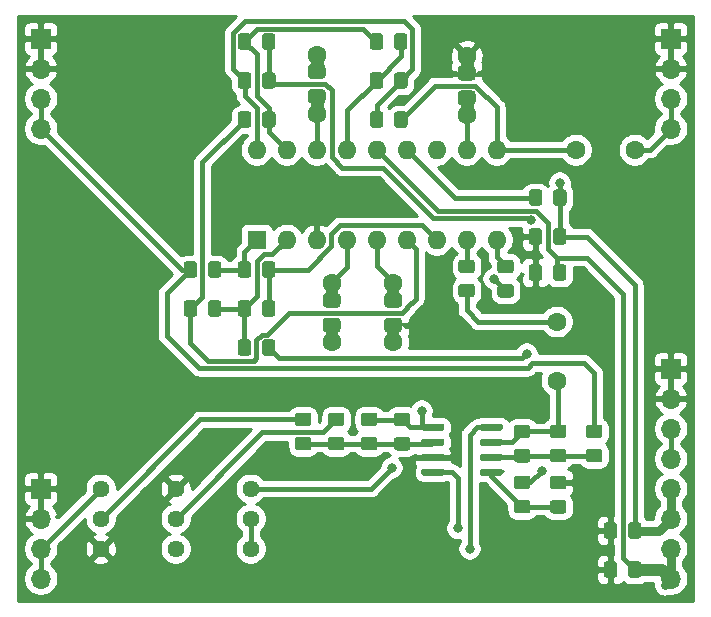
<source format=gbr>
G04 #@! TF.GenerationSoftware,KiCad,Pcbnew,5.1.6-c6e7f7d~87~ubuntu18.04.1*
G04 #@! TF.CreationDate,2020-08-01T12:16:40-04:00*
G04 #@! TF.ProjectId,CEM3320_LPF_plug_in_board,43454d33-3332-4305-9f4c-50465f706c75,1*
G04 #@! TF.SameCoordinates,Original*
G04 #@! TF.FileFunction,Copper,L1,Top*
G04 #@! TF.FilePolarity,Positive*
%FSLAX46Y46*%
G04 Gerber Fmt 4.6, Leading zero omitted, Abs format (unit mm)*
G04 Created by KiCad (PCBNEW 5.1.6-c6e7f7d~87~ubuntu18.04.1) date 2020-08-01 12:16:40*
%MOMM*%
%LPD*%
G01*
G04 APERTURE LIST*
G04 #@! TA.AperFunction,EtchedComponent*
%ADD10C,0.100000*%
G04 #@! TD*
G04 #@! TA.AperFunction,ComponentPad*
%ADD11C,1.600000*%
G04 #@! TD*
G04 #@! TA.AperFunction,ComponentPad*
%ADD12O,1.600000X1.600000*%
G04 #@! TD*
G04 #@! TA.AperFunction,ComponentPad*
%ADD13R,1.600000X1.600000*%
G04 #@! TD*
G04 #@! TA.AperFunction,ComponentPad*
%ADD14C,1.440000*%
G04 #@! TD*
G04 #@! TA.AperFunction,ComponentPad*
%ADD15O,1.700000X1.700000*%
G04 #@! TD*
G04 #@! TA.AperFunction,ComponentPad*
%ADD16R,1.700000X1.700000*%
G04 #@! TD*
G04 #@! TA.AperFunction,ViaPad*
%ADD17C,1.000000*%
G04 #@! TD*
G04 #@! TA.AperFunction,ViaPad*
%ADD18C,0.800000*%
G04 #@! TD*
G04 #@! TA.AperFunction,Conductor*
%ADD19C,0.400000*%
G04 #@! TD*
G04 #@! TA.AperFunction,Conductor*
%ADD20C,0.762000*%
G04 #@! TD*
G04 #@! TA.AperFunction,Conductor*
%ADD21C,1.000000*%
G04 #@! TD*
G04 #@! TA.AperFunction,Conductor*
%ADD22C,0.250000*%
G04 #@! TD*
G04 #@! TA.AperFunction,Conductor*
%ADD23C,0.254000*%
G04 #@! TD*
G04 APERTURE END LIST*
D10*
G36*
X166116000Y-80772000D02*
G01*
X166116000Y-81153000D01*
X165163500Y-81153000D01*
X165163500Y-80772000D01*
X166116000Y-80772000D01*
G37*
X166116000Y-80772000D02*
X166116000Y-81153000D01*
X165163500Y-81153000D01*
X165163500Y-80772000D01*
X166116000Y-80772000D01*
G36*
X166116000Y-84328000D02*
G01*
X166116000Y-84709000D01*
X165163500Y-84709000D01*
X165163500Y-84328000D01*
X166116000Y-84328000D01*
G37*
X166116000Y-84328000D02*
X166116000Y-84709000D01*
X165163500Y-84709000D01*
X165163500Y-84328000D01*
X166116000Y-84328000D01*
G36*
X153416000Y-80645000D02*
G01*
X153416000Y-81026000D01*
X152463500Y-81026000D01*
X152463500Y-80645000D01*
X153416000Y-80645000D01*
G37*
X153416000Y-80645000D02*
X153416000Y-81026000D01*
X152463500Y-81026000D01*
X152463500Y-80645000D01*
X153416000Y-80645000D01*
G36*
X153416000Y-84201000D02*
G01*
X153416000Y-84582000D01*
X152463500Y-84582000D01*
X152463500Y-84201000D01*
X153416000Y-84201000D01*
G37*
X153416000Y-84201000D02*
X153416000Y-84582000D01*
X152463500Y-84582000D01*
X152463500Y-84201000D01*
X153416000Y-84201000D01*
G36*
X153670000Y-103886000D02*
G01*
X153670000Y-103505000D01*
X154622500Y-103505000D01*
X154622500Y-103886000D01*
X153670000Y-103886000D01*
G37*
X153670000Y-103886000D02*
X153670000Y-103505000D01*
X154622500Y-103505000D01*
X154622500Y-103886000D01*
X153670000Y-103886000D01*
G36*
X153670000Y-100330000D02*
G01*
X153670000Y-99949000D01*
X154622500Y-99949000D01*
X154622500Y-100330000D01*
X153670000Y-100330000D01*
G37*
X153670000Y-100330000D02*
X153670000Y-99949000D01*
X154622500Y-99949000D01*
X154622500Y-100330000D01*
X153670000Y-100330000D01*
G36*
X158877000Y-103886000D02*
G01*
X158877000Y-103505000D01*
X159829500Y-103505000D01*
X159829500Y-103886000D01*
X158877000Y-103886000D01*
G37*
X158877000Y-103886000D02*
X158877000Y-103505000D01*
X159829500Y-103505000D01*
X159829500Y-103886000D01*
X158877000Y-103886000D01*
G36*
X158877000Y-100330000D02*
G01*
X158877000Y-99949000D01*
X159829500Y-99949000D01*
X159829500Y-100330000D01*
X158877000Y-100330000D01*
G37*
X158877000Y-100330000D02*
X158877000Y-99949000D01*
X159829500Y-99949000D01*
X159829500Y-100330000D01*
X158877000Y-100330000D01*
G04 #@! TA.AperFunction,SMDPad,CuDef*
G36*
G01*
X166052500Y-82296000D02*
X165163500Y-82296000D01*
G75*
G02*
X164846000Y-81978500I0J317500D01*
G01*
X164846000Y-81343500D01*
G75*
G02*
X165163500Y-81026000I317500J0D01*
G01*
X166052500Y-81026000D01*
G75*
G02*
X166370000Y-81343500I0J-317500D01*
G01*
X166370000Y-81978500D01*
G75*
G02*
X166052500Y-82296000I-317500J0D01*
G01*
G37*
G04 #@! TD.AperFunction*
G04 #@! TA.AperFunction,SMDPad,CuDef*
G36*
G01*
X166052500Y-84391500D02*
X165163500Y-84391500D01*
G75*
G02*
X164846000Y-84074000I0J317500D01*
G01*
X164846000Y-83439000D01*
G75*
G02*
X165163500Y-83121500I317500J0D01*
G01*
X166052500Y-83121500D01*
G75*
G02*
X166370000Y-83439000I0J-317500D01*
G01*
X166370000Y-84074000D01*
G75*
G02*
X166052500Y-84391500I-317500J0D01*
G01*
G37*
G04 #@! TD.AperFunction*
D11*
X165608000Y-80217000D03*
X165608000Y-85217000D03*
G04 #@! TA.AperFunction,SMDPad,CuDef*
G36*
G01*
X153352500Y-82169000D02*
X152463500Y-82169000D01*
G75*
G02*
X152146000Y-81851500I0J317500D01*
G01*
X152146000Y-81216500D01*
G75*
G02*
X152463500Y-80899000I317500J0D01*
G01*
X153352500Y-80899000D01*
G75*
G02*
X153670000Y-81216500I0J-317500D01*
G01*
X153670000Y-81851500D01*
G75*
G02*
X153352500Y-82169000I-317500J0D01*
G01*
G37*
G04 #@! TD.AperFunction*
G04 #@! TA.AperFunction,SMDPad,CuDef*
G36*
G01*
X153352500Y-84264500D02*
X152463500Y-84264500D01*
G75*
G02*
X152146000Y-83947000I0J317500D01*
G01*
X152146000Y-83312000D01*
G75*
G02*
X152463500Y-82994500I317500J0D01*
G01*
X153352500Y-82994500D01*
G75*
G02*
X153670000Y-83312000I0J-317500D01*
G01*
X153670000Y-83947000D01*
G75*
G02*
X153352500Y-84264500I-317500J0D01*
G01*
G37*
G04 #@! TD.AperFunction*
X152908000Y-80090000D03*
X152908000Y-85090000D03*
G04 #@! TA.AperFunction,SMDPad,CuDef*
G36*
G01*
X153733500Y-102362000D02*
X154622500Y-102362000D01*
G75*
G02*
X154940000Y-102679500I0J-317500D01*
G01*
X154940000Y-103314500D01*
G75*
G02*
X154622500Y-103632000I-317500J0D01*
G01*
X153733500Y-103632000D01*
G75*
G02*
X153416000Y-103314500I0J317500D01*
G01*
X153416000Y-102679500D01*
G75*
G02*
X153733500Y-102362000I317500J0D01*
G01*
G37*
G04 #@! TD.AperFunction*
G04 #@! TA.AperFunction,SMDPad,CuDef*
G36*
G01*
X153733500Y-100266500D02*
X154622500Y-100266500D01*
G75*
G02*
X154940000Y-100584000I0J-317500D01*
G01*
X154940000Y-101219000D01*
G75*
G02*
X154622500Y-101536500I-317500J0D01*
G01*
X153733500Y-101536500D01*
G75*
G02*
X153416000Y-101219000I0J317500D01*
G01*
X153416000Y-100584000D01*
G75*
G02*
X153733500Y-100266500I317500J0D01*
G01*
G37*
G04 #@! TD.AperFunction*
X154178000Y-104441000D03*
X154178000Y-99441000D03*
G04 #@! TA.AperFunction,SMDPad,CuDef*
G36*
G01*
X158940500Y-102362000D02*
X159829500Y-102362000D01*
G75*
G02*
X160147000Y-102679500I0J-317500D01*
G01*
X160147000Y-103314500D01*
G75*
G02*
X159829500Y-103632000I-317500J0D01*
G01*
X158940500Y-103632000D01*
G75*
G02*
X158623000Y-103314500I0J317500D01*
G01*
X158623000Y-102679500D01*
G75*
G02*
X158940500Y-102362000I317500J0D01*
G01*
G37*
G04 #@! TD.AperFunction*
G04 #@! TA.AperFunction,SMDPad,CuDef*
G36*
G01*
X158940500Y-100266500D02*
X159829500Y-100266500D01*
G75*
G02*
X160147000Y-100584000I0J-317500D01*
G01*
X160147000Y-101219000D01*
G75*
G02*
X159829500Y-101536500I-317500J0D01*
G01*
X158940500Y-101536500D01*
G75*
G02*
X158623000Y-101219000I0J317500D01*
G01*
X158623000Y-100584000D01*
G75*
G02*
X158940500Y-100266500I317500J0D01*
G01*
G37*
G04 #@! TD.AperFunction*
X159385000Y-104441000D03*
X159385000Y-99441000D03*
X173228000Y-102696000D03*
X173228000Y-107696000D03*
X174832000Y-88138000D03*
X179832000Y-88138000D03*
D12*
X147828000Y-88138000D03*
X168148000Y-95758000D03*
X150368000Y-88138000D03*
X165608000Y-95758000D03*
X152908000Y-88138000D03*
X163068000Y-95758000D03*
X155448000Y-88138000D03*
X160528000Y-95758000D03*
X157988000Y-88138000D03*
X157988000Y-95758000D03*
X160528000Y-88138000D03*
X155448000Y-95758000D03*
X163068000Y-88138000D03*
X152908000Y-95758000D03*
X165608000Y-88138000D03*
X150368000Y-95758000D03*
X168148000Y-88138000D03*
D13*
X147828000Y-95758000D03*
D14*
X147320000Y-116840000D03*
X147320000Y-119380000D03*
X147320000Y-121920000D03*
X140970000Y-116840000D03*
X140970000Y-119380000D03*
X140970000Y-121920000D03*
X134620000Y-116840000D03*
X134620000Y-119380000D03*
X134620000Y-121920000D03*
G04 #@! TA.AperFunction,SMDPad,CuDef*
G36*
G01*
X172904999Y-113471000D02*
X173805001Y-113471000D01*
G75*
G02*
X174055000Y-113720999I0J-249999D01*
G01*
X174055000Y-114371001D01*
G75*
G02*
X173805001Y-114621000I-249999J0D01*
G01*
X172904999Y-114621000D01*
G75*
G02*
X172655000Y-114371001I0J249999D01*
G01*
X172655000Y-113720999D01*
G75*
G02*
X172904999Y-113471000I249999J0D01*
G01*
G37*
G04 #@! TD.AperFunction*
G04 #@! TA.AperFunction,SMDPad,CuDef*
G36*
G01*
X172904999Y-111421000D02*
X173805001Y-111421000D01*
G75*
G02*
X174055000Y-111670999I0J-249999D01*
G01*
X174055000Y-112321001D01*
G75*
G02*
X173805001Y-112571000I-249999J0D01*
G01*
X172904999Y-112571000D01*
G75*
G02*
X172655000Y-112321001I0J249999D01*
G01*
X172655000Y-111670999D01*
G75*
G02*
X172904999Y-111421000I249999J0D01*
G01*
G37*
G04 #@! TD.AperFunction*
G04 #@! TA.AperFunction,SMDPad,CuDef*
G36*
G01*
X157803001Y-111555000D02*
X156902999Y-111555000D01*
G75*
G02*
X156653000Y-111305001I0J249999D01*
G01*
X156653000Y-110654999D01*
G75*
G02*
X156902999Y-110405000I249999J0D01*
G01*
X157803001Y-110405000D01*
G75*
G02*
X158053000Y-110654999I0J-249999D01*
G01*
X158053000Y-111305001D01*
G75*
G02*
X157803001Y-111555000I-249999J0D01*
G01*
G37*
G04 #@! TD.AperFunction*
G04 #@! TA.AperFunction,SMDPad,CuDef*
G36*
G01*
X157803001Y-113605000D02*
X156902999Y-113605000D01*
G75*
G02*
X156653000Y-113355001I0J249999D01*
G01*
X156653000Y-112704999D01*
G75*
G02*
X156902999Y-112455000I249999J0D01*
G01*
X157803001Y-112455000D01*
G75*
G02*
X158053000Y-112704999I0J-249999D01*
G01*
X158053000Y-113355001D01*
G75*
G02*
X157803001Y-113605000I-249999J0D01*
G01*
G37*
G04 #@! TD.AperFunction*
G04 #@! TA.AperFunction,SMDPad,CuDef*
G36*
G01*
X166727000Y-111783000D02*
X166727000Y-111483000D01*
G75*
G02*
X166877000Y-111333000I150000J0D01*
G01*
X168527000Y-111333000D01*
G75*
G02*
X168677000Y-111483000I0J-150000D01*
G01*
X168677000Y-111783000D01*
G75*
G02*
X168527000Y-111933000I-150000J0D01*
G01*
X166877000Y-111933000D01*
G75*
G02*
X166727000Y-111783000I0J150000D01*
G01*
G37*
G04 #@! TD.AperFunction*
G04 #@! TA.AperFunction,SMDPad,CuDef*
G36*
G01*
X166727000Y-113053000D02*
X166727000Y-112753000D01*
G75*
G02*
X166877000Y-112603000I150000J0D01*
G01*
X168527000Y-112603000D01*
G75*
G02*
X168677000Y-112753000I0J-150000D01*
G01*
X168677000Y-113053000D01*
G75*
G02*
X168527000Y-113203000I-150000J0D01*
G01*
X166877000Y-113203000D01*
G75*
G02*
X166727000Y-113053000I0J150000D01*
G01*
G37*
G04 #@! TD.AperFunction*
G04 #@! TA.AperFunction,SMDPad,CuDef*
G36*
G01*
X166727000Y-114323000D02*
X166727000Y-114023000D01*
G75*
G02*
X166877000Y-113873000I150000J0D01*
G01*
X168527000Y-113873000D01*
G75*
G02*
X168677000Y-114023000I0J-150000D01*
G01*
X168677000Y-114323000D01*
G75*
G02*
X168527000Y-114473000I-150000J0D01*
G01*
X166877000Y-114473000D01*
G75*
G02*
X166727000Y-114323000I0J150000D01*
G01*
G37*
G04 #@! TD.AperFunction*
G04 #@! TA.AperFunction,SMDPad,CuDef*
G36*
G01*
X166727000Y-115593000D02*
X166727000Y-115293000D01*
G75*
G02*
X166877000Y-115143000I150000J0D01*
G01*
X168527000Y-115143000D01*
G75*
G02*
X168677000Y-115293000I0J-150000D01*
G01*
X168677000Y-115593000D01*
G75*
G02*
X168527000Y-115743000I-150000J0D01*
G01*
X166877000Y-115743000D01*
G75*
G02*
X166727000Y-115593000I0J150000D01*
G01*
G37*
G04 #@! TD.AperFunction*
G04 #@! TA.AperFunction,SMDPad,CuDef*
G36*
G01*
X161777000Y-115593000D02*
X161777000Y-115293000D01*
G75*
G02*
X161927000Y-115143000I150000J0D01*
G01*
X163577000Y-115143000D01*
G75*
G02*
X163727000Y-115293000I0J-150000D01*
G01*
X163727000Y-115593000D01*
G75*
G02*
X163577000Y-115743000I-150000J0D01*
G01*
X161927000Y-115743000D01*
G75*
G02*
X161777000Y-115593000I0J150000D01*
G01*
G37*
G04 #@! TD.AperFunction*
G04 #@! TA.AperFunction,SMDPad,CuDef*
G36*
G01*
X161777000Y-114323000D02*
X161777000Y-114023000D01*
G75*
G02*
X161927000Y-113873000I150000J0D01*
G01*
X163577000Y-113873000D01*
G75*
G02*
X163727000Y-114023000I0J-150000D01*
G01*
X163727000Y-114323000D01*
G75*
G02*
X163577000Y-114473000I-150000J0D01*
G01*
X161927000Y-114473000D01*
G75*
G02*
X161777000Y-114323000I0J150000D01*
G01*
G37*
G04 #@! TD.AperFunction*
G04 #@! TA.AperFunction,SMDPad,CuDef*
G36*
G01*
X161777000Y-113053000D02*
X161777000Y-112753000D01*
G75*
G02*
X161927000Y-112603000I150000J0D01*
G01*
X163577000Y-112603000D01*
G75*
G02*
X163727000Y-112753000I0J-150000D01*
G01*
X163727000Y-113053000D01*
G75*
G02*
X163577000Y-113203000I-150000J0D01*
G01*
X161927000Y-113203000D01*
G75*
G02*
X161777000Y-113053000I0J150000D01*
G01*
G37*
G04 #@! TD.AperFunction*
G04 #@! TA.AperFunction,SMDPad,CuDef*
G36*
G01*
X161777000Y-111783000D02*
X161777000Y-111483000D01*
G75*
G02*
X161927000Y-111333000I150000J0D01*
G01*
X163577000Y-111333000D01*
G75*
G02*
X163727000Y-111483000I0J-150000D01*
G01*
X163727000Y-111783000D01*
G75*
G02*
X163577000Y-111933000I-150000J0D01*
G01*
X161927000Y-111933000D01*
G75*
G02*
X161777000Y-111783000I0J150000D01*
G01*
G37*
G04 #@! TD.AperFunction*
G04 #@! TA.AperFunction,SMDPad,CuDef*
G36*
G01*
X170757001Y-116889000D02*
X169856999Y-116889000D01*
G75*
G02*
X169607000Y-116639001I0J249999D01*
G01*
X169607000Y-115988999D01*
G75*
G02*
X169856999Y-115739000I249999J0D01*
G01*
X170757001Y-115739000D01*
G75*
G02*
X171007000Y-115988999I0J-249999D01*
G01*
X171007000Y-116639001D01*
G75*
G02*
X170757001Y-116889000I-249999J0D01*
G01*
G37*
G04 #@! TD.AperFunction*
G04 #@! TA.AperFunction,SMDPad,CuDef*
G36*
G01*
X170757001Y-118939000D02*
X169856999Y-118939000D01*
G75*
G02*
X169607000Y-118689001I0J249999D01*
G01*
X169607000Y-118038999D01*
G75*
G02*
X169856999Y-117789000I249999J0D01*
G01*
X170757001Y-117789000D01*
G75*
G02*
X171007000Y-118038999I0J-249999D01*
G01*
X171007000Y-118689001D01*
G75*
G02*
X170757001Y-118939000I-249999J0D01*
G01*
G37*
G04 #@! TD.AperFunction*
G04 #@! TA.AperFunction,SMDPad,CuDef*
G36*
G01*
X175952999Y-113471000D02*
X176853001Y-113471000D01*
G75*
G02*
X177103000Y-113720999I0J-249999D01*
G01*
X177103000Y-114371001D01*
G75*
G02*
X176853001Y-114621000I-249999J0D01*
G01*
X175952999Y-114621000D01*
G75*
G02*
X175703000Y-114371001I0J249999D01*
G01*
X175703000Y-113720999D01*
G75*
G02*
X175952999Y-113471000I249999J0D01*
G01*
G37*
G04 #@! TD.AperFunction*
G04 #@! TA.AperFunction,SMDPad,CuDef*
G36*
G01*
X175952999Y-111421000D02*
X176853001Y-111421000D01*
G75*
G02*
X177103000Y-111670999I0J-249999D01*
G01*
X177103000Y-112321001D01*
G75*
G02*
X176853001Y-112571000I-249999J0D01*
G01*
X175952999Y-112571000D01*
G75*
G02*
X175703000Y-112321001I0J249999D01*
G01*
X175703000Y-111670999D01*
G75*
G02*
X175952999Y-111421000I249999J0D01*
G01*
G37*
G04 #@! TD.AperFunction*
G04 #@! TA.AperFunction,SMDPad,CuDef*
G36*
G01*
X173805001Y-116907000D02*
X172904999Y-116907000D01*
G75*
G02*
X172655000Y-116657001I0J249999D01*
G01*
X172655000Y-116006999D01*
G75*
G02*
X172904999Y-115757000I249999J0D01*
G01*
X173805001Y-115757000D01*
G75*
G02*
X174055000Y-116006999I0J-249999D01*
G01*
X174055000Y-116657001D01*
G75*
G02*
X173805001Y-116907000I-249999J0D01*
G01*
G37*
G04 #@! TD.AperFunction*
G04 #@! TA.AperFunction,SMDPad,CuDef*
G36*
G01*
X173805001Y-118957000D02*
X172904999Y-118957000D01*
G75*
G02*
X172655000Y-118707001I0J249999D01*
G01*
X172655000Y-118056999D01*
G75*
G02*
X172904999Y-117807000I249999J0D01*
G01*
X173805001Y-117807000D01*
G75*
G02*
X174055000Y-118056999I0J-249999D01*
G01*
X174055000Y-118707001D01*
G75*
G02*
X173805001Y-118957000I-249999J0D01*
G01*
G37*
G04 #@! TD.AperFunction*
G04 #@! TA.AperFunction,SMDPad,CuDef*
G36*
G01*
X169856999Y-113480000D02*
X170757001Y-113480000D01*
G75*
G02*
X171007000Y-113729999I0J-249999D01*
G01*
X171007000Y-114380001D01*
G75*
G02*
X170757001Y-114630000I-249999J0D01*
G01*
X169856999Y-114630000D01*
G75*
G02*
X169607000Y-114380001I0J249999D01*
G01*
X169607000Y-113729999D01*
G75*
G02*
X169856999Y-113480000I249999J0D01*
G01*
G37*
G04 #@! TD.AperFunction*
G04 #@! TA.AperFunction,SMDPad,CuDef*
G36*
G01*
X169856999Y-111430000D02*
X170757001Y-111430000D01*
G75*
G02*
X171007000Y-111679999I0J-249999D01*
G01*
X171007000Y-112330001D01*
G75*
G02*
X170757001Y-112580000I-249999J0D01*
G01*
X169856999Y-112580000D01*
G75*
G02*
X169607000Y-112330001I0J249999D01*
G01*
X169607000Y-111679999D01*
G75*
G02*
X169856999Y-111430000I249999J0D01*
G01*
G37*
G04 #@! TD.AperFunction*
G04 #@! TA.AperFunction,SMDPad,CuDef*
G36*
G01*
X158563000Y-85147999D02*
X158563000Y-86048001D01*
G75*
G02*
X158313001Y-86298000I-249999J0D01*
G01*
X157662999Y-86298000D01*
G75*
G02*
X157413000Y-86048001I0J249999D01*
G01*
X157413000Y-85147999D01*
G75*
G02*
X157662999Y-84898000I249999J0D01*
G01*
X158313001Y-84898000D01*
G75*
G02*
X158563000Y-85147999I0J-249999D01*
G01*
G37*
G04 #@! TD.AperFunction*
G04 #@! TA.AperFunction,SMDPad,CuDef*
G36*
G01*
X160613000Y-85147999D02*
X160613000Y-86048001D01*
G75*
G02*
X160363001Y-86298000I-249999J0D01*
G01*
X159712999Y-86298000D01*
G75*
G02*
X159463000Y-86048001I0J249999D01*
G01*
X159463000Y-85147999D01*
G75*
G02*
X159712999Y-84898000I249999J0D01*
G01*
X160363001Y-84898000D01*
G75*
G02*
X160613000Y-85147999I0J-249999D01*
G01*
G37*
G04 #@! TD.AperFunction*
G04 #@! TA.AperFunction,SMDPad,CuDef*
G36*
G01*
X148278000Y-82746001D02*
X148278000Y-81845999D01*
G75*
G02*
X148527999Y-81596000I249999J0D01*
G01*
X149178001Y-81596000D01*
G75*
G02*
X149428000Y-81845999I0J-249999D01*
G01*
X149428000Y-82746001D01*
G75*
G02*
X149178001Y-82996000I-249999J0D01*
G01*
X148527999Y-82996000D01*
G75*
G02*
X148278000Y-82746001I0J249999D01*
G01*
G37*
G04 #@! TD.AperFunction*
G04 #@! TA.AperFunction,SMDPad,CuDef*
G36*
G01*
X146228000Y-82746001D02*
X146228000Y-81845999D01*
G75*
G02*
X146477999Y-81596000I249999J0D01*
G01*
X147128001Y-81596000D01*
G75*
G02*
X147378000Y-81845999I0J-249999D01*
G01*
X147378000Y-82746001D01*
G75*
G02*
X147128001Y-82996000I-249999J0D01*
G01*
X146477999Y-82996000D01*
G75*
G02*
X146228000Y-82746001I0J249999D01*
G01*
G37*
G04 #@! TD.AperFunction*
G04 #@! TA.AperFunction,SMDPad,CuDef*
G36*
G01*
X158554000Y-81845999D02*
X158554000Y-82746001D01*
G75*
G02*
X158304001Y-82996000I-249999J0D01*
G01*
X157653999Y-82996000D01*
G75*
G02*
X157404000Y-82746001I0J249999D01*
G01*
X157404000Y-81845999D01*
G75*
G02*
X157653999Y-81596000I249999J0D01*
G01*
X158304001Y-81596000D01*
G75*
G02*
X158554000Y-81845999I0J-249999D01*
G01*
G37*
G04 #@! TD.AperFunction*
G04 #@! TA.AperFunction,SMDPad,CuDef*
G36*
G01*
X160604000Y-81845999D02*
X160604000Y-82746001D01*
G75*
G02*
X160354001Y-82996000I-249999J0D01*
G01*
X159703999Y-82996000D01*
G75*
G02*
X159454000Y-82746001I0J249999D01*
G01*
X159454000Y-81845999D01*
G75*
G02*
X159703999Y-81596000I249999J0D01*
G01*
X160354001Y-81596000D01*
G75*
G02*
X160604000Y-81845999I0J-249999D01*
G01*
G37*
G04 #@! TD.AperFunction*
G04 #@! TA.AperFunction,SMDPad,CuDef*
G36*
G01*
X166058001Y-98601000D02*
X165157999Y-98601000D01*
G75*
G02*
X164908000Y-98351001I0J249999D01*
G01*
X164908000Y-97700999D01*
G75*
G02*
X165157999Y-97451000I249999J0D01*
G01*
X166058001Y-97451000D01*
G75*
G02*
X166308000Y-97700999I0J-249999D01*
G01*
X166308000Y-98351001D01*
G75*
G02*
X166058001Y-98601000I-249999J0D01*
G01*
G37*
G04 #@! TD.AperFunction*
G04 #@! TA.AperFunction,SMDPad,CuDef*
G36*
G01*
X166058001Y-100651000D02*
X165157999Y-100651000D01*
G75*
G02*
X164908000Y-100401001I0J249999D01*
G01*
X164908000Y-99750999D01*
G75*
G02*
X165157999Y-99501000I249999J0D01*
G01*
X166058001Y-99501000D01*
G75*
G02*
X166308000Y-99750999I0J-249999D01*
G01*
X166308000Y-100401001D01*
G75*
G02*
X166058001Y-100651000I-249999J0D01*
G01*
G37*
G04 #@! TD.AperFunction*
G04 #@! TA.AperFunction,SMDPad,CuDef*
G36*
G01*
X168459999Y-99510000D02*
X169360001Y-99510000D01*
G75*
G02*
X169610000Y-99759999I0J-249999D01*
G01*
X169610000Y-100410001D01*
G75*
G02*
X169360001Y-100660000I-249999J0D01*
G01*
X168459999Y-100660000D01*
G75*
G02*
X168210000Y-100410001I0J249999D01*
G01*
X168210000Y-99759999D01*
G75*
G02*
X168459999Y-99510000I249999J0D01*
G01*
G37*
G04 #@! TD.AperFunction*
G04 #@! TA.AperFunction,SMDPad,CuDef*
G36*
G01*
X168459999Y-97460000D02*
X169360001Y-97460000D01*
G75*
G02*
X169610000Y-97709999I0J-249999D01*
G01*
X169610000Y-98360001D01*
G75*
G02*
X169360001Y-98610000I-249999J0D01*
G01*
X168459999Y-98610000D01*
G75*
G02*
X168210000Y-98360001I0J249999D01*
G01*
X168210000Y-97709999D01*
G75*
G02*
X168459999Y-97460000I249999J0D01*
G01*
G37*
G04 #@! TD.AperFunction*
G04 #@! TA.AperFunction,SMDPad,CuDef*
G36*
G01*
X158545000Y-78543999D02*
X158545000Y-79444001D01*
G75*
G02*
X158295001Y-79694000I-249999J0D01*
G01*
X157644999Y-79694000D01*
G75*
G02*
X157395000Y-79444001I0J249999D01*
G01*
X157395000Y-78543999D01*
G75*
G02*
X157644999Y-78294000I249999J0D01*
G01*
X158295001Y-78294000D01*
G75*
G02*
X158545000Y-78543999I0J-249999D01*
G01*
G37*
G04 #@! TD.AperFunction*
G04 #@! TA.AperFunction,SMDPad,CuDef*
G36*
G01*
X160595000Y-78543999D02*
X160595000Y-79444001D01*
G75*
G02*
X160345001Y-79694000I-249999J0D01*
G01*
X159694999Y-79694000D01*
G75*
G02*
X159445000Y-79444001I0J249999D01*
G01*
X159445000Y-78543999D01*
G75*
G02*
X159694999Y-78294000I249999J0D01*
G01*
X160345001Y-78294000D01*
G75*
G02*
X160595000Y-78543999I0J-249999D01*
G01*
G37*
G04 #@! TD.AperFunction*
G04 #@! TA.AperFunction,SMDPad,CuDef*
G36*
G01*
X148269000Y-79444001D02*
X148269000Y-78543999D01*
G75*
G02*
X148518999Y-78294000I249999J0D01*
G01*
X149169001Y-78294000D01*
G75*
G02*
X149419000Y-78543999I0J-249999D01*
G01*
X149419000Y-79444001D01*
G75*
G02*
X149169001Y-79694000I-249999J0D01*
G01*
X148518999Y-79694000D01*
G75*
G02*
X148269000Y-79444001I0J249999D01*
G01*
G37*
G04 #@! TD.AperFunction*
G04 #@! TA.AperFunction,SMDPad,CuDef*
G36*
G01*
X146219000Y-79444001D02*
X146219000Y-78543999D01*
G75*
G02*
X146468999Y-78294000I249999J0D01*
G01*
X147119001Y-78294000D01*
G75*
G02*
X147369000Y-78543999I0J-249999D01*
G01*
X147369000Y-79444001D01*
G75*
G02*
X147119001Y-79694000I-249999J0D01*
G01*
X146468999Y-79694000D01*
G75*
G02*
X146219000Y-79444001I0J249999D01*
G01*
G37*
G04 #@! TD.AperFunction*
G04 #@! TA.AperFunction,SMDPad,CuDef*
G36*
G01*
X147378000Y-85147999D02*
X147378000Y-86048001D01*
G75*
G02*
X147128001Y-86298000I-249999J0D01*
G01*
X146477999Y-86298000D01*
G75*
G02*
X146228000Y-86048001I0J249999D01*
G01*
X146228000Y-85147999D01*
G75*
G02*
X146477999Y-84898000I249999J0D01*
G01*
X147128001Y-84898000D01*
G75*
G02*
X147378000Y-85147999I0J-249999D01*
G01*
G37*
G04 #@! TD.AperFunction*
G04 #@! TA.AperFunction,SMDPad,CuDef*
G36*
G01*
X149428000Y-85147999D02*
X149428000Y-86048001D01*
G75*
G02*
X149178001Y-86298000I-249999J0D01*
G01*
X148527999Y-86298000D01*
G75*
G02*
X148278000Y-86048001I0J249999D01*
G01*
X148278000Y-85147999D01*
G75*
G02*
X148527999Y-84898000I249999J0D01*
G01*
X149178001Y-84898000D01*
G75*
G02*
X149428000Y-85147999I0J-249999D01*
G01*
G37*
G04 #@! TD.AperFunction*
G04 #@! TA.AperFunction,SMDPad,CuDef*
G36*
G01*
X143697000Y-102050001D02*
X143697000Y-101149999D01*
G75*
G02*
X143946999Y-100900000I249999J0D01*
G01*
X144597001Y-100900000D01*
G75*
G02*
X144847000Y-101149999I0J-249999D01*
G01*
X144847000Y-102050001D01*
G75*
G02*
X144597001Y-102300000I-249999J0D01*
G01*
X143946999Y-102300000D01*
G75*
G02*
X143697000Y-102050001I0J249999D01*
G01*
G37*
G04 #@! TD.AperFunction*
G04 #@! TA.AperFunction,SMDPad,CuDef*
G36*
G01*
X141647000Y-102050001D02*
X141647000Y-101149999D01*
G75*
G02*
X141896999Y-100900000I249999J0D01*
G01*
X142547001Y-100900000D01*
G75*
G02*
X142797000Y-101149999I0J-249999D01*
G01*
X142797000Y-102050001D01*
G75*
G02*
X142547001Y-102300000I-249999J0D01*
G01*
X141896999Y-102300000D01*
G75*
G02*
X141647000Y-102050001I0J249999D01*
G01*
G37*
G04 #@! TD.AperFunction*
G04 #@! TA.AperFunction,SMDPad,CuDef*
G36*
G01*
X148269000Y-105352001D02*
X148269000Y-104451999D01*
G75*
G02*
X148518999Y-104202000I249999J0D01*
G01*
X149169001Y-104202000D01*
G75*
G02*
X149419000Y-104451999I0J-249999D01*
G01*
X149419000Y-105352001D01*
G75*
G02*
X149169001Y-105602000I-249999J0D01*
G01*
X148518999Y-105602000D01*
G75*
G02*
X148269000Y-105352001I0J249999D01*
G01*
G37*
G04 #@! TD.AperFunction*
G04 #@! TA.AperFunction,SMDPad,CuDef*
G36*
G01*
X146219000Y-105352001D02*
X146219000Y-104451999D01*
G75*
G02*
X146468999Y-104202000I249999J0D01*
G01*
X147119001Y-104202000D01*
G75*
G02*
X147369000Y-104451999I0J-249999D01*
G01*
X147369000Y-105352001D01*
G75*
G02*
X147119001Y-105602000I-249999J0D01*
G01*
X146468999Y-105602000D01*
G75*
G02*
X146219000Y-105352001I0J249999D01*
G01*
G37*
G04 #@! TD.AperFunction*
G04 #@! TA.AperFunction,SMDPad,CuDef*
G36*
G01*
X172025000Y-91751999D02*
X172025000Y-92652001D01*
G75*
G02*
X171775001Y-92902000I-249999J0D01*
G01*
X171124999Y-92902000D01*
G75*
G02*
X170875000Y-92652001I0J249999D01*
G01*
X170875000Y-91751999D01*
G75*
G02*
X171124999Y-91502000I249999J0D01*
G01*
X171775001Y-91502000D01*
G75*
G02*
X172025000Y-91751999I0J-249999D01*
G01*
G37*
G04 #@! TD.AperFunction*
G04 #@! TA.AperFunction,SMDPad,CuDef*
G36*
G01*
X174075000Y-91751999D02*
X174075000Y-92652001D01*
G75*
G02*
X173825001Y-92902000I-249999J0D01*
G01*
X173174999Y-92902000D01*
G75*
G02*
X172925000Y-92652001I0J249999D01*
G01*
X172925000Y-91751999D01*
G75*
G02*
X173174999Y-91502000I249999J0D01*
G01*
X173825001Y-91502000D01*
G75*
G02*
X174075000Y-91751999I0J-249999D01*
G01*
G37*
G04 #@! TD.AperFunction*
G04 #@! TA.AperFunction,SMDPad,CuDef*
G36*
G01*
X148269000Y-102050001D02*
X148269000Y-101149999D01*
G75*
G02*
X148518999Y-100900000I249999J0D01*
G01*
X149169001Y-100900000D01*
G75*
G02*
X149419000Y-101149999I0J-249999D01*
G01*
X149419000Y-102050001D01*
G75*
G02*
X149169001Y-102300000I-249999J0D01*
G01*
X148518999Y-102300000D01*
G75*
G02*
X148269000Y-102050001I0J249999D01*
G01*
G37*
G04 #@! TD.AperFunction*
G04 #@! TA.AperFunction,SMDPad,CuDef*
G36*
G01*
X146219000Y-102050001D02*
X146219000Y-101149999D01*
G75*
G02*
X146468999Y-100900000I249999J0D01*
G01*
X147119001Y-100900000D01*
G75*
G02*
X147369000Y-101149999I0J-249999D01*
G01*
X147369000Y-102050001D01*
G75*
G02*
X147119001Y-102300000I-249999J0D01*
G01*
X146468999Y-102300000D01*
G75*
G02*
X146219000Y-102050001I0J249999D01*
G01*
G37*
G04 #@! TD.AperFunction*
G04 #@! TA.AperFunction,SMDPad,CuDef*
G36*
G01*
X159696999Y-112473000D02*
X160597001Y-112473000D01*
G75*
G02*
X160847000Y-112722999I0J-249999D01*
G01*
X160847000Y-113373001D01*
G75*
G02*
X160597001Y-113623000I-249999J0D01*
G01*
X159696999Y-113623000D01*
G75*
G02*
X159447000Y-113373001I0J249999D01*
G01*
X159447000Y-112722999D01*
G75*
G02*
X159696999Y-112473000I249999J0D01*
G01*
G37*
G04 #@! TD.AperFunction*
G04 #@! TA.AperFunction,SMDPad,CuDef*
G36*
G01*
X159696999Y-110423000D02*
X160597001Y-110423000D01*
G75*
G02*
X160847000Y-110672999I0J-249999D01*
G01*
X160847000Y-111323001D01*
G75*
G02*
X160597001Y-111573000I-249999J0D01*
G01*
X159696999Y-111573000D01*
G75*
G02*
X159447000Y-111323001I0J249999D01*
G01*
X159447000Y-110672999D01*
G75*
G02*
X159696999Y-110423000I249999J0D01*
G01*
G37*
G04 #@! TD.AperFunction*
G04 #@! TA.AperFunction,SMDPad,CuDef*
G36*
G01*
X147369000Y-97847999D02*
X147369000Y-98748001D01*
G75*
G02*
X147119001Y-98998000I-249999J0D01*
G01*
X146468999Y-98998000D01*
G75*
G02*
X146219000Y-98748001I0J249999D01*
G01*
X146219000Y-97847999D01*
G75*
G02*
X146468999Y-97598000I249999J0D01*
G01*
X147119001Y-97598000D01*
G75*
G02*
X147369000Y-97847999I0J-249999D01*
G01*
G37*
G04 #@! TD.AperFunction*
G04 #@! TA.AperFunction,SMDPad,CuDef*
G36*
G01*
X149419000Y-97847999D02*
X149419000Y-98748001D01*
G75*
G02*
X149169001Y-98998000I-249999J0D01*
G01*
X148518999Y-98998000D01*
G75*
G02*
X148269000Y-98748001I0J249999D01*
G01*
X148269000Y-97847999D01*
G75*
G02*
X148518999Y-97598000I249999J0D01*
G01*
X149169001Y-97598000D01*
G75*
G02*
X149419000Y-97847999I0J-249999D01*
G01*
G37*
G04 #@! TD.AperFunction*
G04 #@! TA.AperFunction,SMDPad,CuDef*
G36*
G01*
X154108999Y-112455000D02*
X155009001Y-112455000D01*
G75*
G02*
X155259000Y-112704999I0J-249999D01*
G01*
X155259000Y-113355001D01*
G75*
G02*
X155009001Y-113605000I-249999J0D01*
G01*
X154108999Y-113605000D01*
G75*
G02*
X153859000Y-113355001I0J249999D01*
G01*
X153859000Y-112704999D01*
G75*
G02*
X154108999Y-112455000I249999J0D01*
G01*
G37*
G04 #@! TD.AperFunction*
G04 #@! TA.AperFunction,SMDPad,CuDef*
G36*
G01*
X154108999Y-110405000D02*
X155009001Y-110405000D01*
G75*
G02*
X155259000Y-110654999I0J-249999D01*
G01*
X155259000Y-111305001D01*
G75*
G02*
X155009001Y-111555000I-249999J0D01*
G01*
X154108999Y-111555000D01*
G75*
G02*
X153859000Y-111305001I0J249999D01*
G01*
X153859000Y-110654999D01*
G75*
G02*
X154108999Y-110405000I249999J0D01*
G01*
G37*
G04 #@! TD.AperFunction*
G04 #@! TA.AperFunction,SMDPad,CuDef*
G36*
G01*
X152215001Y-111555000D02*
X151314999Y-111555000D01*
G75*
G02*
X151065000Y-111305001I0J249999D01*
G01*
X151065000Y-110654999D01*
G75*
G02*
X151314999Y-110405000I249999J0D01*
G01*
X152215001Y-110405000D01*
G75*
G02*
X152465000Y-110654999I0J-249999D01*
G01*
X152465000Y-111305001D01*
G75*
G02*
X152215001Y-111555000I-249999J0D01*
G01*
G37*
G04 #@! TD.AperFunction*
G04 #@! TA.AperFunction,SMDPad,CuDef*
G36*
G01*
X152215001Y-113605000D02*
X151314999Y-113605000D01*
G75*
G02*
X151065000Y-113355001I0J249999D01*
G01*
X151065000Y-112704999D01*
G75*
G02*
X151314999Y-112455000I249999J0D01*
G01*
X152215001Y-112455000D01*
G75*
G02*
X152465000Y-112704999I0J-249999D01*
G01*
X152465000Y-113355001D01*
G75*
G02*
X152215001Y-113605000I-249999J0D01*
G01*
G37*
G04 #@! TD.AperFunction*
G04 #@! TA.AperFunction,SMDPad,CuDef*
G36*
G01*
X142797000Y-97847999D02*
X142797000Y-98748001D01*
G75*
G02*
X142547001Y-98998000I-249999J0D01*
G01*
X141896999Y-98998000D01*
G75*
G02*
X141647000Y-98748001I0J249999D01*
G01*
X141647000Y-97847999D01*
G75*
G02*
X141896999Y-97598000I249999J0D01*
G01*
X142547001Y-97598000D01*
G75*
G02*
X142797000Y-97847999I0J-249999D01*
G01*
G37*
G04 #@! TD.AperFunction*
G04 #@! TA.AperFunction,SMDPad,CuDef*
G36*
G01*
X144847000Y-97847999D02*
X144847000Y-98748001D01*
G75*
G02*
X144597001Y-98998000I-249999J0D01*
G01*
X143946999Y-98998000D01*
G75*
G02*
X143697000Y-98748001I0J249999D01*
G01*
X143697000Y-97847999D01*
G75*
G02*
X143946999Y-97598000I249999J0D01*
G01*
X144597001Y-97598000D01*
G75*
G02*
X144847000Y-97847999I0J-249999D01*
G01*
G37*
G04 #@! TD.AperFunction*
D15*
X182880000Y-124460000D03*
X182880000Y-121920000D03*
X182880000Y-119380000D03*
X182880000Y-116840000D03*
X182880000Y-114300000D03*
X182880000Y-111760000D03*
X182880000Y-109220000D03*
D16*
X182880000Y-106680000D03*
D15*
X182880000Y-86360000D03*
X182880000Y-83820000D03*
X182880000Y-81280000D03*
D16*
X182880000Y-78740000D03*
D15*
X129540000Y-86360000D03*
X129540000Y-83820000D03*
X129540000Y-81280000D03*
D16*
X129540000Y-78740000D03*
D15*
X129540000Y-124460000D03*
X129540000Y-121920000D03*
X129540000Y-119380000D03*
D16*
X129540000Y-116840000D03*
G04 #@! TA.AperFunction,SMDPad,CuDef*
G36*
G01*
X172907000Y-95954001D02*
X172907000Y-95053999D01*
G75*
G02*
X173156999Y-94804000I249999J0D01*
G01*
X173807001Y-94804000D01*
G75*
G02*
X174057000Y-95053999I0J-249999D01*
G01*
X174057000Y-95954001D01*
G75*
G02*
X173807001Y-96204000I-249999J0D01*
G01*
X173156999Y-96204000D01*
G75*
G02*
X172907000Y-95954001I0J249999D01*
G01*
G37*
G04 #@! TD.AperFunction*
G04 #@! TA.AperFunction,SMDPad,CuDef*
G36*
G01*
X170857000Y-95954001D02*
X170857000Y-95053999D01*
G75*
G02*
X171106999Y-94804000I249999J0D01*
G01*
X171757001Y-94804000D01*
G75*
G02*
X172007000Y-95053999I0J-249999D01*
G01*
X172007000Y-95954001D01*
G75*
G02*
X171757001Y-96204000I-249999J0D01*
G01*
X171106999Y-96204000D01*
G75*
G02*
X170857000Y-95954001I0J249999D01*
G01*
G37*
G04 #@! TD.AperFunction*
G04 #@! TA.AperFunction,SMDPad,CuDef*
G36*
G01*
X172007000Y-98101999D02*
X172007000Y-99002001D01*
G75*
G02*
X171757001Y-99252000I-249999J0D01*
G01*
X171106999Y-99252000D01*
G75*
G02*
X170857000Y-99002001I0J249999D01*
G01*
X170857000Y-98101999D01*
G75*
G02*
X171106999Y-97852000I249999J0D01*
G01*
X171757001Y-97852000D01*
G75*
G02*
X172007000Y-98101999I0J-249999D01*
G01*
G37*
G04 #@! TD.AperFunction*
G04 #@! TA.AperFunction,SMDPad,CuDef*
G36*
G01*
X174057000Y-98101999D02*
X174057000Y-99002001D01*
G75*
G02*
X173807001Y-99252000I-249999J0D01*
G01*
X173156999Y-99252000D01*
G75*
G02*
X172907000Y-99002001I0J249999D01*
G01*
X172907000Y-98101999D01*
G75*
G02*
X173156999Y-97852000I249999J0D01*
G01*
X173807001Y-97852000D01*
G75*
G02*
X174057000Y-98101999I0J-249999D01*
G01*
G37*
G04 #@! TD.AperFunction*
G04 #@! TA.AperFunction,SMDPad,CuDef*
G36*
G01*
X179257000Y-120846001D02*
X179257000Y-119945999D01*
G75*
G02*
X179506999Y-119696000I249999J0D01*
G01*
X180157001Y-119696000D01*
G75*
G02*
X180407000Y-119945999I0J-249999D01*
G01*
X180407000Y-120846001D01*
G75*
G02*
X180157001Y-121096000I-249999J0D01*
G01*
X179506999Y-121096000D01*
G75*
G02*
X179257000Y-120846001I0J249999D01*
G01*
G37*
G04 #@! TD.AperFunction*
G04 #@! TA.AperFunction,SMDPad,CuDef*
G36*
G01*
X177207000Y-120846001D02*
X177207000Y-119945999D01*
G75*
G02*
X177456999Y-119696000I249999J0D01*
G01*
X178107001Y-119696000D01*
G75*
G02*
X178357000Y-119945999I0J-249999D01*
G01*
X178357000Y-120846001D01*
G75*
G02*
X178107001Y-121096000I-249999J0D01*
G01*
X177456999Y-121096000D01*
G75*
G02*
X177207000Y-120846001I0J249999D01*
G01*
G37*
G04 #@! TD.AperFunction*
G04 #@! TA.AperFunction,SMDPad,CuDef*
G36*
G01*
X178357000Y-123247999D02*
X178357000Y-124148001D01*
G75*
G02*
X178107001Y-124398000I-249999J0D01*
G01*
X177456999Y-124398000D01*
G75*
G02*
X177207000Y-124148001I0J249999D01*
G01*
X177207000Y-123247999D01*
G75*
G02*
X177456999Y-122998000I249999J0D01*
G01*
X178107001Y-122998000D01*
G75*
G02*
X178357000Y-123247999I0J-249999D01*
G01*
G37*
G04 #@! TD.AperFunction*
G04 #@! TA.AperFunction,SMDPad,CuDef*
G36*
G01*
X180407000Y-123247999D02*
X180407000Y-124148001D01*
G75*
G02*
X180157001Y-124398000I-249999J0D01*
G01*
X179506999Y-124398000D01*
G75*
G02*
X179257000Y-124148001I0J249999D01*
G01*
X179257000Y-123247999D01*
G75*
G02*
X179506999Y-122998000I249999J0D01*
G01*
X180157001Y-122998000D01*
G75*
G02*
X180407000Y-123247999I0J-249999D01*
G01*
G37*
G04 #@! TD.AperFunction*
D17*
X176530000Y-100965000D03*
X176530000Y-104775000D03*
X170180000Y-108585000D03*
X164465000Y-108585000D03*
X159385000Y-108585000D03*
X153670000Y-108585000D03*
X148590000Y-108585000D03*
X177165000Y-85725000D03*
X179070000Y-92075000D03*
X158750000Y-92710000D03*
X165100000Y-90170000D03*
X145415000Y-92075000D03*
X140970000Y-92075000D03*
X133350000Y-93980000D03*
D18*
X165862000Y-121920000D03*
X164846006Y-120180010D03*
X173482000Y-90932000D03*
X171069000Y-94107000D03*
X170687992Y-105410000D03*
X171958000Y-115316000D03*
X159258000Y-115062000D03*
X167894000Y-99060000D03*
X161798000Y-110236000D03*
D19*
X165608000Y-80344000D02*
X165608000Y-81770000D01*
X152908000Y-80090000D02*
X152908000Y-81534000D01*
X159512000Y-102879000D02*
X159512000Y-104314000D01*
X154178000Y-102879000D02*
X154178000Y-104314000D01*
X157988000Y-97980500D02*
X159385000Y-99377500D01*
X157988000Y-95758000D02*
X157988000Y-97980500D01*
X159385000Y-99377500D02*
X159385000Y-100838000D01*
D20*
X182372000Y-124968000D02*
X182880000Y-124460000D01*
X182880000Y-121920000D02*
X182880000Y-124460000D01*
D19*
X165862000Y-112268000D02*
X165862000Y-121920000D01*
X166497000Y-111633000D02*
X165862000Y-112268000D01*
X167702000Y-111633000D02*
X166497000Y-111633000D01*
X173228000Y-98298000D02*
X173482000Y-98552000D01*
X173228000Y-97282000D02*
X173228000Y-98298000D01*
X171448011Y-93302009D02*
X172466000Y-94319998D01*
X172466000Y-96520000D02*
X173228000Y-97282000D01*
X163152009Y-93302009D02*
X171448011Y-93302009D01*
X157988000Y-88138000D02*
X163152009Y-93302009D01*
X172466000Y-94319998D02*
X172466000Y-96520000D01*
X178856990Y-122722990D02*
X179832000Y-123698000D01*
X178856990Y-100370990D02*
X178856990Y-122722990D01*
X173228000Y-97282000D02*
X175768000Y-97282000D01*
X175768000Y-97282000D02*
X178856990Y-100370990D01*
D21*
X182118000Y-123698000D02*
X182880000Y-124460000D01*
X179832000Y-123698000D02*
X182118000Y-123698000D01*
D20*
X182880000Y-116840000D02*
X182880000Y-119380000D01*
X181864000Y-120396000D02*
X182880000Y-119380000D01*
X179832000Y-120396000D02*
X181864000Y-120396000D01*
D19*
X179832000Y-120396000D02*
X179832000Y-99568000D01*
X175768000Y-95504000D02*
X173482000Y-95504000D01*
X179832000Y-99568000D02*
X175768000Y-95504000D01*
X173482000Y-92220000D02*
X173500000Y-92202000D01*
X173482000Y-95504000D02*
X173482000Y-92220000D01*
X148844000Y-82287000D02*
X148853000Y-82296000D01*
X148844000Y-78994000D02*
X148844000Y-82287000D01*
X173500000Y-90950000D02*
X173482000Y-90932000D01*
X173500000Y-92202000D02*
X173500000Y-90950000D01*
X170287993Y-105809999D02*
X170687992Y-105410000D01*
X149751999Y-105809999D02*
X170287993Y-105809999D01*
X148844000Y-104902000D02*
X149751999Y-105809999D01*
X170864020Y-93902020D02*
X171069000Y-94107000D01*
X162736020Y-93902020D02*
X170864020Y-93902020D01*
X158496000Y-89662000D02*
X162736020Y-93902020D01*
X155067000Y-89662000D02*
X158496000Y-89662000D01*
X148853000Y-82296000D02*
X149107000Y-82550000D01*
X154178000Y-88773000D02*
X155067000Y-89662000D01*
X149126010Y-82569010D02*
X148853000Y-82296000D01*
X153624224Y-82569010D02*
X149126010Y-82569010D01*
X154178000Y-83122786D02*
X153624224Y-82569010D01*
X154178000Y-88773000D02*
X154178000Y-83122786D01*
X164846006Y-115951006D02*
X164846006Y-120180010D01*
X162752000Y-115443000D02*
X164338000Y-115443000D01*
X164338000Y-115443000D02*
X164846006Y-115951006D01*
X170316000Y-111996000D02*
X170307000Y-112005000D01*
X173355000Y-111996000D02*
X170316000Y-111996000D01*
X169409000Y-112903000D02*
X170307000Y-112005000D01*
X167702000Y-112903000D02*
X169409000Y-112903000D01*
X173355000Y-107823000D02*
X173228000Y-107696000D01*
X173355000Y-111996000D02*
X173355000Y-107823000D01*
X182880000Y-83820000D02*
X182880000Y-86360000D01*
X181102000Y-88138000D02*
X182880000Y-86360000D01*
X179832000Y-88138000D02*
X181102000Y-88138000D01*
X170307000Y-116314000D02*
X170960000Y-116314000D01*
X170960000Y-116314000D02*
X171958000Y-115316000D01*
X129540000Y-121920000D02*
X129540000Y-124460000D01*
X134620000Y-116840000D02*
X129540000Y-121920000D01*
X129540000Y-83820000D02*
X129540000Y-86360000D01*
X141478000Y-98298000D02*
X129540000Y-86360000D01*
X142222000Y-98298000D02*
X141478000Y-98298000D01*
X176403000Y-111996000D02*
X176403000Y-107061000D01*
X140208000Y-103886000D02*
X140208000Y-100312000D01*
X170765979Y-106602021D02*
X142924021Y-106602021D01*
X140208000Y-100312000D02*
X142222000Y-98298000D01*
X175552002Y-106210002D02*
X171157998Y-106210002D01*
X171157998Y-106210002D02*
X170765979Y-106602021D01*
X176403000Y-107061000D02*
X175552002Y-106210002D01*
X142924021Y-106602021D02*
X140208000Y-103886000D01*
X182880000Y-111760000D02*
X182880000Y-114300000D01*
X147320000Y-119380000D02*
X147320000Y-121920000D01*
X144272000Y-98298000D02*
X146794000Y-98298000D01*
X147828000Y-95758000D02*
X146794000Y-96792000D01*
X146794000Y-96792000D02*
X146794000Y-98298000D01*
X143020000Y-110980000D02*
X151765000Y-110980000D01*
X134620000Y-119380000D02*
X143020000Y-110980000D01*
X153484010Y-112054990D02*
X154559000Y-110980000D01*
X148295010Y-112054990D02*
X153484010Y-112054990D01*
X140970000Y-119380000D02*
X148295010Y-112054990D01*
X148844000Y-98298000D02*
X148844000Y-101600000D01*
X154108001Y-95321997D02*
X154108001Y-96334001D01*
X154108001Y-96334001D02*
X152144002Y-98298000D01*
X154871999Y-94557999D02*
X154108001Y-95321997D01*
X161867999Y-94557999D02*
X154871999Y-94557999D01*
X152144002Y-98298000D02*
X148844000Y-98298000D01*
X163068000Y-95758000D02*
X161867999Y-94557999D01*
X144272000Y-101600000D02*
X146794000Y-101600000D01*
X146794000Y-104902000D02*
X146794000Y-101600000D01*
X149167999Y-96958001D02*
X150368000Y-95758000D01*
X147868990Y-97578754D02*
X148489743Y-96958001D01*
X147868990Y-100525010D02*
X147868990Y-97578754D01*
X146794000Y-101600000D02*
X147868990Y-100525010D01*
X148489743Y-96958001D02*
X149167999Y-96958001D01*
X164592000Y-92202000D02*
X171450000Y-92202000D01*
X160528000Y-88138000D02*
X164592000Y-92202000D01*
X143197010Y-100624990D02*
X143197010Y-89203990D01*
X143197010Y-89203990D02*
X146803000Y-85598000D01*
X142222000Y-101600000D02*
X143197010Y-100624990D01*
X143746410Y-106002010D02*
X142222000Y-104477600D01*
X147591590Y-106002010D02*
X143746410Y-106002010D01*
X147769010Y-105824590D02*
X147591590Y-106002010D01*
X142222000Y-104477600D02*
X142222000Y-101600000D01*
X147769010Y-104282734D02*
X147769010Y-105824590D01*
X148674010Y-103801990D02*
X148249754Y-103801990D01*
X150539490Y-101936510D02*
X148674010Y-103801990D01*
X161290000Y-96520000D02*
X161290000Y-100745256D01*
X160126704Y-101936510D02*
X150539490Y-101936510D01*
X160528000Y-95758000D02*
X161290000Y-96520000D01*
X148249754Y-103801990D02*
X147769010Y-104282734D01*
X160547010Y-101516204D02*
X160126704Y-101936510D01*
X161290000Y-100745256D02*
X160547010Y-101488246D01*
X160547010Y-101488246D02*
X160547010Y-101516204D01*
X148853000Y-86623000D02*
X150368000Y-88138000D01*
X148853000Y-85598000D02*
X148853000Y-86623000D01*
X148853000Y-84591000D02*
X148853000Y-85598000D01*
X147828000Y-83566000D02*
X148853000Y-84591000D01*
X146794000Y-78994000D02*
X147828000Y-80028000D01*
X147828000Y-80028000D02*
X147828000Y-83566000D01*
X147894010Y-77893990D02*
X146794000Y-78994000D01*
X156869990Y-77893990D02*
X147894010Y-77893990D01*
X157970000Y-78994000D02*
X156869990Y-77893990D01*
X160020000Y-80255000D02*
X157979000Y-82296000D01*
X160020000Y-78994000D02*
X160020000Y-80255000D01*
X155448000Y-84827000D02*
X155448000Y-88138000D01*
X157979000Y-82296000D02*
X155448000Y-84827000D01*
X147320000Y-116840000D02*
X157480000Y-116840000D01*
X157480000Y-116840000D02*
X159258000Y-115062000D01*
X167894000Y-99069000D02*
X167894000Y-99060000D01*
X168910000Y-100085000D02*
X167894000Y-99069000D01*
X168148000Y-97273000D02*
X168910000Y-98035000D01*
X168148000Y-95758000D02*
X168148000Y-97273000D01*
X165608000Y-95758000D02*
X165608000Y-98026000D01*
X146803000Y-82296000D02*
X145818990Y-81311990D01*
X145818990Y-78274754D02*
X146877744Y-77216000D01*
X145818990Y-81311990D02*
X145818990Y-78274754D01*
X146877744Y-77216000D02*
X160274000Y-77216000D01*
X160995010Y-81329990D02*
X160029000Y-82296000D01*
X160995010Y-77937010D02*
X160995010Y-81329990D01*
X160274000Y-77216000D02*
X160995010Y-77937010D01*
X157988000Y-84337000D02*
X157988000Y-85598000D01*
X160029000Y-82296000D02*
X157988000Y-84337000D01*
X147828000Y-84582000D02*
X147828000Y-88138000D01*
X146812000Y-83566000D02*
X147828000Y-84582000D01*
X146803000Y-82296000D02*
X146812000Y-82305000D01*
X146812000Y-82305000D02*
X146812000Y-83566000D01*
D22*
X168647000Y-115325000D02*
X168656000Y-115316000D01*
D19*
X167702000Y-115759000D02*
X170307000Y-118364000D01*
X167702000Y-115443000D02*
X167702000Y-115759000D01*
X173337000Y-118364000D02*
X173355000Y-118382000D01*
X170307000Y-118364000D02*
X173337000Y-118364000D01*
X152908000Y-83584000D02*
X152908000Y-85090000D01*
X152908000Y-85090000D02*
X152908000Y-88138000D01*
X154178000Y-100829000D02*
X154178000Y-99314000D01*
X154178000Y-99314000D02*
X155448000Y-98044000D01*
X155448000Y-98044000D02*
X155448000Y-95758000D01*
X165608000Y-83820000D02*
X165608000Y-85344000D01*
X165608000Y-85344000D02*
X165608000Y-88138000D01*
X168148000Y-88138000D02*
X174832000Y-88138000D01*
X162914510Y-82721490D02*
X160038000Y-85598000D01*
X166349704Y-82721490D02*
X162914510Y-82721490D01*
X168148000Y-84519786D02*
X166349704Y-82721490D01*
X168148000Y-88138000D02*
X168148000Y-84519786D01*
X160782000Y-111633000D02*
X160147000Y-110998000D01*
X162752000Y-111633000D02*
X160782000Y-111633000D01*
X157371000Y-110998000D02*
X157353000Y-110980000D01*
X160147000Y-110998000D02*
X157371000Y-110998000D01*
X161798000Y-111633000D02*
X161798000Y-110236000D01*
X162752000Y-111633000D02*
X161798000Y-111633000D01*
X151765000Y-113030000D02*
X154559000Y-113030000D01*
X154559000Y-113030000D02*
X157353000Y-113030000D01*
X160129000Y-113030000D02*
X160147000Y-113048000D01*
X157353000Y-113030000D02*
X160129000Y-113030000D01*
X162607000Y-113048000D02*
X162752000Y-112903000D01*
X160147000Y-113048000D02*
X162607000Y-113048000D01*
X166577000Y-102696000D02*
X173228000Y-102696000D01*
X165608000Y-100076000D02*
X165608000Y-101727000D01*
X165608000Y-101727000D02*
X166577000Y-102696000D01*
X170189000Y-114173000D02*
X170307000Y-114055000D01*
X167702000Y-114173000D02*
X170189000Y-114173000D01*
X173346000Y-114055000D02*
X173355000Y-114046000D01*
X170307000Y-114055000D02*
X173346000Y-114055000D01*
X173355000Y-114046000D02*
X176403000Y-114046000D01*
D23*
G36*
X145257564Y-77655313D02*
G01*
X145225700Y-77681463D01*
X145185620Y-77730301D01*
X145121354Y-77808609D01*
X145043818Y-77953668D01*
X144996072Y-78111066D01*
X144979950Y-78274754D01*
X144983991Y-78315782D01*
X144983990Y-81270971D01*
X144979950Y-81311990D01*
X144983990Y-81353008D01*
X144996072Y-81475678D01*
X145043818Y-81633076D01*
X145121354Y-81778135D01*
X145225699Y-81905281D01*
X145257569Y-81931436D01*
X145589928Y-82263795D01*
X145589928Y-82746001D01*
X145606992Y-82919255D01*
X145657528Y-83085851D01*
X145739595Y-83239387D01*
X145850038Y-83373962D01*
X145977001Y-83478158D01*
X145977001Y-83524972D01*
X145972960Y-83566000D01*
X145989082Y-83729688D01*
X146036828Y-83887086D01*
X146112988Y-84029570D01*
X146114365Y-84032146D01*
X146218710Y-84159291D01*
X146250574Y-84185441D01*
X146338773Y-84273641D01*
X146304745Y-84276992D01*
X146138149Y-84327528D01*
X145984613Y-84409595D01*
X145850038Y-84520038D01*
X145739595Y-84654613D01*
X145657528Y-84808149D01*
X145606992Y-84974745D01*
X145589928Y-85147999D01*
X145589928Y-85630203D01*
X142635584Y-88584549D01*
X142603720Y-88610699D01*
X142577572Y-88642561D01*
X142499374Y-88737845D01*
X142421838Y-88882904D01*
X142374092Y-89040302D01*
X142357970Y-89203990D01*
X142362011Y-89245019D01*
X142362010Y-96959928D01*
X141896999Y-96959928D01*
X141723745Y-96976992D01*
X141557149Y-97027528D01*
X141447178Y-97086309D01*
X130998807Y-86637940D01*
X131025000Y-86506260D01*
X131025000Y-86213740D01*
X130967932Y-85926842D01*
X130855990Y-85656589D01*
X130693475Y-85413368D01*
X130486632Y-85206525D01*
X130375000Y-85131935D01*
X130375000Y-85048065D01*
X130486632Y-84973475D01*
X130693475Y-84766632D01*
X130855990Y-84523411D01*
X130967932Y-84253158D01*
X131025000Y-83966260D01*
X131025000Y-83673740D01*
X130967932Y-83386842D01*
X130855990Y-83116589D01*
X130693475Y-82873368D01*
X130486632Y-82666525D01*
X130304466Y-82544805D01*
X130421355Y-82475178D01*
X130637588Y-82280269D01*
X130811641Y-82046920D01*
X130936825Y-81784099D01*
X130981476Y-81636890D01*
X130860155Y-81407000D01*
X129667000Y-81407000D01*
X129667000Y-81427000D01*
X129413000Y-81427000D01*
X129413000Y-81407000D01*
X128219845Y-81407000D01*
X128098524Y-81636890D01*
X128143175Y-81784099D01*
X128268359Y-82046920D01*
X128442412Y-82280269D01*
X128658645Y-82475178D01*
X128775534Y-82544805D01*
X128593368Y-82666525D01*
X128386525Y-82873368D01*
X128224010Y-83116589D01*
X128112068Y-83386842D01*
X128055000Y-83673740D01*
X128055000Y-83966260D01*
X128112068Y-84253158D01*
X128224010Y-84523411D01*
X128386525Y-84766632D01*
X128593368Y-84973475D01*
X128705000Y-85048065D01*
X128705001Y-85131935D01*
X128593368Y-85206525D01*
X128386525Y-85413368D01*
X128224010Y-85656589D01*
X128112068Y-85926842D01*
X128055000Y-86213740D01*
X128055000Y-86506260D01*
X128112068Y-86793158D01*
X128224010Y-87063411D01*
X128386525Y-87306632D01*
X128593368Y-87513475D01*
X128836589Y-87675990D01*
X129106842Y-87787932D01*
X129393740Y-87845000D01*
X129686260Y-87845000D01*
X129817940Y-87818807D01*
X140669132Y-98670001D01*
X139646574Y-99692559D01*
X139614710Y-99718709D01*
X139566298Y-99777699D01*
X139510364Y-99845855D01*
X139432828Y-99990914D01*
X139385082Y-100148312D01*
X139368960Y-100312000D01*
X139373001Y-100353028D01*
X139373000Y-103844981D01*
X139368960Y-103886000D01*
X139382526Y-104023738D01*
X139385082Y-104049688D01*
X139432828Y-104207086D01*
X139510364Y-104352145D01*
X139614709Y-104479291D01*
X139646579Y-104505446D01*
X142304584Y-107163453D01*
X142330730Y-107195312D01*
X142362589Y-107221458D01*
X142362591Y-107221460D01*
X142411467Y-107261571D01*
X142457875Y-107299657D01*
X142602934Y-107377193D01*
X142760332Y-107424939D01*
X142883002Y-107437021D01*
X142883003Y-107437021D01*
X142924021Y-107441061D01*
X142965039Y-107437021D01*
X170724961Y-107437021D01*
X170765979Y-107441061D01*
X170806997Y-107437021D01*
X170806998Y-107437021D01*
X170929668Y-107424939D01*
X171087066Y-107377193D01*
X171232125Y-107299657D01*
X171359270Y-107195312D01*
X171385424Y-107163443D01*
X171503865Y-107045002D01*
X171944420Y-107045002D01*
X171848147Y-107277426D01*
X171793000Y-107554665D01*
X171793000Y-107837335D01*
X171848147Y-108114574D01*
X171956320Y-108375727D01*
X172113363Y-108610759D01*
X172313241Y-108810637D01*
X172520001Y-108948789D01*
X172520000Y-110874661D01*
X172411613Y-110932595D01*
X172277038Y-111043038D01*
X172180229Y-111161000D01*
X171474385Y-111161000D01*
X171384962Y-111052038D01*
X171250387Y-110941595D01*
X171096851Y-110859528D01*
X170930255Y-110808992D01*
X170757001Y-110791928D01*
X169856999Y-110791928D01*
X169683745Y-110808992D01*
X169517149Y-110859528D01*
X169363613Y-110941595D01*
X169229038Y-111052038D01*
X169202932Y-111083849D01*
X169182258Y-111045171D01*
X169084251Y-110925749D01*
X168964829Y-110827742D01*
X168828582Y-110754916D01*
X168680745Y-110710071D01*
X168527000Y-110694928D01*
X166877000Y-110694928D01*
X166723255Y-110710071D01*
X166575418Y-110754916D01*
X166501536Y-110794407D01*
X166497000Y-110793960D01*
X166455982Y-110798000D01*
X166455981Y-110798000D01*
X166333311Y-110810082D01*
X166199978Y-110850528D01*
X166175913Y-110857828D01*
X166030854Y-110935364D01*
X165954532Y-110998000D01*
X165903709Y-111039709D01*
X165877562Y-111071569D01*
X165300578Y-111648555D01*
X165268709Y-111674709D01*
X165179838Y-111783000D01*
X165164364Y-111801855D01*
X165086828Y-111946914D01*
X165039082Y-112104312D01*
X165022960Y-112268000D01*
X165027000Y-112309019D01*
X165027000Y-114951133D01*
X164957446Y-114881579D01*
X164931291Y-114849709D01*
X164804146Y-114745364D01*
X164659087Y-114667828D01*
X164501689Y-114620082D01*
X164379019Y-114608000D01*
X164379018Y-114608000D01*
X164350474Y-114605189D01*
X164352812Y-114597482D01*
X164365072Y-114473000D01*
X164362000Y-114458750D01*
X164203250Y-114300000D01*
X162879000Y-114300000D01*
X162879000Y-114320000D01*
X162625000Y-114320000D01*
X162625000Y-114300000D01*
X161300750Y-114300000D01*
X161142000Y-114458750D01*
X161138928Y-114473000D01*
X161151188Y-114597482D01*
X161187498Y-114717180D01*
X161246463Y-114827494D01*
X161270730Y-114857064D01*
X161198916Y-114991418D01*
X161154071Y-115139255D01*
X161138928Y-115293000D01*
X161138928Y-115593000D01*
X161154071Y-115746745D01*
X161198916Y-115894582D01*
X161271742Y-116030829D01*
X161369749Y-116150251D01*
X161489171Y-116248258D01*
X161625418Y-116321084D01*
X161773255Y-116365929D01*
X161927000Y-116381072D01*
X163577000Y-116381072D01*
X163730745Y-116365929D01*
X163878582Y-116321084D01*
X163959186Y-116278000D01*
X163992133Y-116278000D01*
X164011006Y-116296873D01*
X164011007Y-119566724D01*
X163928801Y-119689754D01*
X163850780Y-119878112D01*
X163811006Y-120078071D01*
X163811006Y-120281949D01*
X163850780Y-120481908D01*
X163928801Y-120670266D01*
X164042069Y-120839784D01*
X164186232Y-120983947D01*
X164355750Y-121097215D01*
X164544108Y-121175236D01*
X164744067Y-121215010D01*
X164947945Y-121215010D01*
X165027001Y-121199285D01*
X165027001Y-121306714D01*
X164944795Y-121429744D01*
X164866774Y-121618102D01*
X164827000Y-121818061D01*
X164827000Y-122021939D01*
X164866774Y-122221898D01*
X164944795Y-122410256D01*
X165058063Y-122579774D01*
X165202226Y-122723937D01*
X165371744Y-122837205D01*
X165560102Y-122915226D01*
X165760061Y-122955000D01*
X165963939Y-122955000D01*
X166163898Y-122915226D01*
X166352256Y-122837205D01*
X166521774Y-122723937D01*
X166665937Y-122579774D01*
X166779205Y-122410256D01*
X166857226Y-122221898D01*
X166897000Y-122021939D01*
X166897000Y-121818061D01*
X166857226Y-121618102D01*
X166779205Y-121429744D01*
X166697000Y-121306715D01*
X166697000Y-121096000D01*
X176568928Y-121096000D01*
X176581188Y-121220482D01*
X176617498Y-121340180D01*
X176676463Y-121450494D01*
X176755815Y-121547185D01*
X176852506Y-121626537D01*
X176962820Y-121685502D01*
X177082518Y-121721812D01*
X177207000Y-121734072D01*
X177496250Y-121731000D01*
X177655000Y-121572250D01*
X177655000Y-120523000D01*
X176730750Y-120523000D01*
X176572000Y-120681750D01*
X176568928Y-121096000D01*
X166697000Y-121096000D01*
X166697000Y-119696000D01*
X176568928Y-119696000D01*
X176572000Y-120110250D01*
X176730750Y-120269000D01*
X177655000Y-120269000D01*
X177655000Y-119219750D01*
X177496250Y-119061000D01*
X177207000Y-119057928D01*
X177082518Y-119070188D01*
X176962820Y-119106498D01*
X176852506Y-119165463D01*
X176755815Y-119244815D01*
X176676463Y-119341506D01*
X176617498Y-119451820D01*
X176581188Y-119571518D01*
X176568928Y-119696000D01*
X166697000Y-119696000D01*
X166697000Y-116357965D01*
X166723255Y-116365929D01*
X166877000Y-116381072D01*
X167143205Y-116381072D01*
X168968928Y-118206796D01*
X168968928Y-118689001D01*
X168985992Y-118862255D01*
X169036528Y-119028851D01*
X169118595Y-119182387D01*
X169229038Y-119316962D01*
X169363613Y-119427405D01*
X169517149Y-119509472D01*
X169683745Y-119560008D01*
X169856999Y-119577072D01*
X170757001Y-119577072D01*
X170930255Y-119560008D01*
X171096851Y-119509472D01*
X171250387Y-119427405D01*
X171384962Y-119316962D01*
X171481771Y-119199000D01*
X172165854Y-119199000D01*
X172166595Y-119200387D01*
X172277038Y-119334962D01*
X172411613Y-119445405D01*
X172565149Y-119527472D01*
X172731745Y-119578008D01*
X172904999Y-119595072D01*
X173805001Y-119595072D01*
X173978255Y-119578008D01*
X174144851Y-119527472D01*
X174298387Y-119445405D01*
X174432962Y-119334962D01*
X174543405Y-119200387D01*
X174625472Y-119046851D01*
X174676008Y-118880255D01*
X174693072Y-118707001D01*
X174693072Y-118056999D01*
X174676008Y-117883745D01*
X174625472Y-117717149D01*
X174543405Y-117563613D01*
X174432962Y-117429038D01*
X174426406Y-117423658D01*
X174506185Y-117358185D01*
X174585537Y-117261494D01*
X174644502Y-117151180D01*
X174680812Y-117031482D01*
X174693072Y-116907000D01*
X174690000Y-116617750D01*
X174531250Y-116459000D01*
X173482000Y-116459000D01*
X173482000Y-116479000D01*
X173228000Y-116479000D01*
X173228000Y-116459000D01*
X173208000Y-116459000D01*
X173208000Y-116205000D01*
X173228000Y-116205000D01*
X173228000Y-116185000D01*
X173482000Y-116185000D01*
X173482000Y-116205000D01*
X174531250Y-116205000D01*
X174690000Y-116046250D01*
X174693072Y-115757000D01*
X174680812Y-115632518D01*
X174644502Y-115512820D01*
X174585537Y-115402506D01*
X174506185Y-115305815D01*
X174409494Y-115226463D01*
X174299180Y-115167498D01*
X174229339Y-115146312D01*
X174298387Y-115109405D01*
X174432962Y-114998962D01*
X174529771Y-114881000D01*
X175228229Y-114881000D01*
X175325038Y-114998962D01*
X175459613Y-115109405D01*
X175613149Y-115191472D01*
X175779745Y-115242008D01*
X175952999Y-115259072D01*
X176853001Y-115259072D01*
X177026255Y-115242008D01*
X177192851Y-115191472D01*
X177346387Y-115109405D01*
X177480962Y-114998962D01*
X177591405Y-114864387D01*
X177673472Y-114710851D01*
X177724008Y-114544255D01*
X177741072Y-114371001D01*
X177741072Y-113720999D01*
X177724008Y-113547745D01*
X177673472Y-113381149D01*
X177591405Y-113227613D01*
X177480962Y-113093038D01*
X177393184Y-113021000D01*
X177480962Y-112948962D01*
X177591405Y-112814387D01*
X177673472Y-112660851D01*
X177724008Y-112494255D01*
X177741072Y-112321001D01*
X177741072Y-111670999D01*
X177724008Y-111497745D01*
X177673472Y-111331149D01*
X177591405Y-111177613D01*
X177480962Y-111043038D01*
X177346387Y-110932595D01*
X177238000Y-110874661D01*
X177238000Y-107102018D01*
X177242040Y-107061000D01*
X177225918Y-106897311D01*
X177178172Y-106739913D01*
X177100636Y-106594854D01*
X177022439Y-106499570D01*
X177022437Y-106499568D01*
X176996291Y-106467709D01*
X176964432Y-106441563D01*
X176171447Y-105648580D01*
X176145293Y-105616711D01*
X176018148Y-105512366D01*
X175873089Y-105434830D01*
X175715691Y-105387084D01*
X175593021Y-105375002D01*
X175593020Y-105375002D01*
X175552002Y-105370962D01*
X175510984Y-105375002D01*
X171722992Y-105375002D01*
X171722992Y-105308061D01*
X171683218Y-105108102D01*
X171605197Y-104919744D01*
X171491929Y-104750226D01*
X171347766Y-104606063D01*
X171178248Y-104492795D01*
X170989890Y-104414774D01*
X170789931Y-104375000D01*
X170586053Y-104375000D01*
X170386094Y-104414774D01*
X170197736Y-104492795D01*
X170028218Y-104606063D01*
X169884055Y-104750226D01*
X169770787Y-104919744D01*
X169747899Y-104974999D01*
X160719861Y-104974999D01*
X160742571Y-104927004D01*
X160811300Y-104652816D01*
X160825217Y-104370488D01*
X160783787Y-104090870D01*
X160718832Y-103909237D01*
X160736502Y-103876180D01*
X160772812Y-103756482D01*
X160785072Y-103632000D01*
X160782000Y-103282750D01*
X160623250Y-103124000D01*
X160398479Y-103124000D01*
X160359343Y-103076014D01*
X160318914Y-103025731D01*
X160317073Y-103024187D01*
X160315556Y-103022326D01*
X160265884Y-102981234D01*
X160216502Y-102939797D01*
X160214398Y-102938640D01*
X160212547Y-102937109D01*
X160155861Y-102906459D01*
X160099350Y-102875392D01*
X160097058Y-102874665D01*
X160094948Y-102873524D01*
X160083564Y-102870000D01*
X160623250Y-102870000D01*
X160782000Y-102711250D01*
X160784211Y-102459870D01*
X161108431Y-102135650D01*
X161140301Y-102109495D01*
X161244646Y-101982349D01*
X161257130Y-101958994D01*
X161851431Y-101364693D01*
X161883291Y-101338547D01*
X161914777Y-101300182D01*
X161965090Y-101238874D01*
X161987636Y-101211402D01*
X162065172Y-101066343D01*
X162112918Y-100908945D01*
X162125000Y-100786275D01*
X162125000Y-100786274D01*
X162129040Y-100745256D01*
X162125000Y-100704238D01*
X162125000Y-96844396D01*
X162153241Y-96872637D01*
X162388273Y-97029680D01*
X162649426Y-97137853D01*
X162926665Y-97193000D01*
X163209335Y-97193000D01*
X163486574Y-97137853D01*
X163747727Y-97029680D01*
X163982759Y-96872637D01*
X164182637Y-96672759D01*
X164338000Y-96440241D01*
X164493363Y-96672759D01*
X164693241Y-96872637D01*
X164755315Y-96914114D01*
X164664613Y-96962595D01*
X164530038Y-97073038D01*
X164419595Y-97207613D01*
X164337528Y-97361149D01*
X164286992Y-97527745D01*
X164269928Y-97700999D01*
X164269928Y-98351001D01*
X164286992Y-98524255D01*
X164337528Y-98690851D01*
X164419595Y-98844387D01*
X164530038Y-98978962D01*
X164617816Y-99051000D01*
X164530038Y-99123038D01*
X164419595Y-99257613D01*
X164337528Y-99411149D01*
X164286992Y-99577745D01*
X164269928Y-99750999D01*
X164269928Y-100401001D01*
X164286992Y-100574255D01*
X164337528Y-100740851D01*
X164419595Y-100894387D01*
X164530038Y-101028962D01*
X164664613Y-101139405D01*
X164773001Y-101197340D01*
X164773001Y-101685972D01*
X164768960Y-101727000D01*
X164785082Y-101890688D01*
X164832828Y-102048086D01*
X164906482Y-102185882D01*
X164910365Y-102193146D01*
X165014710Y-102320291D01*
X165046574Y-102346441D01*
X165957563Y-103257432D01*
X165983709Y-103289291D01*
X166015568Y-103315437D01*
X166015570Y-103315439D01*
X166110854Y-103393636D01*
X166255913Y-103471172D01*
X166413311Y-103518918D01*
X166577000Y-103535040D01*
X166618018Y-103531000D01*
X172060070Y-103531000D01*
X172113363Y-103610759D01*
X172313241Y-103810637D01*
X172548273Y-103967680D01*
X172809426Y-104075853D01*
X173086665Y-104131000D01*
X173369335Y-104131000D01*
X173646574Y-104075853D01*
X173907727Y-103967680D01*
X174142759Y-103810637D01*
X174342637Y-103610759D01*
X174499680Y-103375727D01*
X174607853Y-103114574D01*
X174663000Y-102837335D01*
X174663000Y-102554665D01*
X174607853Y-102277426D01*
X174499680Y-102016273D01*
X174342637Y-101781241D01*
X174142759Y-101581363D01*
X173907727Y-101424320D01*
X173646574Y-101316147D01*
X173369335Y-101261000D01*
X173086665Y-101261000D01*
X172809426Y-101316147D01*
X172548273Y-101424320D01*
X172313241Y-101581363D01*
X172113363Y-101781241D01*
X172060070Y-101861000D01*
X166922868Y-101861000D01*
X166443000Y-101381132D01*
X166443000Y-101197339D01*
X166551387Y-101139405D01*
X166685962Y-101028962D01*
X166796405Y-100894387D01*
X166878472Y-100740851D01*
X166929008Y-100574255D01*
X166946072Y-100401001D01*
X166946072Y-99750999D01*
X166929008Y-99577745D01*
X166878472Y-99411149D01*
X166796405Y-99257613D01*
X166685962Y-99123038D01*
X166598184Y-99051000D01*
X166685962Y-98978962D01*
X166796405Y-98844387D01*
X166878472Y-98690851D01*
X166929008Y-98524255D01*
X166946072Y-98351001D01*
X166946072Y-97700999D01*
X166929008Y-97527745D01*
X166878472Y-97361149D01*
X166796405Y-97207613D01*
X166685962Y-97073038D01*
X166551387Y-96962595D01*
X166460685Y-96914114D01*
X166522759Y-96872637D01*
X166722637Y-96672759D01*
X166878000Y-96440241D01*
X167033363Y-96672759D01*
X167233241Y-96872637D01*
X167313001Y-96925931D01*
X167313001Y-97231972D01*
X167308960Y-97273000D01*
X167325082Y-97436688D01*
X167372828Y-97594086D01*
X167450364Y-97739145D01*
X167450365Y-97739146D01*
X167554710Y-97866291D01*
X167571928Y-97880421D01*
X167571928Y-98073130D01*
X167403744Y-98142795D01*
X167234226Y-98256063D01*
X167090063Y-98400226D01*
X166976795Y-98569744D01*
X166898774Y-98758102D01*
X166859000Y-98958061D01*
X166859000Y-99161939D01*
X166898774Y-99361898D01*
X166976795Y-99550256D01*
X167090063Y-99719774D01*
X167234226Y-99863937D01*
X167403744Y-99977205D01*
X167571928Y-100046870D01*
X167571928Y-100410001D01*
X167588992Y-100583255D01*
X167639528Y-100749851D01*
X167721595Y-100903387D01*
X167832038Y-101037962D01*
X167966613Y-101148405D01*
X168120149Y-101230472D01*
X168286745Y-101281008D01*
X168459999Y-101298072D01*
X169360001Y-101298072D01*
X169533255Y-101281008D01*
X169699851Y-101230472D01*
X169853387Y-101148405D01*
X169987962Y-101037962D01*
X170098405Y-100903387D01*
X170180472Y-100749851D01*
X170231008Y-100583255D01*
X170248072Y-100410001D01*
X170248072Y-99759999D01*
X170231008Y-99586745D01*
X170180472Y-99420149D01*
X170098405Y-99266613D01*
X169987962Y-99132038D01*
X169900184Y-99060000D01*
X169987962Y-98987962D01*
X170098405Y-98853387D01*
X170180472Y-98699851D01*
X170222000Y-98562951D01*
X170222000Y-98679002D01*
X170380748Y-98679002D01*
X170222000Y-98837750D01*
X170218928Y-99252000D01*
X170231188Y-99376482D01*
X170267498Y-99496180D01*
X170326463Y-99606494D01*
X170405815Y-99703185D01*
X170502506Y-99782537D01*
X170612820Y-99841502D01*
X170732518Y-99877812D01*
X170857000Y-99890072D01*
X171146250Y-99887000D01*
X171305000Y-99728250D01*
X171305000Y-98679000D01*
X171285000Y-98679000D01*
X171285000Y-98425000D01*
X171305000Y-98425000D01*
X171305000Y-97375750D01*
X171146250Y-97217000D01*
X170857000Y-97213928D01*
X170732518Y-97226188D01*
X170612820Y-97262498D01*
X170502506Y-97321463D01*
X170405815Y-97400815D01*
X170326463Y-97497506D01*
X170267498Y-97607820D01*
X170245236Y-97681207D01*
X170231008Y-97536745D01*
X170180472Y-97370149D01*
X170098405Y-97216613D01*
X169987962Y-97082038D01*
X169853387Y-96971595D01*
X169699851Y-96889528D01*
X169533255Y-96838992D01*
X169360001Y-96821928D01*
X169113468Y-96821928D01*
X169262637Y-96672759D01*
X169419680Y-96437727D01*
X169516492Y-96204000D01*
X170218928Y-96204000D01*
X170231188Y-96328482D01*
X170267498Y-96448180D01*
X170326463Y-96558494D01*
X170405815Y-96655185D01*
X170502506Y-96734537D01*
X170612820Y-96793502D01*
X170732518Y-96829812D01*
X170857000Y-96842072D01*
X171146250Y-96839000D01*
X171305000Y-96680250D01*
X171305000Y-95631000D01*
X170380750Y-95631000D01*
X170222000Y-95789750D01*
X170218928Y-96204000D01*
X169516492Y-96204000D01*
X169527853Y-96176574D01*
X169583000Y-95899335D01*
X169583000Y-95616665D01*
X169527853Y-95339426D01*
X169419680Y-95078273D01*
X169262637Y-94843241D01*
X169156416Y-94737020D01*
X170225525Y-94737020D01*
X170218928Y-94804000D01*
X170222000Y-95218250D01*
X170380750Y-95377000D01*
X171305000Y-95377000D01*
X171305000Y-95357000D01*
X171559000Y-95357000D01*
X171559000Y-95377000D01*
X171579000Y-95377000D01*
X171579000Y-95631000D01*
X171559000Y-95631000D01*
X171559000Y-96680250D01*
X171678197Y-96799447D01*
X171690828Y-96841086D01*
X171768364Y-96986145D01*
X171787273Y-97009185D01*
X171872710Y-97113291D01*
X171904574Y-97139441D01*
X171979354Y-97214222D01*
X171717750Y-97217000D01*
X171559000Y-97375750D01*
X171559000Y-98425000D01*
X171579000Y-98425000D01*
X171579000Y-98679000D01*
X171559000Y-98679000D01*
X171559000Y-99728250D01*
X171717750Y-99887000D01*
X172007000Y-99890072D01*
X172131482Y-99877812D01*
X172251180Y-99841502D01*
X172361494Y-99782537D01*
X172458185Y-99703185D01*
X172523658Y-99623406D01*
X172529038Y-99629962D01*
X172663613Y-99740405D01*
X172817149Y-99822472D01*
X172983745Y-99873008D01*
X173156999Y-99890072D01*
X173807001Y-99890072D01*
X173980255Y-99873008D01*
X174146851Y-99822472D01*
X174300387Y-99740405D01*
X174434962Y-99629962D01*
X174545405Y-99495387D01*
X174627472Y-99341851D01*
X174678008Y-99175255D01*
X174695072Y-99002001D01*
X174695072Y-98117000D01*
X175422133Y-98117000D01*
X178021990Y-100716859D01*
X178021991Y-119106759D01*
X177909000Y-119219750D01*
X177909000Y-120269000D01*
X177929000Y-120269000D01*
X177929000Y-120523000D01*
X177909000Y-120523000D01*
X177909000Y-121572250D01*
X178021991Y-121685241D01*
X178021991Y-122408759D01*
X177909000Y-122521750D01*
X177909000Y-123571000D01*
X177929000Y-123571000D01*
X177929000Y-123825000D01*
X177909000Y-123825000D01*
X177909000Y-124874250D01*
X178067750Y-125033000D01*
X178357000Y-125036072D01*
X178481482Y-125023812D01*
X178601180Y-124987502D01*
X178711494Y-124928537D01*
X178808185Y-124849185D01*
X178873658Y-124769406D01*
X178879038Y-124775962D01*
X179013613Y-124886405D01*
X179167149Y-124968472D01*
X179333745Y-125019008D01*
X179506999Y-125036072D01*
X180157001Y-125036072D01*
X180330255Y-125019008D01*
X180496851Y-124968472D01*
X180650387Y-124886405D01*
X180715461Y-124833000D01*
X181364382Y-124833000D01*
X181351085Y-124968000D01*
X181370702Y-125167170D01*
X181428799Y-125358687D01*
X181523141Y-125535189D01*
X181650105Y-125689895D01*
X181804811Y-125816859D01*
X181981313Y-125911201D01*
X182172830Y-125969298D01*
X182372000Y-125988915D01*
X182571170Y-125969298D01*
X182683930Y-125935092D01*
X182733740Y-125945000D01*
X183026260Y-125945000D01*
X183313158Y-125887932D01*
X183583411Y-125775990D01*
X183826632Y-125613475D01*
X184033475Y-125406632D01*
X184195990Y-125163411D01*
X184307932Y-124893158D01*
X184365000Y-124606260D01*
X184365000Y-124313740D01*
X184307932Y-124026842D01*
X184195990Y-123756589D01*
X184033475Y-123513368D01*
X183896000Y-123375893D01*
X183896000Y-123004107D01*
X184033475Y-122866632D01*
X184195990Y-122623411D01*
X184307932Y-122353158D01*
X184365000Y-122066260D01*
X184365000Y-121773740D01*
X184307932Y-121486842D01*
X184195990Y-121216589D01*
X184033475Y-120973368D01*
X183826632Y-120766525D01*
X183652240Y-120650000D01*
X183826632Y-120533475D01*
X184033475Y-120326632D01*
X184195990Y-120083411D01*
X184307932Y-119813158D01*
X184365000Y-119526260D01*
X184365000Y-119233740D01*
X184307932Y-118946842D01*
X184195990Y-118676589D01*
X184033475Y-118433368D01*
X183896000Y-118295893D01*
X183896000Y-117924107D01*
X184033475Y-117786632D01*
X184195990Y-117543411D01*
X184307932Y-117273158D01*
X184365000Y-116986260D01*
X184365000Y-116693740D01*
X184307932Y-116406842D01*
X184195990Y-116136589D01*
X184033475Y-115893368D01*
X183826632Y-115686525D01*
X183652240Y-115570000D01*
X183826632Y-115453475D01*
X184033475Y-115246632D01*
X184195990Y-115003411D01*
X184307932Y-114733158D01*
X184365000Y-114446260D01*
X184365000Y-114153740D01*
X184307932Y-113866842D01*
X184195990Y-113596589D01*
X184033475Y-113353368D01*
X183826632Y-113146525D01*
X183715000Y-113071935D01*
X183715000Y-112988065D01*
X183826632Y-112913475D01*
X184033475Y-112706632D01*
X184195990Y-112463411D01*
X184307932Y-112193158D01*
X184365000Y-111906260D01*
X184365000Y-111613740D01*
X184307932Y-111326842D01*
X184195990Y-111056589D01*
X184033475Y-110813368D01*
X183826632Y-110606525D01*
X183644466Y-110484805D01*
X183761355Y-110415178D01*
X183977588Y-110220269D01*
X184151641Y-109986920D01*
X184276825Y-109724099D01*
X184321476Y-109576890D01*
X184200155Y-109347000D01*
X183007000Y-109347000D01*
X183007000Y-109367000D01*
X182753000Y-109367000D01*
X182753000Y-109347000D01*
X181559845Y-109347000D01*
X181438524Y-109576890D01*
X181483175Y-109724099D01*
X181608359Y-109986920D01*
X181782412Y-110220269D01*
X181998645Y-110415178D01*
X182115534Y-110484805D01*
X181933368Y-110606525D01*
X181726525Y-110813368D01*
X181564010Y-111056589D01*
X181452068Y-111326842D01*
X181395000Y-111613740D01*
X181395000Y-111906260D01*
X181452068Y-112193158D01*
X181564010Y-112463411D01*
X181726525Y-112706632D01*
X181933368Y-112913475D01*
X182045000Y-112988065D01*
X182045001Y-113071935D01*
X181933368Y-113146525D01*
X181726525Y-113353368D01*
X181564010Y-113596589D01*
X181452068Y-113866842D01*
X181395000Y-114153740D01*
X181395000Y-114446260D01*
X181452068Y-114733158D01*
X181564010Y-115003411D01*
X181726525Y-115246632D01*
X181933368Y-115453475D01*
X182107760Y-115570000D01*
X181933368Y-115686525D01*
X181726525Y-115893368D01*
X181564010Y-116136589D01*
X181452068Y-116406842D01*
X181395000Y-116693740D01*
X181395000Y-116986260D01*
X181452068Y-117273158D01*
X181564010Y-117543411D01*
X181726525Y-117786632D01*
X181864000Y-117924107D01*
X181864001Y-118295892D01*
X181726525Y-118433368D01*
X181564010Y-118676589D01*
X181452068Y-118946842D01*
X181395000Y-119233740D01*
X181395000Y-119380000D01*
X180835813Y-119380000D01*
X180784962Y-119318038D01*
X180667000Y-119221229D01*
X180667000Y-107530000D01*
X181391928Y-107530000D01*
X181404188Y-107654482D01*
X181440498Y-107774180D01*
X181499463Y-107884494D01*
X181578815Y-107981185D01*
X181675506Y-108060537D01*
X181785820Y-108119502D01*
X181866466Y-108143966D01*
X181782412Y-108219731D01*
X181608359Y-108453080D01*
X181483175Y-108715901D01*
X181438524Y-108863110D01*
X181559845Y-109093000D01*
X182753000Y-109093000D01*
X182753000Y-106807000D01*
X183007000Y-106807000D01*
X183007000Y-109093000D01*
X184200155Y-109093000D01*
X184321476Y-108863110D01*
X184276825Y-108715901D01*
X184151641Y-108453080D01*
X183977588Y-108219731D01*
X183893534Y-108143966D01*
X183974180Y-108119502D01*
X184084494Y-108060537D01*
X184181185Y-107981185D01*
X184260537Y-107884494D01*
X184319502Y-107774180D01*
X184355812Y-107654482D01*
X184368072Y-107530000D01*
X184365000Y-106965750D01*
X184206250Y-106807000D01*
X183007000Y-106807000D01*
X182753000Y-106807000D01*
X181553750Y-106807000D01*
X181395000Y-106965750D01*
X181391928Y-107530000D01*
X180667000Y-107530000D01*
X180667000Y-105830000D01*
X181391928Y-105830000D01*
X181395000Y-106394250D01*
X181553750Y-106553000D01*
X182753000Y-106553000D01*
X182753000Y-105353750D01*
X183007000Y-105353750D01*
X183007000Y-106553000D01*
X184206250Y-106553000D01*
X184365000Y-106394250D01*
X184368072Y-105830000D01*
X184355812Y-105705518D01*
X184319502Y-105585820D01*
X184260537Y-105475506D01*
X184181185Y-105378815D01*
X184084494Y-105299463D01*
X183974180Y-105240498D01*
X183854482Y-105204188D01*
X183730000Y-105191928D01*
X183165750Y-105195000D01*
X183007000Y-105353750D01*
X182753000Y-105353750D01*
X182594250Y-105195000D01*
X182030000Y-105191928D01*
X181905518Y-105204188D01*
X181785820Y-105240498D01*
X181675506Y-105299463D01*
X181578815Y-105378815D01*
X181499463Y-105475506D01*
X181440498Y-105585820D01*
X181404188Y-105705518D01*
X181391928Y-105830000D01*
X180667000Y-105830000D01*
X180667000Y-99609018D01*
X180671040Y-99568000D01*
X180654918Y-99404311D01*
X180607172Y-99246913D01*
X180529636Y-99101854D01*
X180451439Y-99006570D01*
X180451437Y-99006568D01*
X180425291Y-98974709D01*
X180393432Y-98948563D01*
X176387446Y-94942579D01*
X176361291Y-94910709D01*
X176234146Y-94806364D01*
X176089087Y-94728828D01*
X175931689Y-94681082D01*
X175809019Y-94669000D01*
X175809018Y-94669000D01*
X175768000Y-94664960D01*
X175726982Y-94669000D01*
X174603339Y-94669000D01*
X174545405Y-94560613D01*
X174434962Y-94426038D01*
X174317000Y-94329229D01*
X174317000Y-93391146D01*
X174318387Y-93390405D01*
X174452962Y-93279962D01*
X174563405Y-93145387D01*
X174645472Y-92991851D01*
X174696008Y-92825255D01*
X174713072Y-92652001D01*
X174713072Y-91751999D01*
X174696008Y-91578745D01*
X174645472Y-91412149D01*
X174563405Y-91258613D01*
X174490082Y-91169268D01*
X174517000Y-91033939D01*
X174517000Y-90830061D01*
X174477226Y-90630102D01*
X174399205Y-90441744D01*
X174285937Y-90272226D01*
X174141774Y-90128063D01*
X173972256Y-90014795D01*
X173783898Y-89936774D01*
X173583939Y-89897000D01*
X173380061Y-89897000D01*
X173180102Y-89936774D01*
X172991744Y-90014795D01*
X172822226Y-90128063D01*
X172678063Y-90272226D01*
X172564795Y-90441744D01*
X172486774Y-90630102D01*
X172447000Y-90830061D01*
X172447000Y-91033939D01*
X172480942Y-91204577D01*
X172475000Y-91211816D01*
X172402962Y-91124038D01*
X172268387Y-91013595D01*
X172114851Y-90931528D01*
X171948255Y-90880992D01*
X171775001Y-90863928D01*
X171124999Y-90863928D01*
X170951745Y-90880992D01*
X170785149Y-90931528D01*
X170631613Y-91013595D01*
X170497038Y-91124038D01*
X170386595Y-91258613D01*
X170328661Y-91367000D01*
X164937869Y-91367000D01*
X163143868Y-89573000D01*
X163209335Y-89573000D01*
X163486574Y-89517853D01*
X163747727Y-89409680D01*
X163982759Y-89252637D01*
X164182637Y-89052759D01*
X164338000Y-88820241D01*
X164493363Y-89052759D01*
X164693241Y-89252637D01*
X164928273Y-89409680D01*
X165189426Y-89517853D01*
X165466665Y-89573000D01*
X165749335Y-89573000D01*
X166026574Y-89517853D01*
X166287727Y-89409680D01*
X166522759Y-89252637D01*
X166722637Y-89052759D01*
X166878000Y-88820241D01*
X167033363Y-89052759D01*
X167233241Y-89252637D01*
X167468273Y-89409680D01*
X167729426Y-89517853D01*
X168006665Y-89573000D01*
X168289335Y-89573000D01*
X168566574Y-89517853D01*
X168827727Y-89409680D01*
X169062759Y-89252637D01*
X169262637Y-89052759D01*
X169315930Y-88973000D01*
X173664070Y-88973000D01*
X173717363Y-89052759D01*
X173917241Y-89252637D01*
X174152273Y-89409680D01*
X174413426Y-89517853D01*
X174690665Y-89573000D01*
X174973335Y-89573000D01*
X175250574Y-89517853D01*
X175511727Y-89409680D01*
X175746759Y-89252637D01*
X175946637Y-89052759D01*
X176103680Y-88817727D01*
X176211853Y-88556574D01*
X176267000Y-88279335D01*
X176267000Y-87996665D01*
X178397000Y-87996665D01*
X178397000Y-88279335D01*
X178452147Y-88556574D01*
X178560320Y-88817727D01*
X178717363Y-89052759D01*
X178917241Y-89252637D01*
X179152273Y-89409680D01*
X179413426Y-89517853D01*
X179690665Y-89573000D01*
X179973335Y-89573000D01*
X180250574Y-89517853D01*
X180511727Y-89409680D01*
X180746759Y-89252637D01*
X180946637Y-89052759D01*
X180999930Y-88973000D01*
X181060982Y-88973000D01*
X181102000Y-88977040D01*
X181143018Y-88973000D01*
X181143019Y-88973000D01*
X181265689Y-88960918D01*
X181423087Y-88913172D01*
X181568146Y-88835636D01*
X181695291Y-88731291D01*
X181721446Y-88699421D01*
X182602061Y-87818807D01*
X182733740Y-87845000D01*
X183026260Y-87845000D01*
X183313158Y-87787932D01*
X183583411Y-87675990D01*
X183826632Y-87513475D01*
X184033475Y-87306632D01*
X184195990Y-87063411D01*
X184307932Y-86793158D01*
X184365000Y-86506260D01*
X184365000Y-86213740D01*
X184307932Y-85926842D01*
X184195990Y-85656589D01*
X184033475Y-85413368D01*
X183826632Y-85206525D01*
X183715000Y-85131935D01*
X183715000Y-85048065D01*
X183826632Y-84973475D01*
X184033475Y-84766632D01*
X184195990Y-84523411D01*
X184307932Y-84253158D01*
X184365000Y-83966260D01*
X184365000Y-83673740D01*
X184307932Y-83386842D01*
X184195990Y-83116589D01*
X184033475Y-82873368D01*
X183826632Y-82666525D01*
X183644466Y-82544805D01*
X183761355Y-82475178D01*
X183977588Y-82280269D01*
X184151641Y-82046920D01*
X184276825Y-81784099D01*
X184321476Y-81636890D01*
X184200155Y-81407000D01*
X183007000Y-81407000D01*
X183007000Y-81427000D01*
X182753000Y-81427000D01*
X182753000Y-81407000D01*
X181559845Y-81407000D01*
X181438524Y-81636890D01*
X181483175Y-81784099D01*
X181608359Y-82046920D01*
X181782412Y-82280269D01*
X181998645Y-82475178D01*
X182115534Y-82544805D01*
X181933368Y-82666525D01*
X181726525Y-82873368D01*
X181564010Y-83116589D01*
X181452068Y-83386842D01*
X181395000Y-83673740D01*
X181395000Y-83966260D01*
X181452068Y-84253158D01*
X181564010Y-84523411D01*
X181726525Y-84766632D01*
X181933368Y-84973475D01*
X182045000Y-85048065D01*
X182045001Y-85131935D01*
X181933368Y-85206525D01*
X181726525Y-85413368D01*
X181564010Y-85656589D01*
X181452068Y-85926842D01*
X181395000Y-86213740D01*
X181395000Y-86506260D01*
X181421193Y-86637939D01*
X180891264Y-87167868D01*
X180746759Y-87023363D01*
X180511727Y-86866320D01*
X180250574Y-86758147D01*
X179973335Y-86703000D01*
X179690665Y-86703000D01*
X179413426Y-86758147D01*
X179152273Y-86866320D01*
X178917241Y-87023363D01*
X178717363Y-87223241D01*
X178560320Y-87458273D01*
X178452147Y-87719426D01*
X178397000Y-87996665D01*
X176267000Y-87996665D01*
X176211853Y-87719426D01*
X176103680Y-87458273D01*
X175946637Y-87223241D01*
X175746759Y-87023363D01*
X175511727Y-86866320D01*
X175250574Y-86758147D01*
X174973335Y-86703000D01*
X174690665Y-86703000D01*
X174413426Y-86758147D01*
X174152273Y-86866320D01*
X173917241Y-87023363D01*
X173717363Y-87223241D01*
X173664070Y-87303000D01*
X169315930Y-87303000D01*
X169262637Y-87223241D01*
X169062759Y-87023363D01*
X168983000Y-86970070D01*
X168983000Y-84560804D01*
X168987040Y-84519786D01*
X168980402Y-84452394D01*
X168970918Y-84356097D01*
X168923172Y-84198699D01*
X168845636Y-84053640D01*
X168781396Y-83975363D01*
X168767439Y-83958356D01*
X168767437Y-83958354D01*
X168741291Y-83926495D01*
X168709432Y-83900349D01*
X167007211Y-82198130D01*
X167005000Y-81946750D01*
X166846250Y-81788000D01*
X166372837Y-81788000D01*
X166374736Y-81787008D01*
X166377033Y-81786314D01*
X166433886Y-81756084D01*
X166491081Y-81726184D01*
X166492955Y-81724677D01*
X166495073Y-81723551D01*
X166544986Y-81682843D01*
X166595269Y-81642414D01*
X166596813Y-81640573D01*
X166598674Y-81639056D01*
X166639783Y-81589364D01*
X166681203Y-81540002D01*
X166682360Y-81537898D01*
X166683891Y-81536047D01*
X166684998Y-81534000D01*
X166846250Y-81534000D01*
X167005000Y-81375250D01*
X167008072Y-81026000D01*
X166995812Y-80901518D01*
X166959502Y-80781820D01*
X166942939Y-80750834D01*
X166965571Y-80703004D01*
X167034300Y-80428816D01*
X167048217Y-80146488D01*
X167006787Y-79866870D01*
X166911603Y-79600708D01*
X166905880Y-79590000D01*
X181391928Y-79590000D01*
X181404188Y-79714482D01*
X181440498Y-79834180D01*
X181499463Y-79944494D01*
X181578815Y-80041185D01*
X181675506Y-80120537D01*
X181785820Y-80179502D01*
X181866466Y-80203966D01*
X181782412Y-80279731D01*
X181608359Y-80513080D01*
X181483175Y-80775901D01*
X181438524Y-80923110D01*
X181559845Y-81153000D01*
X182753000Y-81153000D01*
X182753000Y-78867000D01*
X183007000Y-78867000D01*
X183007000Y-81153000D01*
X184200155Y-81153000D01*
X184321476Y-80923110D01*
X184276825Y-80775901D01*
X184151641Y-80513080D01*
X183977588Y-80279731D01*
X183893534Y-80203966D01*
X183974180Y-80179502D01*
X184084494Y-80120537D01*
X184181185Y-80041185D01*
X184260537Y-79944494D01*
X184319502Y-79834180D01*
X184355812Y-79714482D01*
X184368072Y-79590000D01*
X184365000Y-79025750D01*
X184206250Y-78867000D01*
X183007000Y-78867000D01*
X182753000Y-78867000D01*
X181553750Y-78867000D01*
X181395000Y-79025750D01*
X181391928Y-79590000D01*
X166905880Y-79590000D01*
X166844671Y-79475486D01*
X166600702Y-79403903D01*
X165917605Y-80087000D01*
X165298395Y-80087000D01*
X164615298Y-79403903D01*
X164371329Y-79475486D01*
X164250429Y-79730996D01*
X164181700Y-80005184D01*
X164167783Y-80287512D01*
X164209213Y-80567130D01*
X164274168Y-80748763D01*
X164256498Y-80781820D01*
X164220188Y-80901518D01*
X164207928Y-81026000D01*
X164211000Y-81375250D01*
X164369750Y-81534000D01*
X164594521Y-81534000D01*
X164633657Y-81581986D01*
X164674086Y-81632269D01*
X164675927Y-81633813D01*
X164677444Y-81635674D01*
X164727116Y-81676766D01*
X164776498Y-81718203D01*
X164778602Y-81719360D01*
X164780453Y-81720891D01*
X164837139Y-81751541D01*
X164893650Y-81782608D01*
X164895942Y-81783335D01*
X164898052Y-81784476D01*
X164909436Y-81788000D01*
X164369750Y-81788000D01*
X164271260Y-81886490D01*
X162955517Y-81886490D01*
X162914509Y-81882451D01*
X162873501Y-81886490D01*
X162873491Y-81886490D01*
X162750821Y-81898572D01*
X162593423Y-81946318D01*
X162448364Y-82023854D01*
X162321219Y-82128199D01*
X162295069Y-82160063D01*
X160195205Y-84259928D01*
X159712999Y-84259928D01*
X159539745Y-84276992D01*
X159373149Y-84327528D01*
X159219613Y-84409595D01*
X159085038Y-84520038D01*
X159013000Y-84607816D01*
X158961186Y-84544681D01*
X159871796Y-83634072D01*
X160354001Y-83634072D01*
X160527255Y-83617008D01*
X160693851Y-83566472D01*
X160847387Y-83484405D01*
X160981962Y-83373962D01*
X161092405Y-83239387D01*
X161174472Y-83085851D01*
X161225008Y-82919255D01*
X161242072Y-82746001D01*
X161242072Y-82263796D01*
X161556436Y-81949432D01*
X161588301Y-81923281D01*
X161692646Y-81796136D01*
X161770182Y-81651077D01*
X161817928Y-81493679D01*
X161830010Y-81371009D01*
X161830010Y-81370999D01*
X161834049Y-81329991D01*
X161830010Y-81288983D01*
X161830010Y-79224298D01*
X164794903Y-79224298D01*
X165608000Y-80037395D01*
X166421097Y-79224298D01*
X166349514Y-78980329D01*
X166094004Y-78859429D01*
X165819816Y-78790700D01*
X165537488Y-78776783D01*
X165257870Y-78818213D01*
X164991708Y-78913397D01*
X164866486Y-78980329D01*
X164794903Y-79224298D01*
X161830010Y-79224298D01*
X161830010Y-77978028D01*
X161834050Y-77937009D01*
X161829420Y-77890000D01*
X181391928Y-77890000D01*
X181395000Y-78454250D01*
X181553750Y-78613000D01*
X182753000Y-78613000D01*
X182753000Y-77413750D01*
X183007000Y-77413750D01*
X183007000Y-78613000D01*
X184206250Y-78613000D01*
X184365000Y-78454250D01*
X184368072Y-77890000D01*
X184355812Y-77765518D01*
X184319502Y-77645820D01*
X184260537Y-77535506D01*
X184181185Y-77438815D01*
X184084494Y-77359463D01*
X183974180Y-77300498D01*
X183854482Y-77264188D01*
X183730000Y-77251928D01*
X183165750Y-77255000D01*
X183007000Y-77413750D01*
X182753000Y-77413750D01*
X182594250Y-77255000D01*
X182030000Y-77251928D01*
X181905518Y-77264188D01*
X181785820Y-77300498D01*
X181675506Y-77359463D01*
X181578815Y-77438815D01*
X181499463Y-77535506D01*
X181440498Y-77645820D01*
X181404188Y-77765518D01*
X181391928Y-77890000D01*
X161829420Y-77890000D01*
X161817928Y-77773321D01*
X161770182Y-77615923D01*
X161692646Y-77470864D01*
X161657340Y-77427844D01*
X161588301Y-77343719D01*
X161556437Y-77317569D01*
X161098867Y-76860000D01*
X184760000Y-76860000D01*
X184760001Y-126340000D01*
X127660000Y-126340000D01*
X127660000Y-121773740D01*
X128055000Y-121773740D01*
X128055000Y-122066260D01*
X128112068Y-122353158D01*
X128224010Y-122623411D01*
X128386525Y-122866632D01*
X128593368Y-123073475D01*
X128705000Y-123148065D01*
X128705001Y-123231935D01*
X128593368Y-123306525D01*
X128386525Y-123513368D01*
X128224010Y-123756589D01*
X128112068Y-124026842D01*
X128055000Y-124313740D01*
X128055000Y-124606260D01*
X128112068Y-124893158D01*
X128224010Y-125163411D01*
X128386525Y-125406632D01*
X128593368Y-125613475D01*
X128836589Y-125775990D01*
X129106842Y-125887932D01*
X129393740Y-125945000D01*
X129686260Y-125945000D01*
X129973158Y-125887932D01*
X130243411Y-125775990D01*
X130486632Y-125613475D01*
X130693475Y-125406632D01*
X130855990Y-125163411D01*
X130967932Y-124893158D01*
X131025000Y-124606260D01*
X131025000Y-124398000D01*
X176568928Y-124398000D01*
X176581188Y-124522482D01*
X176617498Y-124642180D01*
X176676463Y-124752494D01*
X176755815Y-124849185D01*
X176852506Y-124928537D01*
X176962820Y-124987502D01*
X177082518Y-125023812D01*
X177207000Y-125036072D01*
X177496250Y-125033000D01*
X177655000Y-124874250D01*
X177655000Y-123825000D01*
X176730750Y-123825000D01*
X176572000Y-123983750D01*
X176568928Y-124398000D01*
X131025000Y-124398000D01*
X131025000Y-124313740D01*
X130967932Y-124026842D01*
X130855990Y-123756589D01*
X130693475Y-123513368D01*
X130486632Y-123306525D01*
X130375000Y-123231935D01*
X130375000Y-123148065D01*
X130486632Y-123073475D01*
X130693475Y-122866632D01*
X130700873Y-122855560D01*
X133864045Y-122855560D01*
X133925932Y-123091368D01*
X134167790Y-123204266D01*
X134427027Y-123267811D01*
X134693680Y-123279561D01*
X134957501Y-123239063D01*
X135208353Y-123147875D01*
X135314068Y-123091368D01*
X135375955Y-122855560D01*
X134620000Y-122099605D01*
X133864045Y-122855560D01*
X130700873Y-122855560D01*
X130855990Y-122623411D01*
X130967932Y-122353158D01*
X131025000Y-122066260D01*
X131025000Y-121993680D01*
X133260439Y-121993680D01*
X133300937Y-122257501D01*
X133392125Y-122508353D01*
X133448632Y-122614068D01*
X133684440Y-122675955D01*
X134440395Y-121920000D01*
X134799605Y-121920000D01*
X135555560Y-122675955D01*
X135791368Y-122614068D01*
X135904266Y-122372210D01*
X135967811Y-122112973D01*
X135979561Y-121846320D01*
X135939063Y-121582499D01*
X135847875Y-121331647D01*
X135791368Y-121225932D01*
X135555560Y-121164045D01*
X134799605Y-121920000D01*
X134440395Y-121920000D01*
X133684440Y-121164045D01*
X133448632Y-121225932D01*
X133335734Y-121467790D01*
X133272189Y-121727027D01*
X133260439Y-121993680D01*
X131025000Y-121993680D01*
X131025000Y-121773740D01*
X130998807Y-121642060D01*
X133265000Y-119375868D01*
X133265000Y-119513456D01*
X133317072Y-119775239D01*
X133419215Y-120021833D01*
X133567503Y-120243762D01*
X133756238Y-120432497D01*
X133978167Y-120580785D01*
X134146324Y-120650438D01*
X134031647Y-120692125D01*
X133925932Y-120748632D01*
X133864045Y-120984440D01*
X134620000Y-121740395D01*
X135375955Y-120984440D01*
X135314068Y-120748632D01*
X135098993Y-120648236D01*
X135261833Y-120580785D01*
X135483762Y-120432497D01*
X135672497Y-120243762D01*
X135820785Y-120021833D01*
X135922928Y-119775239D01*
X135975000Y-119513456D01*
X135975000Y-119246544D01*
X135968251Y-119212616D01*
X138267187Y-116913680D01*
X139610439Y-116913680D01*
X139650937Y-117177501D01*
X139742125Y-117428353D01*
X139798632Y-117534068D01*
X140034440Y-117595955D01*
X140790395Y-116840000D01*
X140034440Y-116084045D01*
X139798632Y-116145932D01*
X139685734Y-116387790D01*
X139622189Y-116647027D01*
X139610439Y-116913680D01*
X138267187Y-116913680D01*
X139276427Y-115904440D01*
X140214045Y-115904440D01*
X140970000Y-116660395D01*
X141725955Y-115904440D01*
X141664068Y-115668632D01*
X141422210Y-115555734D01*
X141162973Y-115492189D01*
X140896320Y-115480439D01*
X140632499Y-115520937D01*
X140381647Y-115612125D01*
X140275932Y-115668632D01*
X140214045Y-115904440D01*
X139276427Y-115904440D01*
X143365869Y-111815000D01*
X147354132Y-111815000D01*
X142326184Y-116842948D01*
X142329561Y-116766320D01*
X142289063Y-116502499D01*
X142197875Y-116251647D01*
X142141368Y-116145932D01*
X141905560Y-116084045D01*
X141149605Y-116840000D01*
X141163748Y-116854143D01*
X140984143Y-117033748D01*
X140970000Y-117019605D01*
X140214045Y-117775560D01*
X140275932Y-118011368D01*
X140491007Y-118111764D01*
X140328167Y-118179215D01*
X140106238Y-118327503D01*
X139917503Y-118516238D01*
X139769215Y-118738167D01*
X139667072Y-118984761D01*
X139615000Y-119246544D01*
X139615000Y-119513456D01*
X139667072Y-119775239D01*
X139769215Y-120021833D01*
X139917503Y-120243762D01*
X140106238Y-120432497D01*
X140328167Y-120580785D01*
X140495266Y-120650000D01*
X140328167Y-120719215D01*
X140106238Y-120867503D01*
X139917503Y-121056238D01*
X139769215Y-121278167D01*
X139667072Y-121524761D01*
X139615000Y-121786544D01*
X139615000Y-122053456D01*
X139667072Y-122315239D01*
X139769215Y-122561833D01*
X139917503Y-122783762D01*
X140106238Y-122972497D01*
X140328167Y-123120785D01*
X140574761Y-123222928D01*
X140836544Y-123275000D01*
X141103456Y-123275000D01*
X141365239Y-123222928D01*
X141611833Y-123120785D01*
X141833762Y-122972497D01*
X142022497Y-122783762D01*
X142170785Y-122561833D01*
X142272928Y-122315239D01*
X142325000Y-122053456D01*
X142325000Y-121786544D01*
X142272928Y-121524761D01*
X142170785Y-121278167D01*
X142022497Y-121056238D01*
X141833762Y-120867503D01*
X141611833Y-120719215D01*
X141444734Y-120650000D01*
X141611833Y-120580785D01*
X141833762Y-120432497D01*
X142022497Y-120243762D01*
X142170785Y-120021833D01*
X142272928Y-119775239D01*
X142325000Y-119513456D01*
X142325000Y-119246544D01*
X142318251Y-119212616D01*
X148640878Y-112889990D01*
X150426928Y-112889990D01*
X150426928Y-113355001D01*
X150443992Y-113528255D01*
X150494528Y-113694851D01*
X150576595Y-113848387D01*
X150687038Y-113982962D01*
X150821613Y-114093405D01*
X150975149Y-114175472D01*
X151141745Y-114226008D01*
X151314999Y-114243072D01*
X152215001Y-114243072D01*
X152388255Y-114226008D01*
X152554851Y-114175472D01*
X152708387Y-114093405D01*
X152842962Y-113982962D01*
X152939771Y-113865000D01*
X153384229Y-113865000D01*
X153481038Y-113982962D01*
X153615613Y-114093405D01*
X153769149Y-114175472D01*
X153935745Y-114226008D01*
X154108999Y-114243072D01*
X155009001Y-114243072D01*
X155182255Y-114226008D01*
X155348851Y-114175472D01*
X155502387Y-114093405D01*
X155636962Y-113982962D01*
X155733771Y-113865000D01*
X156178229Y-113865000D01*
X156275038Y-113982962D01*
X156409613Y-114093405D01*
X156563149Y-114175472D01*
X156729745Y-114226008D01*
X156902999Y-114243072D01*
X157803001Y-114243072D01*
X157976255Y-114226008D01*
X158142851Y-114175472D01*
X158296387Y-114093405D01*
X158430962Y-113982962D01*
X158527771Y-113865000D01*
X158957854Y-113865000D01*
X158958595Y-113866387D01*
X159069038Y-114000962D01*
X159111553Y-114035853D01*
X158956102Y-114066774D01*
X158767744Y-114144795D01*
X158598226Y-114258063D01*
X158454063Y-114402226D01*
X158340795Y-114571744D01*
X158262774Y-114760102D01*
X158233908Y-114905224D01*
X157134133Y-116005000D01*
X148391715Y-116005000D01*
X148372497Y-115976238D01*
X148183762Y-115787503D01*
X147961833Y-115639215D01*
X147715239Y-115537072D01*
X147453456Y-115485000D01*
X147186544Y-115485000D01*
X146924761Y-115537072D01*
X146678167Y-115639215D01*
X146456238Y-115787503D01*
X146267503Y-115976238D01*
X146119215Y-116198167D01*
X146017072Y-116444761D01*
X145965000Y-116706544D01*
X145965000Y-116973456D01*
X146017072Y-117235239D01*
X146119215Y-117481833D01*
X146267503Y-117703762D01*
X146456238Y-117892497D01*
X146678167Y-118040785D01*
X146845266Y-118110000D01*
X146678167Y-118179215D01*
X146456238Y-118327503D01*
X146267503Y-118516238D01*
X146119215Y-118738167D01*
X146017072Y-118984761D01*
X145965000Y-119246544D01*
X145965000Y-119513456D01*
X146017072Y-119775239D01*
X146119215Y-120021833D01*
X146267503Y-120243762D01*
X146456238Y-120432497D01*
X146485000Y-120451715D01*
X146485001Y-120848284D01*
X146456238Y-120867503D01*
X146267503Y-121056238D01*
X146119215Y-121278167D01*
X146017072Y-121524761D01*
X145965000Y-121786544D01*
X145965000Y-122053456D01*
X146017072Y-122315239D01*
X146119215Y-122561833D01*
X146267503Y-122783762D01*
X146456238Y-122972497D01*
X146678167Y-123120785D01*
X146924761Y-123222928D01*
X147186544Y-123275000D01*
X147453456Y-123275000D01*
X147715239Y-123222928D01*
X147961833Y-123120785D01*
X148145594Y-122998000D01*
X176568928Y-122998000D01*
X176572000Y-123412250D01*
X176730750Y-123571000D01*
X177655000Y-123571000D01*
X177655000Y-122521750D01*
X177496250Y-122363000D01*
X177207000Y-122359928D01*
X177082518Y-122372188D01*
X176962820Y-122408498D01*
X176852506Y-122467463D01*
X176755815Y-122546815D01*
X176676463Y-122643506D01*
X176617498Y-122753820D01*
X176581188Y-122873518D01*
X176568928Y-122998000D01*
X148145594Y-122998000D01*
X148183762Y-122972497D01*
X148372497Y-122783762D01*
X148520785Y-122561833D01*
X148622928Y-122315239D01*
X148675000Y-122053456D01*
X148675000Y-121786544D01*
X148622928Y-121524761D01*
X148520785Y-121278167D01*
X148372497Y-121056238D01*
X148183762Y-120867503D01*
X148155000Y-120848285D01*
X148155000Y-120451715D01*
X148183762Y-120432497D01*
X148372497Y-120243762D01*
X148520785Y-120021833D01*
X148622928Y-119775239D01*
X148675000Y-119513456D01*
X148675000Y-119246544D01*
X148622928Y-118984761D01*
X148520785Y-118738167D01*
X148372497Y-118516238D01*
X148183762Y-118327503D01*
X147961833Y-118179215D01*
X147794734Y-118110000D01*
X147961833Y-118040785D01*
X148183762Y-117892497D01*
X148372497Y-117703762D01*
X148391715Y-117675000D01*
X157438982Y-117675000D01*
X157480000Y-117679040D01*
X157521018Y-117675000D01*
X157521019Y-117675000D01*
X157643689Y-117662918D01*
X157801087Y-117615172D01*
X157946146Y-117537636D01*
X158073291Y-117433291D01*
X158099446Y-117401421D01*
X159414776Y-116086092D01*
X159559898Y-116057226D01*
X159748256Y-115979205D01*
X159917774Y-115865937D01*
X160061937Y-115721774D01*
X160175205Y-115552256D01*
X160253226Y-115363898D01*
X160293000Y-115163939D01*
X160293000Y-114960061D01*
X160253226Y-114760102D01*
X160175205Y-114571744D01*
X160061937Y-114402226D01*
X159920783Y-114261072D01*
X160597001Y-114261072D01*
X160770255Y-114244008D01*
X160936851Y-114193472D01*
X161090387Y-114111405D01*
X161224962Y-114000962D01*
X161238823Y-113984073D01*
X161300750Y-114046000D01*
X162625000Y-114046000D01*
X162625000Y-114026000D01*
X162879000Y-114026000D01*
X162879000Y-114046000D01*
X164203250Y-114046000D01*
X164362000Y-113887250D01*
X164365072Y-113873000D01*
X164352812Y-113748518D01*
X164316502Y-113628820D01*
X164257537Y-113518506D01*
X164233270Y-113488936D01*
X164305084Y-113354582D01*
X164349929Y-113206745D01*
X164365072Y-113053000D01*
X164365072Y-112753000D01*
X164349929Y-112599255D01*
X164305084Y-112451418D01*
X164232258Y-112315171D01*
X164193546Y-112268000D01*
X164232258Y-112220829D01*
X164305084Y-112084582D01*
X164349929Y-111936745D01*
X164365072Y-111783000D01*
X164365072Y-111483000D01*
X164349929Y-111329255D01*
X164305084Y-111181418D01*
X164232258Y-111045171D01*
X164134251Y-110925749D01*
X164014829Y-110827742D01*
X163878582Y-110754916D01*
X163730745Y-110710071D01*
X163577000Y-110694928D01*
X162728182Y-110694928D01*
X162793226Y-110537898D01*
X162833000Y-110337939D01*
X162833000Y-110134061D01*
X162793226Y-109934102D01*
X162715205Y-109745744D01*
X162601937Y-109576226D01*
X162457774Y-109432063D01*
X162288256Y-109318795D01*
X162099898Y-109240774D01*
X161899939Y-109201000D01*
X161696061Y-109201000D01*
X161496102Y-109240774D01*
X161307744Y-109318795D01*
X161138226Y-109432063D01*
X160994063Y-109576226D01*
X160880795Y-109745744D01*
X160847758Y-109825502D01*
X160770255Y-109801992D01*
X160597001Y-109784928D01*
X159696999Y-109784928D01*
X159523745Y-109801992D01*
X159357149Y-109852528D01*
X159203613Y-109934595D01*
X159069038Y-110045038D01*
X158972229Y-110163000D01*
X158542146Y-110163000D01*
X158541405Y-110161613D01*
X158430962Y-110027038D01*
X158296387Y-109916595D01*
X158142851Y-109834528D01*
X157976255Y-109783992D01*
X157803001Y-109766928D01*
X156902999Y-109766928D01*
X156729745Y-109783992D01*
X156563149Y-109834528D01*
X156409613Y-109916595D01*
X156275038Y-110027038D01*
X156164595Y-110161613D01*
X156082528Y-110315149D01*
X156031992Y-110481745D01*
X156014928Y-110654999D01*
X156014928Y-111305001D01*
X156031992Y-111478255D01*
X156082528Y-111644851D01*
X156164595Y-111798387D01*
X156275038Y-111932962D01*
X156362816Y-112005000D01*
X156275038Y-112077038D01*
X156178229Y-112195000D01*
X155733771Y-112195000D01*
X155636962Y-112077038D01*
X155549184Y-112005000D01*
X155636962Y-111932962D01*
X155747405Y-111798387D01*
X155829472Y-111644851D01*
X155880008Y-111478255D01*
X155897072Y-111305001D01*
X155897072Y-110654999D01*
X155880008Y-110481745D01*
X155829472Y-110315149D01*
X155747405Y-110161613D01*
X155636962Y-110027038D01*
X155502387Y-109916595D01*
X155348851Y-109834528D01*
X155182255Y-109783992D01*
X155009001Y-109766928D01*
X154108999Y-109766928D01*
X153935745Y-109783992D01*
X153769149Y-109834528D01*
X153615613Y-109916595D01*
X153481038Y-110027038D01*
X153370595Y-110161613D01*
X153288528Y-110315149D01*
X153237992Y-110481745D01*
X153220928Y-110654999D01*
X153220928Y-111137205D01*
X153138143Y-111219990D01*
X153103072Y-111219990D01*
X153103072Y-110654999D01*
X153086008Y-110481745D01*
X153035472Y-110315149D01*
X152953405Y-110161613D01*
X152842962Y-110027038D01*
X152708387Y-109916595D01*
X152554851Y-109834528D01*
X152388255Y-109783992D01*
X152215001Y-109766928D01*
X151314999Y-109766928D01*
X151141745Y-109783992D01*
X150975149Y-109834528D01*
X150821613Y-109916595D01*
X150687038Y-110027038D01*
X150590229Y-110145000D01*
X143061018Y-110145000D01*
X143020000Y-110140960D01*
X142856311Y-110157082D01*
X142698913Y-110204828D01*
X142553854Y-110282364D01*
X142486136Y-110337939D01*
X142426709Y-110386709D01*
X142400563Y-110418568D01*
X135975000Y-116844133D01*
X135975000Y-116706544D01*
X135922928Y-116444761D01*
X135820785Y-116198167D01*
X135672497Y-115976238D01*
X135483762Y-115787503D01*
X135261833Y-115639215D01*
X135015239Y-115537072D01*
X134753456Y-115485000D01*
X134486544Y-115485000D01*
X134224761Y-115537072D01*
X133978167Y-115639215D01*
X133756238Y-115787503D01*
X133567503Y-115976238D01*
X133419215Y-116198167D01*
X133317072Y-116444761D01*
X133265000Y-116706544D01*
X133265000Y-116973456D01*
X133271748Y-117007383D01*
X131025000Y-119254132D01*
X131025000Y-119252998D01*
X130860156Y-119252998D01*
X130981476Y-119023110D01*
X130936825Y-118875901D01*
X130811641Y-118613080D01*
X130637588Y-118379731D01*
X130553534Y-118303966D01*
X130634180Y-118279502D01*
X130744494Y-118220537D01*
X130841185Y-118141185D01*
X130920537Y-118044494D01*
X130979502Y-117934180D01*
X131015812Y-117814482D01*
X131028072Y-117690000D01*
X131025000Y-117125750D01*
X130866250Y-116967000D01*
X129667000Y-116967000D01*
X129667000Y-119253000D01*
X129687000Y-119253000D01*
X129687000Y-119507000D01*
X129667000Y-119507000D01*
X129667000Y-119527000D01*
X129413000Y-119527000D01*
X129413000Y-119507000D01*
X128219845Y-119507000D01*
X128098524Y-119736890D01*
X128143175Y-119884099D01*
X128268359Y-120146920D01*
X128442412Y-120380269D01*
X128658645Y-120575178D01*
X128775534Y-120644805D01*
X128593368Y-120766525D01*
X128386525Y-120973368D01*
X128224010Y-121216589D01*
X128112068Y-121486842D01*
X128055000Y-121773740D01*
X127660000Y-121773740D01*
X127660000Y-117690000D01*
X128051928Y-117690000D01*
X128064188Y-117814482D01*
X128100498Y-117934180D01*
X128159463Y-118044494D01*
X128238815Y-118141185D01*
X128335506Y-118220537D01*
X128445820Y-118279502D01*
X128526466Y-118303966D01*
X128442412Y-118379731D01*
X128268359Y-118613080D01*
X128143175Y-118875901D01*
X128098524Y-119023110D01*
X128219845Y-119253000D01*
X129413000Y-119253000D01*
X129413000Y-116967000D01*
X128213750Y-116967000D01*
X128055000Y-117125750D01*
X128051928Y-117690000D01*
X127660000Y-117690000D01*
X127660000Y-115990000D01*
X128051928Y-115990000D01*
X128055000Y-116554250D01*
X128213750Y-116713000D01*
X129413000Y-116713000D01*
X129413000Y-115513750D01*
X129667000Y-115513750D01*
X129667000Y-116713000D01*
X130866250Y-116713000D01*
X131025000Y-116554250D01*
X131028072Y-115990000D01*
X131015812Y-115865518D01*
X130979502Y-115745820D01*
X130920537Y-115635506D01*
X130841185Y-115538815D01*
X130744494Y-115459463D01*
X130634180Y-115400498D01*
X130514482Y-115364188D01*
X130390000Y-115351928D01*
X129825750Y-115355000D01*
X129667000Y-115513750D01*
X129413000Y-115513750D01*
X129254250Y-115355000D01*
X128690000Y-115351928D01*
X128565518Y-115364188D01*
X128445820Y-115400498D01*
X128335506Y-115459463D01*
X128238815Y-115538815D01*
X128159463Y-115635506D01*
X128100498Y-115745820D01*
X128064188Y-115865518D01*
X128051928Y-115990000D01*
X127660000Y-115990000D01*
X127660000Y-79590000D01*
X128051928Y-79590000D01*
X128064188Y-79714482D01*
X128100498Y-79834180D01*
X128159463Y-79944494D01*
X128238815Y-80041185D01*
X128335506Y-80120537D01*
X128445820Y-80179502D01*
X128526466Y-80203966D01*
X128442412Y-80279731D01*
X128268359Y-80513080D01*
X128143175Y-80775901D01*
X128098524Y-80923110D01*
X128219845Y-81153000D01*
X129413000Y-81153000D01*
X129413000Y-78867000D01*
X129667000Y-78867000D01*
X129667000Y-81153000D01*
X130860155Y-81153000D01*
X130981476Y-80923110D01*
X130936825Y-80775901D01*
X130811641Y-80513080D01*
X130637588Y-80279731D01*
X130553534Y-80203966D01*
X130634180Y-80179502D01*
X130744494Y-80120537D01*
X130841185Y-80041185D01*
X130920537Y-79944494D01*
X130979502Y-79834180D01*
X131015812Y-79714482D01*
X131028072Y-79590000D01*
X131025000Y-79025750D01*
X130866250Y-78867000D01*
X129667000Y-78867000D01*
X129413000Y-78867000D01*
X128213750Y-78867000D01*
X128055000Y-79025750D01*
X128051928Y-79590000D01*
X127660000Y-79590000D01*
X127660000Y-77890000D01*
X128051928Y-77890000D01*
X128055000Y-78454250D01*
X128213750Y-78613000D01*
X129413000Y-78613000D01*
X129413000Y-77413750D01*
X129667000Y-77413750D01*
X129667000Y-78613000D01*
X130866250Y-78613000D01*
X131025000Y-78454250D01*
X131028072Y-77890000D01*
X131015812Y-77765518D01*
X130979502Y-77645820D01*
X130920537Y-77535506D01*
X130841185Y-77438815D01*
X130744494Y-77359463D01*
X130634180Y-77300498D01*
X130514482Y-77264188D01*
X130390000Y-77251928D01*
X129825750Y-77255000D01*
X129667000Y-77413750D01*
X129413000Y-77413750D01*
X129254250Y-77255000D01*
X128690000Y-77251928D01*
X128565518Y-77264188D01*
X128445820Y-77300498D01*
X128335506Y-77359463D01*
X128238815Y-77438815D01*
X128159463Y-77535506D01*
X128100498Y-77645820D01*
X128064188Y-77765518D01*
X128051928Y-77890000D01*
X127660000Y-77890000D01*
X127660000Y-76860000D01*
X146052876Y-76860000D01*
X145257564Y-77655313D01*
G37*
X145257564Y-77655313D02*
X145225700Y-77681463D01*
X145185620Y-77730301D01*
X145121354Y-77808609D01*
X145043818Y-77953668D01*
X144996072Y-78111066D01*
X144979950Y-78274754D01*
X144983991Y-78315782D01*
X144983990Y-81270971D01*
X144979950Y-81311990D01*
X144983990Y-81353008D01*
X144996072Y-81475678D01*
X145043818Y-81633076D01*
X145121354Y-81778135D01*
X145225699Y-81905281D01*
X145257569Y-81931436D01*
X145589928Y-82263795D01*
X145589928Y-82746001D01*
X145606992Y-82919255D01*
X145657528Y-83085851D01*
X145739595Y-83239387D01*
X145850038Y-83373962D01*
X145977001Y-83478158D01*
X145977001Y-83524972D01*
X145972960Y-83566000D01*
X145989082Y-83729688D01*
X146036828Y-83887086D01*
X146112988Y-84029570D01*
X146114365Y-84032146D01*
X146218710Y-84159291D01*
X146250574Y-84185441D01*
X146338773Y-84273641D01*
X146304745Y-84276992D01*
X146138149Y-84327528D01*
X145984613Y-84409595D01*
X145850038Y-84520038D01*
X145739595Y-84654613D01*
X145657528Y-84808149D01*
X145606992Y-84974745D01*
X145589928Y-85147999D01*
X145589928Y-85630203D01*
X142635584Y-88584549D01*
X142603720Y-88610699D01*
X142577572Y-88642561D01*
X142499374Y-88737845D01*
X142421838Y-88882904D01*
X142374092Y-89040302D01*
X142357970Y-89203990D01*
X142362011Y-89245019D01*
X142362010Y-96959928D01*
X141896999Y-96959928D01*
X141723745Y-96976992D01*
X141557149Y-97027528D01*
X141447178Y-97086309D01*
X130998807Y-86637940D01*
X131025000Y-86506260D01*
X131025000Y-86213740D01*
X130967932Y-85926842D01*
X130855990Y-85656589D01*
X130693475Y-85413368D01*
X130486632Y-85206525D01*
X130375000Y-85131935D01*
X130375000Y-85048065D01*
X130486632Y-84973475D01*
X130693475Y-84766632D01*
X130855990Y-84523411D01*
X130967932Y-84253158D01*
X131025000Y-83966260D01*
X131025000Y-83673740D01*
X130967932Y-83386842D01*
X130855990Y-83116589D01*
X130693475Y-82873368D01*
X130486632Y-82666525D01*
X130304466Y-82544805D01*
X130421355Y-82475178D01*
X130637588Y-82280269D01*
X130811641Y-82046920D01*
X130936825Y-81784099D01*
X130981476Y-81636890D01*
X130860155Y-81407000D01*
X129667000Y-81407000D01*
X129667000Y-81427000D01*
X129413000Y-81427000D01*
X129413000Y-81407000D01*
X128219845Y-81407000D01*
X128098524Y-81636890D01*
X128143175Y-81784099D01*
X128268359Y-82046920D01*
X128442412Y-82280269D01*
X128658645Y-82475178D01*
X128775534Y-82544805D01*
X128593368Y-82666525D01*
X128386525Y-82873368D01*
X128224010Y-83116589D01*
X128112068Y-83386842D01*
X128055000Y-83673740D01*
X128055000Y-83966260D01*
X128112068Y-84253158D01*
X128224010Y-84523411D01*
X128386525Y-84766632D01*
X128593368Y-84973475D01*
X128705000Y-85048065D01*
X128705001Y-85131935D01*
X128593368Y-85206525D01*
X128386525Y-85413368D01*
X128224010Y-85656589D01*
X128112068Y-85926842D01*
X128055000Y-86213740D01*
X128055000Y-86506260D01*
X128112068Y-86793158D01*
X128224010Y-87063411D01*
X128386525Y-87306632D01*
X128593368Y-87513475D01*
X128836589Y-87675990D01*
X129106842Y-87787932D01*
X129393740Y-87845000D01*
X129686260Y-87845000D01*
X129817940Y-87818807D01*
X140669132Y-98670001D01*
X139646574Y-99692559D01*
X139614710Y-99718709D01*
X139566298Y-99777699D01*
X139510364Y-99845855D01*
X139432828Y-99990914D01*
X139385082Y-100148312D01*
X139368960Y-100312000D01*
X139373001Y-100353028D01*
X139373000Y-103844981D01*
X139368960Y-103886000D01*
X139382526Y-104023738D01*
X139385082Y-104049688D01*
X139432828Y-104207086D01*
X139510364Y-104352145D01*
X139614709Y-104479291D01*
X139646579Y-104505446D01*
X142304584Y-107163453D01*
X142330730Y-107195312D01*
X142362589Y-107221458D01*
X142362591Y-107221460D01*
X142411467Y-107261571D01*
X142457875Y-107299657D01*
X142602934Y-107377193D01*
X142760332Y-107424939D01*
X142883002Y-107437021D01*
X142883003Y-107437021D01*
X142924021Y-107441061D01*
X142965039Y-107437021D01*
X170724961Y-107437021D01*
X170765979Y-107441061D01*
X170806997Y-107437021D01*
X170806998Y-107437021D01*
X170929668Y-107424939D01*
X171087066Y-107377193D01*
X171232125Y-107299657D01*
X171359270Y-107195312D01*
X171385424Y-107163443D01*
X171503865Y-107045002D01*
X171944420Y-107045002D01*
X171848147Y-107277426D01*
X171793000Y-107554665D01*
X171793000Y-107837335D01*
X171848147Y-108114574D01*
X171956320Y-108375727D01*
X172113363Y-108610759D01*
X172313241Y-108810637D01*
X172520001Y-108948789D01*
X172520000Y-110874661D01*
X172411613Y-110932595D01*
X172277038Y-111043038D01*
X172180229Y-111161000D01*
X171474385Y-111161000D01*
X171384962Y-111052038D01*
X171250387Y-110941595D01*
X171096851Y-110859528D01*
X170930255Y-110808992D01*
X170757001Y-110791928D01*
X169856999Y-110791928D01*
X169683745Y-110808992D01*
X169517149Y-110859528D01*
X169363613Y-110941595D01*
X169229038Y-111052038D01*
X169202932Y-111083849D01*
X169182258Y-111045171D01*
X169084251Y-110925749D01*
X168964829Y-110827742D01*
X168828582Y-110754916D01*
X168680745Y-110710071D01*
X168527000Y-110694928D01*
X166877000Y-110694928D01*
X166723255Y-110710071D01*
X166575418Y-110754916D01*
X166501536Y-110794407D01*
X166497000Y-110793960D01*
X166455982Y-110798000D01*
X166455981Y-110798000D01*
X166333311Y-110810082D01*
X166199978Y-110850528D01*
X166175913Y-110857828D01*
X166030854Y-110935364D01*
X165954532Y-110998000D01*
X165903709Y-111039709D01*
X165877562Y-111071569D01*
X165300578Y-111648555D01*
X165268709Y-111674709D01*
X165179838Y-111783000D01*
X165164364Y-111801855D01*
X165086828Y-111946914D01*
X165039082Y-112104312D01*
X165022960Y-112268000D01*
X165027000Y-112309019D01*
X165027000Y-114951133D01*
X164957446Y-114881579D01*
X164931291Y-114849709D01*
X164804146Y-114745364D01*
X164659087Y-114667828D01*
X164501689Y-114620082D01*
X164379019Y-114608000D01*
X164379018Y-114608000D01*
X164350474Y-114605189D01*
X164352812Y-114597482D01*
X164365072Y-114473000D01*
X164362000Y-114458750D01*
X164203250Y-114300000D01*
X162879000Y-114300000D01*
X162879000Y-114320000D01*
X162625000Y-114320000D01*
X162625000Y-114300000D01*
X161300750Y-114300000D01*
X161142000Y-114458750D01*
X161138928Y-114473000D01*
X161151188Y-114597482D01*
X161187498Y-114717180D01*
X161246463Y-114827494D01*
X161270730Y-114857064D01*
X161198916Y-114991418D01*
X161154071Y-115139255D01*
X161138928Y-115293000D01*
X161138928Y-115593000D01*
X161154071Y-115746745D01*
X161198916Y-115894582D01*
X161271742Y-116030829D01*
X161369749Y-116150251D01*
X161489171Y-116248258D01*
X161625418Y-116321084D01*
X161773255Y-116365929D01*
X161927000Y-116381072D01*
X163577000Y-116381072D01*
X163730745Y-116365929D01*
X163878582Y-116321084D01*
X163959186Y-116278000D01*
X163992133Y-116278000D01*
X164011006Y-116296873D01*
X164011007Y-119566724D01*
X163928801Y-119689754D01*
X163850780Y-119878112D01*
X163811006Y-120078071D01*
X163811006Y-120281949D01*
X163850780Y-120481908D01*
X163928801Y-120670266D01*
X164042069Y-120839784D01*
X164186232Y-120983947D01*
X164355750Y-121097215D01*
X164544108Y-121175236D01*
X164744067Y-121215010D01*
X164947945Y-121215010D01*
X165027001Y-121199285D01*
X165027001Y-121306714D01*
X164944795Y-121429744D01*
X164866774Y-121618102D01*
X164827000Y-121818061D01*
X164827000Y-122021939D01*
X164866774Y-122221898D01*
X164944795Y-122410256D01*
X165058063Y-122579774D01*
X165202226Y-122723937D01*
X165371744Y-122837205D01*
X165560102Y-122915226D01*
X165760061Y-122955000D01*
X165963939Y-122955000D01*
X166163898Y-122915226D01*
X166352256Y-122837205D01*
X166521774Y-122723937D01*
X166665937Y-122579774D01*
X166779205Y-122410256D01*
X166857226Y-122221898D01*
X166897000Y-122021939D01*
X166897000Y-121818061D01*
X166857226Y-121618102D01*
X166779205Y-121429744D01*
X166697000Y-121306715D01*
X166697000Y-121096000D01*
X176568928Y-121096000D01*
X176581188Y-121220482D01*
X176617498Y-121340180D01*
X176676463Y-121450494D01*
X176755815Y-121547185D01*
X176852506Y-121626537D01*
X176962820Y-121685502D01*
X177082518Y-121721812D01*
X177207000Y-121734072D01*
X177496250Y-121731000D01*
X177655000Y-121572250D01*
X177655000Y-120523000D01*
X176730750Y-120523000D01*
X176572000Y-120681750D01*
X176568928Y-121096000D01*
X166697000Y-121096000D01*
X166697000Y-119696000D01*
X176568928Y-119696000D01*
X176572000Y-120110250D01*
X176730750Y-120269000D01*
X177655000Y-120269000D01*
X177655000Y-119219750D01*
X177496250Y-119061000D01*
X177207000Y-119057928D01*
X177082518Y-119070188D01*
X176962820Y-119106498D01*
X176852506Y-119165463D01*
X176755815Y-119244815D01*
X176676463Y-119341506D01*
X176617498Y-119451820D01*
X176581188Y-119571518D01*
X176568928Y-119696000D01*
X166697000Y-119696000D01*
X166697000Y-116357965D01*
X166723255Y-116365929D01*
X166877000Y-116381072D01*
X167143205Y-116381072D01*
X168968928Y-118206796D01*
X168968928Y-118689001D01*
X168985992Y-118862255D01*
X169036528Y-119028851D01*
X169118595Y-119182387D01*
X169229038Y-119316962D01*
X169363613Y-119427405D01*
X169517149Y-119509472D01*
X169683745Y-119560008D01*
X169856999Y-119577072D01*
X170757001Y-119577072D01*
X170930255Y-119560008D01*
X171096851Y-119509472D01*
X171250387Y-119427405D01*
X171384962Y-119316962D01*
X171481771Y-119199000D01*
X172165854Y-119199000D01*
X172166595Y-119200387D01*
X172277038Y-119334962D01*
X172411613Y-119445405D01*
X172565149Y-119527472D01*
X172731745Y-119578008D01*
X172904999Y-119595072D01*
X173805001Y-119595072D01*
X173978255Y-119578008D01*
X174144851Y-119527472D01*
X174298387Y-119445405D01*
X174432962Y-119334962D01*
X174543405Y-119200387D01*
X174625472Y-119046851D01*
X174676008Y-118880255D01*
X174693072Y-118707001D01*
X174693072Y-118056999D01*
X174676008Y-117883745D01*
X174625472Y-117717149D01*
X174543405Y-117563613D01*
X174432962Y-117429038D01*
X174426406Y-117423658D01*
X174506185Y-117358185D01*
X174585537Y-117261494D01*
X174644502Y-117151180D01*
X174680812Y-117031482D01*
X174693072Y-116907000D01*
X174690000Y-116617750D01*
X174531250Y-116459000D01*
X173482000Y-116459000D01*
X173482000Y-116479000D01*
X173228000Y-116479000D01*
X173228000Y-116459000D01*
X173208000Y-116459000D01*
X173208000Y-116205000D01*
X173228000Y-116205000D01*
X173228000Y-116185000D01*
X173482000Y-116185000D01*
X173482000Y-116205000D01*
X174531250Y-116205000D01*
X174690000Y-116046250D01*
X174693072Y-115757000D01*
X174680812Y-115632518D01*
X174644502Y-115512820D01*
X174585537Y-115402506D01*
X174506185Y-115305815D01*
X174409494Y-115226463D01*
X174299180Y-115167498D01*
X174229339Y-115146312D01*
X174298387Y-115109405D01*
X174432962Y-114998962D01*
X174529771Y-114881000D01*
X175228229Y-114881000D01*
X175325038Y-114998962D01*
X175459613Y-115109405D01*
X175613149Y-115191472D01*
X175779745Y-115242008D01*
X175952999Y-115259072D01*
X176853001Y-115259072D01*
X177026255Y-115242008D01*
X177192851Y-115191472D01*
X177346387Y-115109405D01*
X177480962Y-114998962D01*
X177591405Y-114864387D01*
X177673472Y-114710851D01*
X177724008Y-114544255D01*
X177741072Y-114371001D01*
X177741072Y-113720999D01*
X177724008Y-113547745D01*
X177673472Y-113381149D01*
X177591405Y-113227613D01*
X177480962Y-113093038D01*
X177393184Y-113021000D01*
X177480962Y-112948962D01*
X177591405Y-112814387D01*
X177673472Y-112660851D01*
X177724008Y-112494255D01*
X177741072Y-112321001D01*
X177741072Y-111670999D01*
X177724008Y-111497745D01*
X177673472Y-111331149D01*
X177591405Y-111177613D01*
X177480962Y-111043038D01*
X177346387Y-110932595D01*
X177238000Y-110874661D01*
X177238000Y-107102018D01*
X177242040Y-107061000D01*
X177225918Y-106897311D01*
X177178172Y-106739913D01*
X177100636Y-106594854D01*
X177022439Y-106499570D01*
X177022437Y-106499568D01*
X176996291Y-106467709D01*
X176964432Y-106441563D01*
X176171447Y-105648580D01*
X176145293Y-105616711D01*
X176018148Y-105512366D01*
X175873089Y-105434830D01*
X175715691Y-105387084D01*
X175593021Y-105375002D01*
X175593020Y-105375002D01*
X175552002Y-105370962D01*
X175510984Y-105375002D01*
X171722992Y-105375002D01*
X171722992Y-105308061D01*
X171683218Y-105108102D01*
X171605197Y-104919744D01*
X171491929Y-104750226D01*
X171347766Y-104606063D01*
X171178248Y-104492795D01*
X170989890Y-104414774D01*
X170789931Y-104375000D01*
X170586053Y-104375000D01*
X170386094Y-104414774D01*
X170197736Y-104492795D01*
X170028218Y-104606063D01*
X169884055Y-104750226D01*
X169770787Y-104919744D01*
X169747899Y-104974999D01*
X160719861Y-104974999D01*
X160742571Y-104927004D01*
X160811300Y-104652816D01*
X160825217Y-104370488D01*
X160783787Y-104090870D01*
X160718832Y-103909237D01*
X160736502Y-103876180D01*
X160772812Y-103756482D01*
X160785072Y-103632000D01*
X160782000Y-103282750D01*
X160623250Y-103124000D01*
X160398479Y-103124000D01*
X160359343Y-103076014D01*
X160318914Y-103025731D01*
X160317073Y-103024187D01*
X160315556Y-103022326D01*
X160265884Y-102981234D01*
X160216502Y-102939797D01*
X160214398Y-102938640D01*
X160212547Y-102937109D01*
X160155861Y-102906459D01*
X160099350Y-102875392D01*
X160097058Y-102874665D01*
X160094948Y-102873524D01*
X160083564Y-102870000D01*
X160623250Y-102870000D01*
X160782000Y-102711250D01*
X160784211Y-102459870D01*
X161108431Y-102135650D01*
X161140301Y-102109495D01*
X161244646Y-101982349D01*
X161257130Y-101958994D01*
X161851431Y-101364693D01*
X161883291Y-101338547D01*
X161914777Y-101300182D01*
X161965090Y-101238874D01*
X161987636Y-101211402D01*
X162065172Y-101066343D01*
X162112918Y-100908945D01*
X162125000Y-100786275D01*
X162125000Y-100786274D01*
X162129040Y-100745256D01*
X162125000Y-100704238D01*
X162125000Y-96844396D01*
X162153241Y-96872637D01*
X162388273Y-97029680D01*
X162649426Y-97137853D01*
X162926665Y-97193000D01*
X163209335Y-97193000D01*
X163486574Y-97137853D01*
X163747727Y-97029680D01*
X163982759Y-96872637D01*
X164182637Y-96672759D01*
X164338000Y-96440241D01*
X164493363Y-96672759D01*
X164693241Y-96872637D01*
X164755315Y-96914114D01*
X164664613Y-96962595D01*
X164530038Y-97073038D01*
X164419595Y-97207613D01*
X164337528Y-97361149D01*
X164286992Y-97527745D01*
X164269928Y-97700999D01*
X164269928Y-98351001D01*
X164286992Y-98524255D01*
X164337528Y-98690851D01*
X164419595Y-98844387D01*
X164530038Y-98978962D01*
X164617816Y-99051000D01*
X164530038Y-99123038D01*
X164419595Y-99257613D01*
X164337528Y-99411149D01*
X164286992Y-99577745D01*
X164269928Y-99750999D01*
X164269928Y-100401001D01*
X164286992Y-100574255D01*
X164337528Y-100740851D01*
X164419595Y-100894387D01*
X164530038Y-101028962D01*
X164664613Y-101139405D01*
X164773001Y-101197340D01*
X164773001Y-101685972D01*
X164768960Y-101727000D01*
X164785082Y-101890688D01*
X164832828Y-102048086D01*
X164906482Y-102185882D01*
X164910365Y-102193146D01*
X165014710Y-102320291D01*
X165046574Y-102346441D01*
X165957563Y-103257432D01*
X165983709Y-103289291D01*
X166015568Y-103315437D01*
X166015570Y-103315439D01*
X166110854Y-103393636D01*
X166255913Y-103471172D01*
X166413311Y-103518918D01*
X166577000Y-103535040D01*
X166618018Y-103531000D01*
X172060070Y-103531000D01*
X172113363Y-103610759D01*
X172313241Y-103810637D01*
X172548273Y-103967680D01*
X172809426Y-104075853D01*
X173086665Y-104131000D01*
X173369335Y-104131000D01*
X173646574Y-104075853D01*
X173907727Y-103967680D01*
X174142759Y-103810637D01*
X174342637Y-103610759D01*
X174499680Y-103375727D01*
X174607853Y-103114574D01*
X174663000Y-102837335D01*
X174663000Y-102554665D01*
X174607853Y-102277426D01*
X174499680Y-102016273D01*
X174342637Y-101781241D01*
X174142759Y-101581363D01*
X173907727Y-101424320D01*
X173646574Y-101316147D01*
X173369335Y-101261000D01*
X173086665Y-101261000D01*
X172809426Y-101316147D01*
X172548273Y-101424320D01*
X172313241Y-101581363D01*
X172113363Y-101781241D01*
X172060070Y-101861000D01*
X166922868Y-101861000D01*
X166443000Y-101381132D01*
X166443000Y-101197339D01*
X166551387Y-101139405D01*
X166685962Y-101028962D01*
X166796405Y-100894387D01*
X166878472Y-100740851D01*
X166929008Y-100574255D01*
X166946072Y-100401001D01*
X166946072Y-99750999D01*
X166929008Y-99577745D01*
X166878472Y-99411149D01*
X166796405Y-99257613D01*
X166685962Y-99123038D01*
X166598184Y-99051000D01*
X166685962Y-98978962D01*
X166796405Y-98844387D01*
X166878472Y-98690851D01*
X166929008Y-98524255D01*
X166946072Y-98351001D01*
X166946072Y-97700999D01*
X166929008Y-97527745D01*
X166878472Y-97361149D01*
X166796405Y-97207613D01*
X166685962Y-97073038D01*
X166551387Y-96962595D01*
X166460685Y-96914114D01*
X166522759Y-96872637D01*
X166722637Y-96672759D01*
X166878000Y-96440241D01*
X167033363Y-96672759D01*
X167233241Y-96872637D01*
X167313001Y-96925931D01*
X167313001Y-97231972D01*
X167308960Y-97273000D01*
X167325082Y-97436688D01*
X167372828Y-97594086D01*
X167450364Y-97739145D01*
X167450365Y-97739146D01*
X167554710Y-97866291D01*
X167571928Y-97880421D01*
X167571928Y-98073130D01*
X167403744Y-98142795D01*
X167234226Y-98256063D01*
X167090063Y-98400226D01*
X166976795Y-98569744D01*
X166898774Y-98758102D01*
X166859000Y-98958061D01*
X166859000Y-99161939D01*
X166898774Y-99361898D01*
X166976795Y-99550256D01*
X167090063Y-99719774D01*
X167234226Y-99863937D01*
X167403744Y-99977205D01*
X167571928Y-100046870D01*
X167571928Y-100410001D01*
X167588992Y-100583255D01*
X167639528Y-100749851D01*
X167721595Y-100903387D01*
X167832038Y-101037962D01*
X167966613Y-101148405D01*
X168120149Y-101230472D01*
X168286745Y-101281008D01*
X168459999Y-101298072D01*
X169360001Y-101298072D01*
X169533255Y-101281008D01*
X169699851Y-101230472D01*
X169853387Y-101148405D01*
X169987962Y-101037962D01*
X170098405Y-100903387D01*
X170180472Y-100749851D01*
X170231008Y-100583255D01*
X170248072Y-100410001D01*
X170248072Y-99759999D01*
X170231008Y-99586745D01*
X170180472Y-99420149D01*
X170098405Y-99266613D01*
X169987962Y-99132038D01*
X169900184Y-99060000D01*
X169987962Y-98987962D01*
X170098405Y-98853387D01*
X170180472Y-98699851D01*
X170222000Y-98562951D01*
X170222000Y-98679002D01*
X170380748Y-98679002D01*
X170222000Y-98837750D01*
X170218928Y-99252000D01*
X170231188Y-99376482D01*
X170267498Y-99496180D01*
X170326463Y-99606494D01*
X170405815Y-99703185D01*
X170502506Y-99782537D01*
X170612820Y-99841502D01*
X170732518Y-99877812D01*
X170857000Y-99890072D01*
X171146250Y-99887000D01*
X171305000Y-99728250D01*
X171305000Y-98679000D01*
X171285000Y-98679000D01*
X171285000Y-98425000D01*
X171305000Y-98425000D01*
X171305000Y-97375750D01*
X171146250Y-97217000D01*
X170857000Y-97213928D01*
X170732518Y-97226188D01*
X170612820Y-97262498D01*
X170502506Y-97321463D01*
X170405815Y-97400815D01*
X170326463Y-97497506D01*
X170267498Y-97607820D01*
X170245236Y-97681207D01*
X170231008Y-97536745D01*
X170180472Y-97370149D01*
X170098405Y-97216613D01*
X169987962Y-97082038D01*
X169853387Y-96971595D01*
X169699851Y-96889528D01*
X169533255Y-96838992D01*
X169360001Y-96821928D01*
X169113468Y-96821928D01*
X169262637Y-96672759D01*
X169419680Y-96437727D01*
X169516492Y-96204000D01*
X170218928Y-96204000D01*
X170231188Y-96328482D01*
X170267498Y-96448180D01*
X170326463Y-96558494D01*
X170405815Y-96655185D01*
X170502506Y-96734537D01*
X170612820Y-96793502D01*
X170732518Y-96829812D01*
X170857000Y-96842072D01*
X171146250Y-96839000D01*
X171305000Y-96680250D01*
X171305000Y-95631000D01*
X170380750Y-95631000D01*
X170222000Y-95789750D01*
X170218928Y-96204000D01*
X169516492Y-96204000D01*
X169527853Y-96176574D01*
X169583000Y-95899335D01*
X169583000Y-95616665D01*
X169527853Y-95339426D01*
X169419680Y-95078273D01*
X169262637Y-94843241D01*
X169156416Y-94737020D01*
X170225525Y-94737020D01*
X170218928Y-94804000D01*
X170222000Y-95218250D01*
X170380750Y-95377000D01*
X171305000Y-95377000D01*
X171305000Y-95357000D01*
X171559000Y-95357000D01*
X171559000Y-95377000D01*
X171579000Y-95377000D01*
X171579000Y-95631000D01*
X171559000Y-95631000D01*
X171559000Y-96680250D01*
X171678197Y-96799447D01*
X171690828Y-96841086D01*
X171768364Y-96986145D01*
X171787273Y-97009185D01*
X171872710Y-97113291D01*
X171904574Y-97139441D01*
X171979354Y-97214222D01*
X171717750Y-97217000D01*
X171559000Y-97375750D01*
X171559000Y-98425000D01*
X171579000Y-98425000D01*
X171579000Y-98679000D01*
X171559000Y-98679000D01*
X171559000Y-99728250D01*
X171717750Y-99887000D01*
X172007000Y-99890072D01*
X172131482Y-99877812D01*
X172251180Y-99841502D01*
X172361494Y-99782537D01*
X172458185Y-99703185D01*
X172523658Y-99623406D01*
X172529038Y-99629962D01*
X172663613Y-99740405D01*
X172817149Y-99822472D01*
X172983745Y-99873008D01*
X173156999Y-99890072D01*
X173807001Y-99890072D01*
X173980255Y-99873008D01*
X174146851Y-99822472D01*
X174300387Y-99740405D01*
X174434962Y-99629962D01*
X174545405Y-99495387D01*
X174627472Y-99341851D01*
X174678008Y-99175255D01*
X174695072Y-99002001D01*
X174695072Y-98117000D01*
X175422133Y-98117000D01*
X178021990Y-100716859D01*
X178021991Y-119106759D01*
X177909000Y-119219750D01*
X177909000Y-120269000D01*
X177929000Y-120269000D01*
X177929000Y-120523000D01*
X177909000Y-120523000D01*
X177909000Y-121572250D01*
X178021991Y-121685241D01*
X178021991Y-122408759D01*
X177909000Y-122521750D01*
X177909000Y-123571000D01*
X177929000Y-123571000D01*
X177929000Y-123825000D01*
X177909000Y-123825000D01*
X177909000Y-124874250D01*
X178067750Y-125033000D01*
X178357000Y-125036072D01*
X178481482Y-125023812D01*
X178601180Y-124987502D01*
X178711494Y-124928537D01*
X178808185Y-124849185D01*
X178873658Y-124769406D01*
X178879038Y-124775962D01*
X179013613Y-124886405D01*
X179167149Y-124968472D01*
X179333745Y-125019008D01*
X179506999Y-125036072D01*
X180157001Y-125036072D01*
X180330255Y-125019008D01*
X180496851Y-124968472D01*
X180650387Y-124886405D01*
X180715461Y-124833000D01*
X181364382Y-124833000D01*
X181351085Y-124968000D01*
X181370702Y-125167170D01*
X181428799Y-125358687D01*
X181523141Y-125535189D01*
X181650105Y-125689895D01*
X181804811Y-125816859D01*
X181981313Y-125911201D01*
X182172830Y-125969298D01*
X182372000Y-125988915D01*
X182571170Y-125969298D01*
X182683930Y-125935092D01*
X182733740Y-125945000D01*
X183026260Y-125945000D01*
X183313158Y-125887932D01*
X183583411Y-125775990D01*
X183826632Y-125613475D01*
X184033475Y-125406632D01*
X184195990Y-125163411D01*
X184307932Y-124893158D01*
X184365000Y-124606260D01*
X184365000Y-124313740D01*
X184307932Y-124026842D01*
X184195990Y-123756589D01*
X184033475Y-123513368D01*
X183896000Y-123375893D01*
X183896000Y-123004107D01*
X184033475Y-122866632D01*
X184195990Y-122623411D01*
X184307932Y-122353158D01*
X184365000Y-122066260D01*
X184365000Y-121773740D01*
X184307932Y-121486842D01*
X184195990Y-121216589D01*
X184033475Y-120973368D01*
X183826632Y-120766525D01*
X183652240Y-120650000D01*
X183826632Y-120533475D01*
X184033475Y-120326632D01*
X184195990Y-120083411D01*
X184307932Y-119813158D01*
X184365000Y-119526260D01*
X184365000Y-119233740D01*
X184307932Y-118946842D01*
X184195990Y-118676589D01*
X184033475Y-118433368D01*
X183896000Y-118295893D01*
X183896000Y-117924107D01*
X184033475Y-117786632D01*
X184195990Y-117543411D01*
X184307932Y-117273158D01*
X184365000Y-116986260D01*
X184365000Y-116693740D01*
X184307932Y-116406842D01*
X184195990Y-116136589D01*
X184033475Y-115893368D01*
X183826632Y-115686525D01*
X183652240Y-115570000D01*
X183826632Y-115453475D01*
X184033475Y-115246632D01*
X184195990Y-115003411D01*
X184307932Y-114733158D01*
X184365000Y-114446260D01*
X184365000Y-114153740D01*
X184307932Y-113866842D01*
X184195990Y-113596589D01*
X184033475Y-113353368D01*
X183826632Y-113146525D01*
X183715000Y-113071935D01*
X183715000Y-112988065D01*
X183826632Y-112913475D01*
X184033475Y-112706632D01*
X184195990Y-112463411D01*
X184307932Y-112193158D01*
X184365000Y-111906260D01*
X184365000Y-111613740D01*
X184307932Y-111326842D01*
X184195990Y-111056589D01*
X184033475Y-110813368D01*
X183826632Y-110606525D01*
X183644466Y-110484805D01*
X183761355Y-110415178D01*
X183977588Y-110220269D01*
X184151641Y-109986920D01*
X184276825Y-109724099D01*
X184321476Y-109576890D01*
X184200155Y-109347000D01*
X183007000Y-109347000D01*
X183007000Y-109367000D01*
X182753000Y-109367000D01*
X182753000Y-109347000D01*
X181559845Y-109347000D01*
X181438524Y-109576890D01*
X181483175Y-109724099D01*
X181608359Y-109986920D01*
X181782412Y-110220269D01*
X181998645Y-110415178D01*
X182115534Y-110484805D01*
X181933368Y-110606525D01*
X181726525Y-110813368D01*
X181564010Y-111056589D01*
X181452068Y-111326842D01*
X181395000Y-111613740D01*
X181395000Y-111906260D01*
X181452068Y-112193158D01*
X181564010Y-112463411D01*
X181726525Y-112706632D01*
X181933368Y-112913475D01*
X182045000Y-112988065D01*
X182045001Y-113071935D01*
X181933368Y-113146525D01*
X181726525Y-113353368D01*
X181564010Y-113596589D01*
X181452068Y-113866842D01*
X181395000Y-114153740D01*
X181395000Y-114446260D01*
X181452068Y-114733158D01*
X181564010Y-115003411D01*
X181726525Y-115246632D01*
X181933368Y-115453475D01*
X182107760Y-115570000D01*
X181933368Y-115686525D01*
X181726525Y-115893368D01*
X181564010Y-116136589D01*
X181452068Y-116406842D01*
X181395000Y-116693740D01*
X181395000Y-116986260D01*
X181452068Y-117273158D01*
X181564010Y-117543411D01*
X181726525Y-117786632D01*
X181864000Y-117924107D01*
X181864001Y-118295892D01*
X181726525Y-118433368D01*
X181564010Y-118676589D01*
X181452068Y-118946842D01*
X181395000Y-119233740D01*
X181395000Y-119380000D01*
X180835813Y-119380000D01*
X180784962Y-119318038D01*
X180667000Y-119221229D01*
X180667000Y-107530000D01*
X181391928Y-107530000D01*
X181404188Y-107654482D01*
X181440498Y-107774180D01*
X181499463Y-107884494D01*
X181578815Y-107981185D01*
X181675506Y-108060537D01*
X181785820Y-108119502D01*
X181866466Y-108143966D01*
X181782412Y-108219731D01*
X181608359Y-108453080D01*
X181483175Y-108715901D01*
X181438524Y-108863110D01*
X181559845Y-109093000D01*
X182753000Y-109093000D01*
X182753000Y-106807000D01*
X183007000Y-106807000D01*
X183007000Y-109093000D01*
X184200155Y-109093000D01*
X184321476Y-108863110D01*
X184276825Y-108715901D01*
X184151641Y-108453080D01*
X183977588Y-108219731D01*
X183893534Y-108143966D01*
X183974180Y-108119502D01*
X184084494Y-108060537D01*
X184181185Y-107981185D01*
X184260537Y-107884494D01*
X184319502Y-107774180D01*
X184355812Y-107654482D01*
X184368072Y-107530000D01*
X184365000Y-106965750D01*
X184206250Y-106807000D01*
X183007000Y-106807000D01*
X182753000Y-106807000D01*
X181553750Y-106807000D01*
X181395000Y-106965750D01*
X181391928Y-107530000D01*
X180667000Y-107530000D01*
X180667000Y-105830000D01*
X181391928Y-105830000D01*
X181395000Y-106394250D01*
X181553750Y-106553000D01*
X182753000Y-106553000D01*
X182753000Y-105353750D01*
X183007000Y-105353750D01*
X183007000Y-106553000D01*
X184206250Y-106553000D01*
X184365000Y-106394250D01*
X184368072Y-105830000D01*
X184355812Y-105705518D01*
X184319502Y-105585820D01*
X184260537Y-105475506D01*
X184181185Y-105378815D01*
X184084494Y-105299463D01*
X183974180Y-105240498D01*
X183854482Y-105204188D01*
X183730000Y-105191928D01*
X183165750Y-105195000D01*
X183007000Y-105353750D01*
X182753000Y-105353750D01*
X182594250Y-105195000D01*
X182030000Y-105191928D01*
X181905518Y-105204188D01*
X181785820Y-105240498D01*
X181675506Y-105299463D01*
X181578815Y-105378815D01*
X181499463Y-105475506D01*
X181440498Y-105585820D01*
X181404188Y-105705518D01*
X181391928Y-105830000D01*
X180667000Y-105830000D01*
X180667000Y-99609018D01*
X180671040Y-99568000D01*
X180654918Y-99404311D01*
X180607172Y-99246913D01*
X180529636Y-99101854D01*
X180451439Y-99006570D01*
X180451437Y-99006568D01*
X180425291Y-98974709D01*
X180393432Y-98948563D01*
X176387446Y-94942579D01*
X176361291Y-94910709D01*
X176234146Y-94806364D01*
X176089087Y-94728828D01*
X175931689Y-94681082D01*
X175809019Y-94669000D01*
X175809018Y-94669000D01*
X175768000Y-94664960D01*
X175726982Y-94669000D01*
X174603339Y-94669000D01*
X174545405Y-94560613D01*
X174434962Y-94426038D01*
X174317000Y-94329229D01*
X174317000Y-93391146D01*
X174318387Y-93390405D01*
X174452962Y-93279962D01*
X174563405Y-93145387D01*
X174645472Y-92991851D01*
X174696008Y-92825255D01*
X174713072Y-92652001D01*
X174713072Y-91751999D01*
X174696008Y-91578745D01*
X174645472Y-91412149D01*
X174563405Y-91258613D01*
X174490082Y-91169268D01*
X174517000Y-91033939D01*
X174517000Y-90830061D01*
X174477226Y-90630102D01*
X174399205Y-90441744D01*
X174285937Y-90272226D01*
X174141774Y-90128063D01*
X173972256Y-90014795D01*
X173783898Y-89936774D01*
X173583939Y-89897000D01*
X173380061Y-89897000D01*
X173180102Y-89936774D01*
X172991744Y-90014795D01*
X172822226Y-90128063D01*
X172678063Y-90272226D01*
X172564795Y-90441744D01*
X172486774Y-90630102D01*
X172447000Y-90830061D01*
X172447000Y-91033939D01*
X172480942Y-91204577D01*
X172475000Y-91211816D01*
X172402962Y-91124038D01*
X172268387Y-91013595D01*
X172114851Y-90931528D01*
X171948255Y-90880992D01*
X171775001Y-90863928D01*
X171124999Y-90863928D01*
X170951745Y-90880992D01*
X170785149Y-90931528D01*
X170631613Y-91013595D01*
X170497038Y-91124038D01*
X170386595Y-91258613D01*
X170328661Y-91367000D01*
X164937869Y-91367000D01*
X163143868Y-89573000D01*
X163209335Y-89573000D01*
X163486574Y-89517853D01*
X163747727Y-89409680D01*
X163982759Y-89252637D01*
X164182637Y-89052759D01*
X164338000Y-88820241D01*
X164493363Y-89052759D01*
X164693241Y-89252637D01*
X164928273Y-89409680D01*
X165189426Y-89517853D01*
X165466665Y-89573000D01*
X165749335Y-89573000D01*
X166026574Y-89517853D01*
X166287727Y-89409680D01*
X166522759Y-89252637D01*
X166722637Y-89052759D01*
X166878000Y-88820241D01*
X167033363Y-89052759D01*
X167233241Y-89252637D01*
X167468273Y-89409680D01*
X167729426Y-89517853D01*
X168006665Y-89573000D01*
X168289335Y-89573000D01*
X168566574Y-89517853D01*
X168827727Y-89409680D01*
X169062759Y-89252637D01*
X169262637Y-89052759D01*
X169315930Y-88973000D01*
X173664070Y-88973000D01*
X173717363Y-89052759D01*
X173917241Y-89252637D01*
X174152273Y-89409680D01*
X174413426Y-89517853D01*
X174690665Y-89573000D01*
X174973335Y-89573000D01*
X175250574Y-89517853D01*
X175511727Y-89409680D01*
X175746759Y-89252637D01*
X175946637Y-89052759D01*
X176103680Y-88817727D01*
X176211853Y-88556574D01*
X176267000Y-88279335D01*
X176267000Y-87996665D01*
X178397000Y-87996665D01*
X178397000Y-88279335D01*
X178452147Y-88556574D01*
X178560320Y-88817727D01*
X178717363Y-89052759D01*
X178917241Y-89252637D01*
X179152273Y-89409680D01*
X179413426Y-89517853D01*
X179690665Y-89573000D01*
X179973335Y-89573000D01*
X180250574Y-89517853D01*
X180511727Y-89409680D01*
X180746759Y-89252637D01*
X180946637Y-89052759D01*
X180999930Y-88973000D01*
X181060982Y-88973000D01*
X181102000Y-88977040D01*
X181143018Y-88973000D01*
X181143019Y-88973000D01*
X181265689Y-88960918D01*
X181423087Y-88913172D01*
X181568146Y-88835636D01*
X181695291Y-88731291D01*
X181721446Y-88699421D01*
X182602061Y-87818807D01*
X182733740Y-87845000D01*
X183026260Y-87845000D01*
X183313158Y-87787932D01*
X183583411Y-87675990D01*
X183826632Y-87513475D01*
X184033475Y-87306632D01*
X184195990Y-87063411D01*
X184307932Y-86793158D01*
X184365000Y-86506260D01*
X184365000Y-86213740D01*
X184307932Y-85926842D01*
X184195990Y-85656589D01*
X184033475Y-85413368D01*
X183826632Y-85206525D01*
X183715000Y-85131935D01*
X183715000Y-85048065D01*
X183826632Y-84973475D01*
X184033475Y-84766632D01*
X184195990Y-84523411D01*
X184307932Y-84253158D01*
X184365000Y-83966260D01*
X184365000Y-83673740D01*
X184307932Y-83386842D01*
X184195990Y-83116589D01*
X184033475Y-82873368D01*
X183826632Y-82666525D01*
X183644466Y-82544805D01*
X183761355Y-82475178D01*
X183977588Y-82280269D01*
X184151641Y-82046920D01*
X184276825Y-81784099D01*
X184321476Y-81636890D01*
X184200155Y-81407000D01*
X183007000Y-81407000D01*
X183007000Y-81427000D01*
X182753000Y-81427000D01*
X182753000Y-81407000D01*
X181559845Y-81407000D01*
X181438524Y-81636890D01*
X181483175Y-81784099D01*
X181608359Y-82046920D01*
X181782412Y-82280269D01*
X181998645Y-82475178D01*
X182115534Y-82544805D01*
X181933368Y-82666525D01*
X181726525Y-82873368D01*
X181564010Y-83116589D01*
X181452068Y-83386842D01*
X181395000Y-83673740D01*
X181395000Y-83966260D01*
X181452068Y-84253158D01*
X181564010Y-84523411D01*
X181726525Y-84766632D01*
X181933368Y-84973475D01*
X182045000Y-85048065D01*
X182045001Y-85131935D01*
X181933368Y-85206525D01*
X181726525Y-85413368D01*
X181564010Y-85656589D01*
X181452068Y-85926842D01*
X181395000Y-86213740D01*
X181395000Y-86506260D01*
X181421193Y-86637939D01*
X180891264Y-87167868D01*
X180746759Y-87023363D01*
X180511727Y-86866320D01*
X180250574Y-86758147D01*
X179973335Y-86703000D01*
X179690665Y-86703000D01*
X179413426Y-86758147D01*
X179152273Y-86866320D01*
X178917241Y-87023363D01*
X178717363Y-87223241D01*
X178560320Y-87458273D01*
X178452147Y-87719426D01*
X178397000Y-87996665D01*
X176267000Y-87996665D01*
X176211853Y-87719426D01*
X176103680Y-87458273D01*
X175946637Y-87223241D01*
X175746759Y-87023363D01*
X175511727Y-86866320D01*
X175250574Y-86758147D01*
X174973335Y-86703000D01*
X174690665Y-86703000D01*
X174413426Y-86758147D01*
X174152273Y-86866320D01*
X173917241Y-87023363D01*
X173717363Y-87223241D01*
X173664070Y-87303000D01*
X169315930Y-87303000D01*
X169262637Y-87223241D01*
X169062759Y-87023363D01*
X168983000Y-86970070D01*
X168983000Y-84560804D01*
X168987040Y-84519786D01*
X168980402Y-84452394D01*
X168970918Y-84356097D01*
X168923172Y-84198699D01*
X168845636Y-84053640D01*
X168781396Y-83975363D01*
X168767439Y-83958356D01*
X168767437Y-83958354D01*
X168741291Y-83926495D01*
X168709432Y-83900349D01*
X167007211Y-82198130D01*
X167005000Y-81946750D01*
X166846250Y-81788000D01*
X166372837Y-81788000D01*
X166374736Y-81787008D01*
X166377033Y-81786314D01*
X166433886Y-81756084D01*
X166491081Y-81726184D01*
X166492955Y-81724677D01*
X166495073Y-81723551D01*
X166544986Y-81682843D01*
X166595269Y-81642414D01*
X166596813Y-81640573D01*
X166598674Y-81639056D01*
X166639783Y-81589364D01*
X166681203Y-81540002D01*
X166682360Y-81537898D01*
X166683891Y-81536047D01*
X166684998Y-81534000D01*
X166846250Y-81534000D01*
X167005000Y-81375250D01*
X167008072Y-81026000D01*
X166995812Y-80901518D01*
X166959502Y-80781820D01*
X166942939Y-80750834D01*
X166965571Y-80703004D01*
X167034300Y-80428816D01*
X167048217Y-80146488D01*
X167006787Y-79866870D01*
X166911603Y-79600708D01*
X166905880Y-79590000D01*
X181391928Y-79590000D01*
X181404188Y-79714482D01*
X181440498Y-79834180D01*
X181499463Y-79944494D01*
X181578815Y-80041185D01*
X181675506Y-80120537D01*
X181785820Y-80179502D01*
X181866466Y-80203966D01*
X181782412Y-80279731D01*
X181608359Y-80513080D01*
X181483175Y-80775901D01*
X181438524Y-80923110D01*
X181559845Y-81153000D01*
X182753000Y-81153000D01*
X182753000Y-78867000D01*
X183007000Y-78867000D01*
X183007000Y-81153000D01*
X184200155Y-81153000D01*
X184321476Y-80923110D01*
X184276825Y-80775901D01*
X184151641Y-80513080D01*
X183977588Y-80279731D01*
X183893534Y-80203966D01*
X183974180Y-80179502D01*
X184084494Y-80120537D01*
X184181185Y-80041185D01*
X184260537Y-79944494D01*
X184319502Y-79834180D01*
X184355812Y-79714482D01*
X184368072Y-79590000D01*
X184365000Y-79025750D01*
X184206250Y-78867000D01*
X183007000Y-78867000D01*
X182753000Y-78867000D01*
X181553750Y-78867000D01*
X181395000Y-79025750D01*
X181391928Y-79590000D01*
X166905880Y-79590000D01*
X166844671Y-79475486D01*
X166600702Y-79403903D01*
X165917605Y-80087000D01*
X165298395Y-80087000D01*
X164615298Y-79403903D01*
X164371329Y-79475486D01*
X164250429Y-79730996D01*
X164181700Y-80005184D01*
X164167783Y-80287512D01*
X164209213Y-80567130D01*
X164274168Y-80748763D01*
X164256498Y-80781820D01*
X164220188Y-80901518D01*
X164207928Y-81026000D01*
X164211000Y-81375250D01*
X164369750Y-81534000D01*
X164594521Y-81534000D01*
X164633657Y-81581986D01*
X164674086Y-81632269D01*
X164675927Y-81633813D01*
X164677444Y-81635674D01*
X164727116Y-81676766D01*
X164776498Y-81718203D01*
X164778602Y-81719360D01*
X164780453Y-81720891D01*
X164837139Y-81751541D01*
X164893650Y-81782608D01*
X164895942Y-81783335D01*
X164898052Y-81784476D01*
X164909436Y-81788000D01*
X164369750Y-81788000D01*
X164271260Y-81886490D01*
X162955517Y-81886490D01*
X162914509Y-81882451D01*
X162873501Y-81886490D01*
X162873491Y-81886490D01*
X162750821Y-81898572D01*
X162593423Y-81946318D01*
X162448364Y-82023854D01*
X162321219Y-82128199D01*
X162295069Y-82160063D01*
X160195205Y-84259928D01*
X159712999Y-84259928D01*
X159539745Y-84276992D01*
X159373149Y-84327528D01*
X159219613Y-84409595D01*
X159085038Y-84520038D01*
X159013000Y-84607816D01*
X158961186Y-84544681D01*
X159871796Y-83634072D01*
X160354001Y-83634072D01*
X160527255Y-83617008D01*
X160693851Y-83566472D01*
X160847387Y-83484405D01*
X160981962Y-83373962D01*
X161092405Y-83239387D01*
X161174472Y-83085851D01*
X161225008Y-82919255D01*
X161242072Y-82746001D01*
X161242072Y-82263796D01*
X161556436Y-81949432D01*
X161588301Y-81923281D01*
X161692646Y-81796136D01*
X161770182Y-81651077D01*
X161817928Y-81493679D01*
X161830010Y-81371009D01*
X161830010Y-81370999D01*
X161834049Y-81329991D01*
X161830010Y-81288983D01*
X161830010Y-79224298D01*
X164794903Y-79224298D01*
X165608000Y-80037395D01*
X166421097Y-79224298D01*
X166349514Y-78980329D01*
X166094004Y-78859429D01*
X165819816Y-78790700D01*
X165537488Y-78776783D01*
X165257870Y-78818213D01*
X164991708Y-78913397D01*
X164866486Y-78980329D01*
X164794903Y-79224298D01*
X161830010Y-79224298D01*
X161830010Y-77978028D01*
X161834050Y-77937009D01*
X161829420Y-77890000D01*
X181391928Y-77890000D01*
X181395000Y-78454250D01*
X181553750Y-78613000D01*
X182753000Y-78613000D01*
X182753000Y-77413750D01*
X183007000Y-77413750D01*
X183007000Y-78613000D01*
X184206250Y-78613000D01*
X184365000Y-78454250D01*
X184368072Y-77890000D01*
X184355812Y-77765518D01*
X184319502Y-77645820D01*
X184260537Y-77535506D01*
X184181185Y-77438815D01*
X184084494Y-77359463D01*
X183974180Y-77300498D01*
X183854482Y-77264188D01*
X183730000Y-77251928D01*
X183165750Y-77255000D01*
X183007000Y-77413750D01*
X182753000Y-77413750D01*
X182594250Y-77255000D01*
X182030000Y-77251928D01*
X181905518Y-77264188D01*
X181785820Y-77300498D01*
X181675506Y-77359463D01*
X181578815Y-77438815D01*
X181499463Y-77535506D01*
X181440498Y-77645820D01*
X181404188Y-77765518D01*
X181391928Y-77890000D01*
X161829420Y-77890000D01*
X161817928Y-77773321D01*
X161770182Y-77615923D01*
X161692646Y-77470864D01*
X161657340Y-77427844D01*
X161588301Y-77343719D01*
X161556437Y-77317569D01*
X161098867Y-76860000D01*
X184760000Y-76860000D01*
X184760001Y-126340000D01*
X127660000Y-126340000D01*
X127660000Y-121773740D01*
X128055000Y-121773740D01*
X128055000Y-122066260D01*
X128112068Y-122353158D01*
X128224010Y-122623411D01*
X128386525Y-122866632D01*
X128593368Y-123073475D01*
X128705000Y-123148065D01*
X128705001Y-123231935D01*
X128593368Y-123306525D01*
X128386525Y-123513368D01*
X128224010Y-123756589D01*
X128112068Y-124026842D01*
X128055000Y-124313740D01*
X128055000Y-124606260D01*
X128112068Y-124893158D01*
X128224010Y-125163411D01*
X128386525Y-125406632D01*
X128593368Y-125613475D01*
X128836589Y-125775990D01*
X129106842Y-125887932D01*
X129393740Y-125945000D01*
X129686260Y-125945000D01*
X129973158Y-125887932D01*
X130243411Y-125775990D01*
X130486632Y-125613475D01*
X130693475Y-125406632D01*
X130855990Y-125163411D01*
X130967932Y-124893158D01*
X131025000Y-124606260D01*
X131025000Y-124398000D01*
X176568928Y-124398000D01*
X176581188Y-124522482D01*
X176617498Y-124642180D01*
X176676463Y-124752494D01*
X176755815Y-124849185D01*
X176852506Y-124928537D01*
X176962820Y-124987502D01*
X177082518Y-125023812D01*
X177207000Y-125036072D01*
X177496250Y-125033000D01*
X177655000Y-124874250D01*
X177655000Y-123825000D01*
X176730750Y-123825000D01*
X176572000Y-123983750D01*
X176568928Y-124398000D01*
X131025000Y-124398000D01*
X131025000Y-124313740D01*
X130967932Y-124026842D01*
X130855990Y-123756589D01*
X130693475Y-123513368D01*
X130486632Y-123306525D01*
X130375000Y-123231935D01*
X130375000Y-123148065D01*
X130486632Y-123073475D01*
X130693475Y-122866632D01*
X130700873Y-122855560D01*
X133864045Y-122855560D01*
X133925932Y-123091368D01*
X134167790Y-123204266D01*
X134427027Y-123267811D01*
X134693680Y-123279561D01*
X134957501Y-123239063D01*
X135208353Y-123147875D01*
X135314068Y-123091368D01*
X135375955Y-122855560D01*
X134620000Y-122099605D01*
X133864045Y-122855560D01*
X130700873Y-122855560D01*
X130855990Y-122623411D01*
X130967932Y-122353158D01*
X131025000Y-122066260D01*
X131025000Y-121993680D01*
X133260439Y-121993680D01*
X133300937Y-122257501D01*
X133392125Y-122508353D01*
X133448632Y-122614068D01*
X133684440Y-122675955D01*
X134440395Y-121920000D01*
X134799605Y-121920000D01*
X135555560Y-122675955D01*
X135791368Y-122614068D01*
X135904266Y-122372210D01*
X135967811Y-122112973D01*
X135979561Y-121846320D01*
X135939063Y-121582499D01*
X135847875Y-121331647D01*
X135791368Y-121225932D01*
X135555560Y-121164045D01*
X134799605Y-121920000D01*
X134440395Y-121920000D01*
X133684440Y-121164045D01*
X133448632Y-121225932D01*
X133335734Y-121467790D01*
X133272189Y-121727027D01*
X133260439Y-121993680D01*
X131025000Y-121993680D01*
X131025000Y-121773740D01*
X130998807Y-121642060D01*
X133265000Y-119375868D01*
X133265000Y-119513456D01*
X133317072Y-119775239D01*
X133419215Y-120021833D01*
X133567503Y-120243762D01*
X133756238Y-120432497D01*
X133978167Y-120580785D01*
X134146324Y-120650438D01*
X134031647Y-120692125D01*
X133925932Y-120748632D01*
X133864045Y-120984440D01*
X134620000Y-121740395D01*
X135375955Y-120984440D01*
X135314068Y-120748632D01*
X135098993Y-120648236D01*
X135261833Y-120580785D01*
X135483762Y-120432497D01*
X135672497Y-120243762D01*
X135820785Y-120021833D01*
X135922928Y-119775239D01*
X135975000Y-119513456D01*
X135975000Y-119246544D01*
X135968251Y-119212616D01*
X138267187Y-116913680D01*
X139610439Y-116913680D01*
X139650937Y-117177501D01*
X139742125Y-117428353D01*
X139798632Y-117534068D01*
X140034440Y-117595955D01*
X140790395Y-116840000D01*
X140034440Y-116084045D01*
X139798632Y-116145932D01*
X139685734Y-116387790D01*
X139622189Y-116647027D01*
X139610439Y-116913680D01*
X138267187Y-116913680D01*
X139276427Y-115904440D01*
X140214045Y-115904440D01*
X140970000Y-116660395D01*
X141725955Y-115904440D01*
X141664068Y-115668632D01*
X141422210Y-115555734D01*
X141162973Y-115492189D01*
X140896320Y-115480439D01*
X140632499Y-115520937D01*
X140381647Y-115612125D01*
X140275932Y-115668632D01*
X140214045Y-115904440D01*
X139276427Y-115904440D01*
X143365869Y-111815000D01*
X147354132Y-111815000D01*
X142326184Y-116842948D01*
X142329561Y-116766320D01*
X142289063Y-116502499D01*
X142197875Y-116251647D01*
X142141368Y-116145932D01*
X141905560Y-116084045D01*
X141149605Y-116840000D01*
X141163748Y-116854143D01*
X140984143Y-117033748D01*
X140970000Y-117019605D01*
X140214045Y-117775560D01*
X140275932Y-118011368D01*
X140491007Y-118111764D01*
X140328167Y-118179215D01*
X140106238Y-118327503D01*
X139917503Y-118516238D01*
X139769215Y-118738167D01*
X139667072Y-118984761D01*
X139615000Y-119246544D01*
X139615000Y-119513456D01*
X139667072Y-119775239D01*
X139769215Y-120021833D01*
X139917503Y-120243762D01*
X140106238Y-120432497D01*
X140328167Y-120580785D01*
X140495266Y-120650000D01*
X140328167Y-120719215D01*
X140106238Y-120867503D01*
X139917503Y-121056238D01*
X139769215Y-121278167D01*
X139667072Y-121524761D01*
X139615000Y-121786544D01*
X139615000Y-122053456D01*
X139667072Y-122315239D01*
X139769215Y-122561833D01*
X139917503Y-122783762D01*
X140106238Y-122972497D01*
X140328167Y-123120785D01*
X140574761Y-123222928D01*
X140836544Y-123275000D01*
X141103456Y-123275000D01*
X141365239Y-123222928D01*
X141611833Y-123120785D01*
X141833762Y-122972497D01*
X142022497Y-122783762D01*
X142170785Y-122561833D01*
X142272928Y-122315239D01*
X142325000Y-122053456D01*
X142325000Y-121786544D01*
X142272928Y-121524761D01*
X142170785Y-121278167D01*
X142022497Y-121056238D01*
X141833762Y-120867503D01*
X141611833Y-120719215D01*
X141444734Y-120650000D01*
X141611833Y-120580785D01*
X141833762Y-120432497D01*
X142022497Y-120243762D01*
X142170785Y-120021833D01*
X142272928Y-119775239D01*
X142325000Y-119513456D01*
X142325000Y-119246544D01*
X142318251Y-119212616D01*
X148640878Y-112889990D01*
X150426928Y-112889990D01*
X150426928Y-113355001D01*
X150443992Y-113528255D01*
X150494528Y-113694851D01*
X150576595Y-113848387D01*
X150687038Y-113982962D01*
X150821613Y-114093405D01*
X150975149Y-114175472D01*
X151141745Y-114226008D01*
X151314999Y-114243072D01*
X152215001Y-114243072D01*
X152388255Y-114226008D01*
X152554851Y-114175472D01*
X152708387Y-114093405D01*
X152842962Y-113982962D01*
X152939771Y-113865000D01*
X153384229Y-113865000D01*
X153481038Y-113982962D01*
X153615613Y-114093405D01*
X153769149Y-114175472D01*
X153935745Y-114226008D01*
X154108999Y-114243072D01*
X155009001Y-114243072D01*
X155182255Y-114226008D01*
X155348851Y-114175472D01*
X155502387Y-114093405D01*
X155636962Y-113982962D01*
X155733771Y-113865000D01*
X156178229Y-113865000D01*
X156275038Y-113982962D01*
X156409613Y-114093405D01*
X156563149Y-114175472D01*
X156729745Y-114226008D01*
X156902999Y-114243072D01*
X157803001Y-114243072D01*
X157976255Y-114226008D01*
X158142851Y-114175472D01*
X158296387Y-114093405D01*
X158430962Y-113982962D01*
X158527771Y-113865000D01*
X158957854Y-113865000D01*
X158958595Y-113866387D01*
X159069038Y-114000962D01*
X159111553Y-114035853D01*
X158956102Y-114066774D01*
X158767744Y-114144795D01*
X158598226Y-114258063D01*
X158454063Y-114402226D01*
X158340795Y-114571744D01*
X158262774Y-114760102D01*
X158233908Y-114905224D01*
X157134133Y-116005000D01*
X148391715Y-116005000D01*
X148372497Y-115976238D01*
X148183762Y-115787503D01*
X147961833Y-115639215D01*
X147715239Y-115537072D01*
X147453456Y-115485000D01*
X147186544Y-115485000D01*
X146924761Y-115537072D01*
X146678167Y-115639215D01*
X146456238Y-115787503D01*
X146267503Y-115976238D01*
X146119215Y-116198167D01*
X146017072Y-116444761D01*
X145965000Y-116706544D01*
X145965000Y-116973456D01*
X146017072Y-117235239D01*
X146119215Y-117481833D01*
X146267503Y-117703762D01*
X146456238Y-117892497D01*
X146678167Y-118040785D01*
X146845266Y-118110000D01*
X146678167Y-118179215D01*
X146456238Y-118327503D01*
X146267503Y-118516238D01*
X146119215Y-118738167D01*
X146017072Y-118984761D01*
X145965000Y-119246544D01*
X145965000Y-119513456D01*
X146017072Y-119775239D01*
X146119215Y-120021833D01*
X146267503Y-120243762D01*
X146456238Y-120432497D01*
X146485000Y-120451715D01*
X146485001Y-120848284D01*
X146456238Y-120867503D01*
X146267503Y-121056238D01*
X146119215Y-121278167D01*
X146017072Y-121524761D01*
X145965000Y-121786544D01*
X145965000Y-122053456D01*
X146017072Y-122315239D01*
X146119215Y-122561833D01*
X146267503Y-122783762D01*
X146456238Y-122972497D01*
X146678167Y-123120785D01*
X146924761Y-123222928D01*
X147186544Y-123275000D01*
X147453456Y-123275000D01*
X147715239Y-123222928D01*
X147961833Y-123120785D01*
X148145594Y-122998000D01*
X176568928Y-122998000D01*
X176572000Y-123412250D01*
X176730750Y-123571000D01*
X177655000Y-123571000D01*
X177655000Y-122521750D01*
X177496250Y-122363000D01*
X177207000Y-122359928D01*
X177082518Y-122372188D01*
X176962820Y-122408498D01*
X176852506Y-122467463D01*
X176755815Y-122546815D01*
X176676463Y-122643506D01*
X176617498Y-122753820D01*
X176581188Y-122873518D01*
X176568928Y-122998000D01*
X148145594Y-122998000D01*
X148183762Y-122972497D01*
X148372497Y-122783762D01*
X148520785Y-122561833D01*
X148622928Y-122315239D01*
X148675000Y-122053456D01*
X148675000Y-121786544D01*
X148622928Y-121524761D01*
X148520785Y-121278167D01*
X148372497Y-121056238D01*
X148183762Y-120867503D01*
X148155000Y-120848285D01*
X148155000Y-120451715D01*
X148183762Y-120432497D01*
X148372497Y-120243762D01*
X148520785Y-120021833D01*
X148622928Y-119775239D01*
X148675000Y-119513456D01*
X148675000Y-119246544D01*
X148622928Y-118984761D01*
X148520785Y-118738167D01*
X148372497Y-118516238D01*
X148183762Y-118327503D01*
X147961833Y-118179215D01*
X147794734Y-118110000D01*
X147961833Y-118040785D01*
X148183762Y-117892497D01*
X148372497Y-117703762D01*
X148391715Y-117675000D01*
X157438982Y-117675000D01*
X157480000Y-117679040D01*
X157521018Y-117675000D01*
X157521019Y-117675000D01*
X157643689Y-117662918D01*
X157801087Y-117615172D01*
X157946146Y-117537636D01*
X158073291Y-117433291D01*
X158099446Y-117401421D01*
X159414776Y-116086092D01*
X159559898Y-116057226D01*
X159748256Y-115979205D01*
X159917774Y-115865937D01*
X160061937Y-115721774D01*
X160175205Y-115552256D01*
X160253226Y-115363898D01*
X160293000Y-115163939D01*
X160293000Y-114960061D01*
X160253226Y-114760102D01*
X160175205Y-114571744D01*
X160061937Y-114402226D01*
X159920783Y-114261072D01*
X160597001Y-114261072D01*
X160770255Y-114244008D01*
X160936851Y-114193472D01*
X161090387Y-114111405D01*
X161224962Y-114000962D01*
X161238823Y-113984073D01*
X161300750Y-114046000D01*
X162625000Y-114046000D01*
X162625000Y-114026000D01*
X162879000Y-114026000D01*
X162879000Y-114046000D01*
X164203250Y-114046000D01*
X164362000Y-113887250D01*
X164365072Y-113873000D01*
X164352812Y-113748518D01*
X164316502Y-113628820D01*
X164257537Y-113518506D01*
X164233270Y-113488936D01*
X164305084Y-113354582D01*
X164349929Y-113206745D01*
X164365072Y-113053000D01*
X164365072Y-112753000D01*
X164349929Y-112599255D01*
X164305084Y-112451418D01*
X164232258Y-112315171D01*
X164193546Y-112268000D01*
X164232258Y-112220829D01*
X164305084Y-112084582D01*
X164349929Y-111936745D01*
X164365072Y-111783000D01*
X164365072Y-111483000D01*
X164349929Y-111329255D01*
X164305084Y-111181418D01*
X164232258Y-111045171D01*
X164134251Y-110925749D01*
X164014829Y-110827742D01*
X163878582Y-110754916D01*
X163730745Y-110710071D01*
X163577000Y-110694928D01*
X162728182Y-110694928D01*
X162793226Y-110537898D01*
X162833000Y-110337939D01*
X162833000Y-110134061D01*
X162793226Y-109934102D01*
X162715205Y-109745744D01*
X162601937Y-109576226D01*
X162457774Y-109432063D01*
X162288256Y-109318795D01*
X162099898Y-109240774D01*
X161899939Y-109201000D01*
X161696061Y-109201000D01*
X161496102Y-109240774D01*
X161307744Y-109318795D01*
X161138226Y-109432063D01*
X160994063Y-109576226D01*
X160880795Y-109745744D01*
X160847758Y-109825502D01*
X160770255Y-109801992D01*
X160597001Y-109784928D01*
X159696999Y-109784928D01*
X159523745Y-109801992D01*
X159357149Y-109852528D01*
X159203613Y-109934595D01*
X159069038Y-110045038D01*
X158972229Y-110163000D01*
X158542146Y-110163000D01*
X158541405Y-110161613D01*
X158430962Y-110027038D01*
X158296387Y-109916595D01*
X158142851Y-109834528D01*
X157976255Y-109783992D01*
X157803001Y-109766928D01*
X156902999Y-109766928D01*
X156729745Y-109783992D01*
X156563149Y-109834528D01*
X156409613Y-109916595D01*
X156275038Y-110027038D01*
X156164595Y-110161613D01*
X156082528Y-110315149D01*
X156031992Y-110481745D01*
X156014928Y-110654999D01*
X156014928Y-111305001D01*
X156031992Y-111478255D01*
X156082528Y-111644851D01*
X156164595Y-111798387D01*
X156275038Y-111932962D01*
X156362816Y-112005000D01*
X156275038Y-112077038D01*
X156178229Y-112195000D01*
X155733771Y-112195000D01*
X155636962Y-112077038D01*
X155549184Y-112005000D01*
X155636962Y-111932962D01*
X155747405Y-111798387D01*
X155829472Y-111644851D01*
X155880008Y-111478255D01*
X155897072Y-111305001D01*
X155897072Y-110654999D01*
X155880008Y-110481745D01*
X155829472Y-110315149D01*
X155747405Y-110161613D01*
X155636962Y-110027038D01*
X155502387Y-109916595D01*
X155348851Y-109834528D01*
X155182255Y-109783992D01*
X155009001Y-109766928D01*
X154108999Y-109766928D01*
X153935745Y-109783992D01*
X153769149Y-109834528D01*
X153615613Y-109916595D01*
X153481038Y-110027038D01*
X153370595Y-110161613D01*
X153288528Y-110315149D01*
X153237992Y-110481745D01*
X153220928Y-110654999D01*
X153220928Y-111137205D01*
X153138143Y-111219990D01*
X153103072Y-111219990D01*
X153103072Y-110654999D01*
X153086008Y-110481745D01*
X153035472Y-110315149D01*
X152953405Y-110161613D01*
X152842962Y-110027038D01*
X152708387Y-109916595D01*
X152554851Y-109834528D01*
X152388255Y-109783992D01*
X152215001Y-109766928D01*
X151314999Y-109766928D01*
X151141745Y-109783992D01*
X150975149Y-109834528D01*
X150821613Y-109916595D01*
X150687038Y-110027038D01*
X150590229Y-110145000D01*
X143061018Y-110145000D01*
X143020000Y-110140960D01*
X142856311Y-110157082D01*
X142698913Y-110204828D01*
X142553854Y-110282364D01*
X142486136Y-110337939D01*
X142426709Y-110386709D01*
X142400563Y-110418568D01*
X135975000Y-116844133D01*
X135975000Y-116706544D01*
X135922928Y-116444761D01*
X135820785Y-116198167D01*
X135672497Y-115976238D01*
X135483762Y-115787503D01*
X135261833Y-115639215D01*
X135015239Y-115537072D01*
X134753456Y-115485000D01*
X134486544Y-115485000D01*
X134224761Y-115537072D01*
X133978167Y-115639215D01*
X133756238Y-115787503D01*
X133567503Y-115976238D01*
X133419215Y-116198167D01*
X133317072Y-116444761D01*
X133265000Y-116706544D01*
X133265000Y-116973456D01*
X133271748Y-117007383D01*
X131025000Y-119254132D01*
X131025000Y-119252998D01*
X130860156Y-119252998D01*
X130981476Y-119023110D01*
X130936825Y-118875901D01*
X130811641Y-118613080D01*
X130637588Y-118379731D01*
X130553534Y-118303966D01*
X130634180Y-118279502D01*
X130744494Y-118220537D01*
X130841185Y-118141185D01*
X130920537Y-118044494D01*
X130979502Y-117934180D01*
X131015812Y-117814482D01*
X131028072Y-117690000D01*
X131025000Y-117125750D01*
X130866250Y-116967000D01*
X129667000Y-116967000D01*
X129667000Y-119253000D01*
X129687000Y-119253000D01*
X129687000Y-119507000D01*
X129667000Y-119507000D01*
X129667000Y-119527000D01*
X129413000Y-119527000D01*
X129413000Y-119507000D01*
X128219845Y-119507000D01*
X128098524Y-119736890D01*
X128143175Y-119884099D01*
X128268359Y-120146920D01*
X128442412Y-120380269D01*
X128658645Y-120575178D01*
X128775534Y-120644805D01*
X128593368Y-120766525D01*
X128386525Y-120973368D01*
X128224010Y-121216589D01*
X128112068Y-121486842D01*
X128055000Y-121773740D01*
X127660000Y-121773740D01*
X127660000Y-117690000D01*
X128051928Y-117690000D01*
X128064188Y-117814482D01*
X128100498Y-117934180D01*
X128159463Y-118044494D01*
X128238815Y-118141185D01*
X128335506Y-118220537D01*
X128445820Y-118279502D01*
X128526466Y-118303966D01*
X128442412Y-118379731D01*
X128268359Y-118613080D01*
X128143175Y-118875901D01*
X128098524Y-119023110D01*
X128219845Y-119253000D01*
X129413000Y-119253000D01*
X129413000Y-116967000D01*
X128213750Y-116967000D01*
X128055000Y-117125750D01*
X128051928Y-117690000D01*
X127660000Y-117690000D01*
X127660000Y-115990000D01*
X128051928Y-115990000D01*
X128055000Y-116554250D01*
X128213750Y-116713000D01*
X129413000Y-116713000D01*
X129413000Y-115513750D01*
X129667000Y-115513750D01*
X129667000Y-116713000D01*
X130866250Y-116713000D01*
X131025000Y-116554250D01*
X131028072Y-115990000D01*
X131015812Y-115865518D01*
X130979502Y-115745820D01*
X130920537Y-115635506D01*
X130841185Y-115538815D01*
X130744494Y-115459463D01*
X130634180Y-115400498D01*
X130514482Y-115364188D01*
X130390000Y-115351928D01*
X129825750Y-115355000D01*
X129667000Y-115513750D01*
X129413000Y-115513750D01*
X129254250Y-115355000D01*
X128690000Y-115351928D01*
X128565518Y-115364188D01*
X128445820Y-115400498D01*
X128335506Y-115459463D01*
X128238815Y-115538815D01*
X128159463Y-115635506D01*
X128100498Y-115745820D01*
X128064188Y-115865518D01*
X128051928Y-115990000D01*
X127660000Y-115990000D01*
X127660000Y-79590000D01*
X128051928Y-79590000D01*
X128064188Y-79714482D01*
X128100498Y-79834180D01*
X128159463Y-79944494D01*
X128238815Y-80041185D01*
X128335506Y-80120537D01*
X128445820Y-80179502D01*
X128526466Y-80203966D01*
X128442412Y-80279731D01*
X128268359Y-80513080D01*
X128143175Y-80775901D01*
X128098524Y-80923110D01*
X128219845Y-81153000D01*
X129413000Y-81153000D01*
X129413000Y-78867000D01*
X129667000Y-78867000D01*
X129667000Y-81153000D01*
X130860155Y-81153000D01*
X130981476Y-80923110D01*
X130936825Y-80775901D01*
X130811641Y-80513080D01*
X130637588Y-80279731D01*
X130553534Y-80203966D01*
X130634180Y-80179502D01*
X130744494Y-80120537D01*
X130841185Y-80041185D01*
X130920537Y-79944494D01*
X130979502Y-79834180D01*
X131015812Y-79714482D01*
X131028072Y-79590000D01*
X131025000Y-79025750D01*
X130866250Y-78867000D01*
X129667000Y-78867000D01*
X129413000Y-78867000D01*
X128213750Y-78867000D01*
X128055000Y-79025750D01*
X128051928Y-79590000D01*
X127660000Y-79590000D01*
X127660000Y-77890000D01*
X128051928Y-77890000D01*
X128055000Y-78454250D01*
X128213750Y-78613000D01*
X129413000Y-78613000D01*
X129413000Y-77413750D01*
X129667000Y-77413750D01*
X129667000Y-78613000D01*
X130866250Y-78613000D01*
X131025000Y-78454250D01*
X131028072Y-77890000D01*
X131015812Y-77765518D01*
X130979502Y-77645820D01*
X130920537Y-77535506D01*
X130841185Y-77438815D01*
X130744494Y-77359463D01*
X130634180Y-77300498D01*
X130514482Y-77264188D01*
X130390000Y-77251928D01*
X129825750Y-77255000D01*
X129667000Y-77413750D01*
X129413000Y-77413750D01*
X129254250Y-77255000D01*
X128690000Y-77251928D01*
X128565518Y-77264188D01*
X128445820Y-77300498D01*
X128335506Y-77359463D01*
X128238815Y-77438815D01*
X128159463Y-77535506D01*
X128100498Y-77645820D01*
X128064188Y-77765518D01*
X128051928Y-77890000D01*
X127660000Y-77890000D01*
X127660000Y-76860000D01*
X146052876Y-76860000D01*
X145257564Y-77655313D01*
G36*
X146993001Y-86970069D02*
G01*
X146913241Y-87023363D01*
X146713363Y-87223241D01*
X146556320Y-87458273D01*
X146448147Y-87719426D01*
X146393000Y-87996665D01*
X146393000Y-88279335D01*
X146448147Y-88556574D01*
X146556320Y-88817727D01*
X146713363Y-89052759D01*
X146913241Y-89252637D01*
X147148273Y-89409680D01*
X147409426Y-89517853D01*
X147686665Y-89573000D01*
X147969335Y-89573000D01*
X148246574Y-89517853D01*
X148507727Y-89409680D01*
X148742759Y-89252637D01*
X148942637Y-89052759D01*
X149098000Y-88820241D01*
X149253363Y-89052759D01*
X149453241Y-89252637D01*
X149688273Y-89409680D01*
X149949426Y-89517853D01*
X150226665Y-89573000D01*
X150509335Y-89573000D01*
X150786574Y-89517853D01*
X151047727Y-89409680D01*
X151282759Y-89252637D01*
X151482637Y-89052759D01*
X151638000Y-88820241D01*
X151793363Y-89052759D01*
X151993241Y-89252637D01*
X152228273Y-89409680D01*
X152489426Y-89517853D01*
X152766665Y-89573000D01*
X153049335Y-89573000D01*
X153326574Y-89517853D01*
X153587727Y-89409680D01*
X153615206Y-89391319D01*
X153616578Y-89392445D01*
X154447563Y-90223432D01*
X154473709Y-90255291D01*
X154505568Y-90281437D01*
X154505570Y-90281439D01*
X154600854Y-90359636D01*
X154745913Y-90437172D01*
X154903311Y-90484918D01*
X155067000Y-90501040D01*
X155108018Y-90497000D01*
X158150133Y-90497000D01*
X161376130Y-93722999D01*
X154913006Y-93722999D01*
X154871998Y-93718960D01*
X154830990Y-93722999D01*
X154830980Y-93722999D01*
X154708310Y-93735081D01*
X154550912Y-93782827D01*
X154405853Y-93860363D01*
X154278708Y-93964708D01*
X154252557Y-93996573D01*
X153689496Y-94559635D01*
X153645420Y-94526963D01*
X153391087Y-94406754D01*
X153257039Y-94366096D01*
X153035000Y-94488085D01*
X153035000Y-95631000D01*
X153055000Y-95631000D01*
X153055000Y-95885000D01*
X153035000Y-95885000D01*
X153035000Y-95905000D01*
X152781000Y-95905000D01*
X152781000Y-95885000D01*
X152761000Y-95885000D01*
X152761000Y-95631000D01*
X152781000Y-95631000D01*
X152781000Y-94488085D01*
X152558961Y-94366096D01*
X152424913Y-94406754D01*
X152170580Y-94526963D01*
X151944586Y-94694481D01*
X151755615Y-94902869D01*
X151644067Y-95088865D01*
X151639680Y-95078273D01*
X151482637Y-94843241D01*
X151282759Y-94643363D01*
X151047727Y-94486320D01*
X150786574Y-94378147D01*
X150509335Y-94323000D01*
X150226665Y-94323000D01*
X149949426Y-94378147D01*
X149688273Y-94486320D01*
X149453241Y-94643363D01*
X149254643Y-94841961D01*
X149253812Y-94833518D01*
X149217502Y-94713820D01*
X149158537Y-94603506D01*
X149079185Y-94506815D01*
X148982494Y-94427463D01*
X148872180Y-94368498D01*
X148752482Y-94332188D01*
X148628000Y-94319928D01*
X147028000Y-94319928D01*
X146903518Y-94332188D01*
X146783820Y-94368498D01*
X146673506Y-94427463D01*
X146576815Y-94506815D01*
X146497463Y-94603506D01*
X146438498Y-94713820D01*
X146402188Y-94833518D01*
X146389928Y-94958000D01*
X146389928Y-96015205D01*
X146232578Y-96172555D01*
X146200709Y-96198709D01*
X146122629Y-96293851D01*
X146096364Y-96325855D01*
X146018828Y-96470914D01*
X145971082Y-96628312D01*
X145954960Y-96792000D01*
X145959000Y-96833019D01*
X145959000Y-97123229D01*
X145841038Y-97220038D01*
X145730595Y-97354613D01*
X145672661Y-97463000D01*
X145393339Y-97463000D01*
X145335405Y-97354613D01*
X145224962Y-97220038D01*
X145090387Y-97109595D01*
X144936851Y-97027528D01*
X144770255Y-96976992D01*
X144597001Y-96959928D01*
X144032010Y-96959928D01*
X144032010Y-89549857D01*
X146645797Y-86936072D01*
X146993001Y-86936072D01*
X146993001Y-86970069D01*
G37*
X146993001Y-86970069D02*
X146913241Y-87023363D01*
X146713363Y-87223241D01*
X146556320Y-87458273D01*
X146448147Y-87719426D01*
X146393000Y-87996665D01*
X146393000Y-88279335D01*
X146448147Y-88556574D01*
X146556320Y-88817727D01*
X146713363Y-89052759D01*
X146913241Y-89252637D01*
X147148273Y-89409680D01*
X147409426Y-89517853D01*
X147686665Y-89573000D01*
X147969335Y-89573000D01*
X148246574Y-89517853D01*
X148507727Y-89409680D01*
X148742759Y-89252637D01*
X148942637Y-89052759D01*
X149098000Y-88820241D01*
X149253363Y-89052759D01*
X149453241Y-89252637D01*
X149688273Y-89409680D01*
X149949426Y-89517853D01*
X150226665Y-89573000D01*
X150509335Y-89573000D01*
X150786574Y-89517853D01*
X151047727Y-89409680D01*
X151282759Y-89252637D01*
X151482637Y-89052759D01*
X151638000Y-88820241D01*
X151793363Y-89052759D01*
X151993241Y-89252637D01*
X152228273Y-89409680D01*
X152489426Y-89517853D01*
X152766665Y-89573000D01*
X153049335Y-89573000D01*
X153326574Y-89517853D01*
X153587727Y-89409680D01*
X153615206Y-89391319D01*
X153616578Y-89392445D01*
X154447563Y-90223432D01*
X154473709Y-90255291D01*
X154505568Y-90281437D01*
X154505570Y-90281439D01*
X154600854Y-90359636D01*
X154745913Y-90437172D01*
X154903311Y-90484918D01*
X155067000Y-90501040D01*
X155108018Y-90497000D01*
X158150133Y-90497000D01*
X161376130Y-93722999D01*
X154913006Y-93722999D01*
X154871998Y-93718960D01*
X154830990Y-93722999D01*
X154830980Y-93722999D01*
X154708310Y-93735081D01*
X154550912Y-93782827D01*
X154405853Y-93860363D01*
X154278708Y-93964708D01*
X154252557Y-93996573D01*
X153689496Y-94559635D01*
X153645420Y-94526963D01*
X153391087Y-94406754D01*
X153257039Y-94366096D01*
X153035000Y-94488085D01*
X153035000Y-95631000D01*
X153055000Y-95631000D01*
X153055000Y-95885000D01*
X153035000Y-95885000D01*
X153035000Y-95905000D01*
X152781000Y-95905000D01*
X152781000Y-95885000D01*
X152761000Y-95885000D01*
X152761000Y-95631000D01*
X152781000Y-95631000D01*
X152781000Y-94488085D01*
X152558961Y-94366096D01*
X152424913Y-94406754D01*
X152170580Y-94526963D01*
X151944586Y-94694481D01*
X151755615Y-94902869D01*
X151644067Y-95088865D01*
X151639680Y-95078273D01*
X151482637Y-94843241D01*
X151282759Y-94643363D01*
X151047727Y-94486320D01*
X150786574Y-94378147D01*
X150509335Y-94323000D01*
X150226665Y-94323000D01*
X149949426Y-94378147D01*
X149688273Y-94486320D01*
X149453241Y-94643363D01*
X149254643Y-94841961D01*
X149253812Y-94833518D01*
X149217502Y-94713820D01*
X149158537Y-94603506D01*
X149079185Y-94506815D01*
X148982494Y-94427463D01*
X148872180Y-94368498D01*
X148752482Y-94332188D01*
X148628000Y-94319928D01*
X147028000Y-94319928D01*
X146903518Y-94332188D01*
X146783820Y-94368498D01*
X146673506Y-94427463D01*
X146576815Y-94506815D01*
X146497463Y-94603506D01*
X146438498Y-94713820D01*
X146402188Y-94833518D01*
X146389928Y-94958000D01*
X146389928Y-96015205D01*
X146232578Y-96172555D01*
X146200709Y-96198709D01*
X146122629Y-96293851D01*
X146096364Y-96325855D01*
X146018828Y-96470914D01*
X145971082Y-96628312D01*
X145954960Y-96792000D01*
X145959000Y-96833019D01*
X145959000Y-97123229D01*
X145841038Y-97220038D01*
X145730595Y-97354613D01*
X145672661Y-97463000D01*
X145393339Y-97463000D01*
X145335405Y-97354613D01*
X145224962Y-97220038D01*
X145090387Y-97109595D01*
X144936851Y-97027528D01*
X144770255Y-96976992D01*
X144597001Y-96959928D01*
X144032010Y-96959928D01*
X144032010Y-89549857D01*
X146645797Y-86936072D01*
X146993001Y-86936072D01*
X146993001Y-86970069D01*
M02*

</source>
